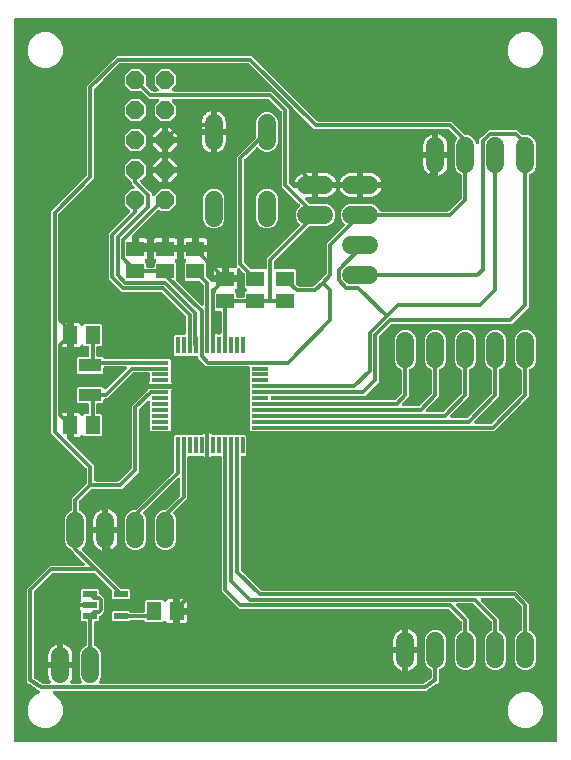
<source format=gbr>
G04 EAGLE Gerber RS-274X export*
G75*
%MOMM*%
%FSLAX34Y34*%
%LPD*%
%INTop Copper*%
%IPPOS*%
%AMOC8*
5,1,8,0,0,1.08239X$1,22.5*%
G01*
%ADD10C,1.524000*%
%ADD11R,1.300000X1.500000*%
%ADD12R,1.500000X1.300000*%
%ADD13R,1.200000X0.550000*%
%ADD14R,1.475000X0.300000*%
%ADD15R,0.300000X1.475000*%
%ADD16P,1.649562X8X112.500000*%
%ADD17R,1.900000X1.100000*%
%ADD18C,0.304800*%

G36*
X558826Y-52320D02*
X558826Y-52320D01*
X558852Y-52322D01*
X558999Y-52300D01*
X559146Y-52283D01*
X559171Y-52275D01*
X559197Y-52271D01*
X559335Y-52216D01*
X559474Y-52166D01*
X559496Y-52152D01*
X559521Y-52142D01*
X559642Y-52057D01*
X559767Y-51977D01*
X559785Y-51958D01*
X559807Y-51943D01*
X559906Y-51833D01*
X560009Y-51726D01*
X560023Y-51704D01*
X560040Y-51684D01*
X560112Y-51554D01*
X560188Y-51427D01*
X560196Y-51402D01*
X560209Y-51379D01*
X560249Y-51236D01*
X560294Y-51095D01*
X560296Y-51069D01*
X560304Y-51044D01*
X560323Y-50800D01*
X560323Y558800D01*
X560320Y558826D01*
X560322Y558852D01*
X560300Y558999D01*
X560283Y559146D01*
X560275Y559171D01*
X560271Y559197D01*
X560216Y559335D01*
X560166Y559474D01*
X560152Y559496D01*
X560142Y559521D01*
X560057Y559642D01*
X559977Y559767D01*
X559958Y559785D01*
X559943Y559807D01*
X559833Y559906D01*
X559726Y560009D01*
X559704Y560023D01*
X559684Y560040D01*
X559554Y560112D01*
X559427Y560188D01*
X559402Y560196D01*
X559379Y560209D01*
X559236Y560249D01*
X559095Y560294D01*
X559069Y560296D01*
X559044Y560304D01*
X558800Y560323D01*
X101600Y560323D01*
X101574Y560320D01*
X101548Y560322D01*
X101401Y560300D01*
X101254Y560283D01*
X101229Y560275D01*
X101203Y560271D01*
X101065Y560216D01*
X100926Y560166D01*
X100904Y560152D01*
X100879Y560142D01*
X100758Y560057D01*
X100633Y559977D01*
X100615Y559958D01*
X100593Y559943D01*
X100494Y559833D01*
X100391Y559726D01*
X100377Y559704D01*
X100360Y559684D01*
X100288Y559554D01*
X100212Y559427D01*
X100204Y559402D01*
X100191Y559379D01*
X100151Y559236D01*
X100106Y559095D01*
X100104Y559069D01*
X100096Y559044D01*
X100077Y558800D01*
X100077Y-50800D01*
X100080Y-50826D01*
X100078Y-50852D01*
X100100Y-50999D01*
X100117Y-51146D01*
X100125Y-51171D01*
X100129Y-51197D01*
X100184Y-51335D01*
X100234Y-51474D01*
X100248Y-51496D01*
X100258Y-51521D01*
X100343Y-51642D01*
X100423Y-51767D01*
X100442Y-51785D01*
X100457Y-51807D01*
X100567Y-51906D01*
X100674Y-52009D01*
X100696Y-52023D01*
X100716Y-52040D01*
X100846Y-52112D01*
X100973Y-52188D01*
X100998Y-52196D01*
X101021Y-52209D01*
X101164Y-52249D01*
X101305Y-52294D01*
X101331Y-52296D01*
X101356Y-52304D01*
X101600Y-52323D01*
X558800Y-52323D01*
X558826Y-52320D01*
G37*
%LPC*%
G36*
X124016Y-40401D02*
X124016Y-40401D01*
X118503Y-38117D01*
X114283Y-33897D01*
X111999Y-28384D01*
X111999Y-22416D01*
X114283Y-16903D01*
X118503Y-12683D01*
X121310Y-11520D01*
X121441Y-11447D01*
X121575Y-11378D01*
X121594Y-11363D01*
X121615Y-11351D01*
X121726Y-11250D01*
X121841Y-11152D01*
X121855Y-11133D01*
X121873Y-11117D01*
X121958Y-10993D01*
X122048Y-10872D01*
X122057Y-10850D01*
X122071Y-10830D01*
X122126Y-10690D01*
X122186Y-10552D01*
X122190Y-10528D01*
X122199Y-10506D01*
X122221Y-10357D01*
X122247Y-10209D01*
X122246Y-10185D01*
X122250Y-10161D01*
X122237Y-10011D01*
X122229Y-9861D01*
X122223Y-9838D01*
X122221Y-9814D01*
X122174Y-9670D01*
X122133Y-9526D01*
X122121Y-9505D01*
X122114Y-9482D01*
X122036Y-9353D01*
X121963Y-9222D01*
X121944Y-9200D01*
X121934Y-9183D01*
X121901Y-9149D01*
X121804Y-9036D01*
X121318Y-8549D01*
X121304Y-8539D01*
X121293Y-8525D01*
X121103Y-8371D01*
X113744Y-3316D01*
X113601Y-3241D01*
X113460Y-3163D01*
X113447Y-3159D01*
X113436Y-3153D01*
X113280Y-3112D01*
X113125Y-3068D01*
X113109Y-3067D01*
X113099Y-3064D01*
X113062Y-3063D01*
X113051Y-3062D01*
X112442Y-2453D01*
X112428Y-2442D01*
X112417Y-2429D01*
X112227Y-2275D01*
X111510Y-1782D01*
X111470Y-1643D01*
X111463Y-1631D01*
X111459Y-1618D01*
X111378Y-1479D01*
X111299Y-1339D01*
X111289Y-1327D01*
X111284Y-1317D01*
X111259Y-1291D01*
X111251Y-1282D01*
X111251Y-421D01*
X111249Y-403D01*
X111251Y-386D01*
X111226Y-143D01*
X111067Y713D01*
X111137Y840D01*
X111141Y853D01*
X111147Y864D01*
X111188Y1020D01*
X111232Y1175D01*
X111233Y1191D01*
X111236Y1201D01*
X111237Y1238D01*
X111251Y1419D01*
X111251Y77463D01*
X130638Y96849D01*
X158963Y96849D01*
X159063Y96861D01*
X159163Y96862D01*
X159235Y96881D01*
X159309Y96889D01*
X159403Y96923D01*
X159501Y96947D01*
X159567Y96982D01*
X159637Y97007D01*
X159721Y97061D01*
X159811Y97107D01*
X159867Y97155D01*
X159930Y97196D01*
X160000Y97268D01*
X160076Y97333D01*
X160120Y97393D01*
X160172Y97446D01*
X160224Y97532D01*
X160283Y97613D01*
X160313Y97682D01*
X160351Y97745D01*
X160382Y97841D01*
X160421Y97933D01*
X160434Y98006D01*
X160457Y98077D01*
X160465Y98177D01*
X160483Y98276D01*
X160479Y98351D01*
X160485Y98425D01*
X160470Y98524D01*
X160465Y98624D01*
X160444Y98696D01*
X160433Y98769D01*
X160396Y98863D01*
X160369Y98959D01*
X160332Y99024D01*
X160305Y99093D01*
X160247Y99176D01*
X160198Y99263D01*
X160133Y99340D01*
X160106Y99379D01*
X160079Y99403D01*
X160040Y99450D01*
X151583Y107906D01*
X149269Y110220D01*
X149227Y110308D01*
X149194Y110401D01*
X149152Y110465D01*
X149120Y110534D01*
X149058Y110611D01*
X149005Y110694D01*
X148950Y110747D01*
X148902Y110807D01*
X148825Y110868D01*
X148754Y110936D01*
X148689Y110975D01*
X148629Y111023D01*
X148495Y111091D01*
X148455Y111115D01*
X148437Y111121D01*
X148411Y111134D01*
X147220Y111627D01*
X144648Y114200D01*
X143255Y117561D01*
X143255Y136439D01*
X144648Y139800D01*
X147220Y142373D01*
X148411Y142866D01*
X148478Y142903D01*
X148549Y142931D01*
X148630Y142987D01*
X148716Y143035D01*
X148772Y143087D01*
X148835Y143130D01*
X148901Y143203D01*
X148974Y143269D01*
X149017Y143332D01*
X149068Y143389D01*
X149116Y143475D01*
X149172Y143556D01*
X149200Y143627D01*
X149237Y143694D01*
X149264Y143789D01*
X149300Y143880D01*
X149311Y143956D01*
X149332Y144029D01*
X149344Y144178D01*
X149351Y144225D01*
X149349Y144244D01*
X149351Y144273D01*
X149351Y153663D01*
X161605Y165917D01*
X161684Y166016D01*
X161768Y166110D01*
X161792Y166152D01*
X161822Y166190D01*
X161876Y166304D01*
X161937Y166415D01*
X161950Y166461D01*
X161971Y166505D01*
X161997Y166628D01*
X162032Y166750D01*
X162037Y166811D01*
X162044Y166845D01*
X162043Y166893D01*
X162051Y166994D01*
X162051Y178576D01*
X162037Y178701D01*
X162030Y178828D01*
X162017Y178874D01*
X162011Y178922D01*
X161969Y179041D01*
X161934Y179162D01*
X161910Y179205D01*
X161894Y179250D01*
X161825Y179356D01*
X161764Y179467D01*
X161724Y179513D01*
X161705Y179543D01*
X161670Y179576D01*
X161605Y179653D01*
X132079Y209179D01*
X132079Y396857D01*
X161605Y426383D01*
X161684Y426482D01*
X161768Y426575D01*
X161792Y426618D01*
X161822Y426656D01*
X161876Y426770D01*
X161937Y426880D01*
X161950Y426927D01*
X161971Y426971D01*
X161997Y427094D01*
X162032Y427216D01*
X162037Y427277D01*
X162044Y427311D01*
X162043Y427359D01*
X162051Y427460D01*
X162051Y503029D01*
X187343Y528321D01*
X301722Y528321D01*
X356648Y473395D01*
X356747Y473316D01*
X356841Y473232D01*
X356884Y473208D01*
X356921Y473178D01*
X357036Y473124D01*
X357146Y473063D01*
X357193Y473050D01*
X357236Y473029D01*
X357360Y473003D01*
X357482Y472968D01*
X357542Y472963D01*
X357577Y472956D01*
X357625Y472957D01*
X357725Y472949D01*
X471163Y472949D01*
X482401Y461711D01*
X482500Y461632D01*
X482594Y461548D01*
X482636Y461524D01*
X482674Y461494D01*
X482788Y461440D01*
X482899Y461379D01*
X482945Y461366D01*
X482989Y461345D01*
X483112Y461319D01*
X483234Y461284D01*
X483295Y461279D01*
X483330Y461272D01*
X483378Y461273D01*
X483478Y461265D01*
X484419Y461265D01*
X487780Y459872D01*
X490353Y457300D01*
X491353Y454885D01*
X491377Y454841D01*
X491394Y454794D01*
X491462Y454689D01*
X491522Y454581D01*
X491556Y454543D01*
X491583Y454501D01*
X491673Y454415D01*
X491756Y454323D01*
X491798Y454294D01*
X491834Y454259D01*
X491941Y454195D01*
X492043Y454124D01*
X492090Y454106D01*
X492133Y454080D01*
X492251Y454042D01*
X492367Y453997D01*
X492417Y453989D01*
X492465Y453974D01*
X492589Y453964D01*
X492712Y453946D01*
X492762Y453950D01*
X492812Y453946D01*
X492935Y453964D01*
X493059Y453975D01*
X493107Y453990D01*
X493157Y453998D01*
X493272Y454044D01*
X493391Y454082D01*
X493434Y454108D01*
X493481Y454126D01*
X493583Y454197D01*
X493689Y454261D01*
X493726Y454297D01*
X493767Y454325D01*
X493850Y454417D01*
X493939Y454504D01*
X493967Y454547D01*
X494000Y454584D01*
X494060Y454693D01*
X494128Y454798D01*
X494145Y454845D01*
X494169Y454889D01*
X494203Y455009D01*
X494244Y455126D01*
X494250Y455176D01*
X494264Y455225D01*
X494283Y455468D01*
X494283Y457802D01*
X496515Y460034D01*
X500086Y463605D01*
X502318Y465837D01*
X526382Y465837D01*
X530508Y461711D01*
X530607Y461632D01*
X530700Y461548D01*
X530743Y461524D01*
X530781Y461494D01*
X530895Y461440D01*
X531005Y461379D01*
X531052Y461366D01*
X531096Y461345D01*
X531219Y461319D01*
X531341Y461284D01*
X531402Y461279D01*
X531436Y461272D01*
X531484Y461273D01*
X531585Y461265D01*
X535219Y461265D01*
X538580Y459872D01*
X541152Y457300D01*
X542545Y453939D01*
X542545Y435061D01*
X541152Y431700D01*
X538580Y429127D01*
X537389Y428634D01*
X537322Y428597D01*
X537251Y428569D01*
X537170Y428513D01*
X537084Y428465D01*
X537028Y428413D01*
X536965Y428370D01*
X536899Y428297D01*
X536826Y428231D01*
X536783Y428168D01*
X536732Y428111D01*
X536684Y428025D01*
X536628Y427944D01*
X536600Y427873D01*
X536563Y427806D01*
X536536Y427711D01*
X536500Y427620D01*
X536489Y427544D01*
X536468Y427471D01*
X536456Y427322D01*
X536449Y427275D01*
X536451Y427256D01*
X536449Y427227D01*
X536449Y316237D01*
X521963Y301751D01*
X420994Y301751D01*
X420868Y301737D01*
X420742Y301730D01*
X420696Y301717D01*
X420648Y301711D01*
X420529Y301669D01*
X420407Y301634D01*
X420365Y301610D01*
X420319Y301594D01*
X420213Y301525D01*
X420103Y301464D01*
X420057Y301424D01*
X420027Y301405D01*
X419993Y301370D01*
X419917Y301305D01*
X409895Y291283D01*
X409816Y291184D01*
X409732Y291090D01*
X409708Y291048D01*
X409678Y291010D01*
X409624Y290896D01*
X409563Y290785D01*
X409550Y290739D01*
X409529Y290695D01*
X409503Y290572D01*
X409468Y290450D01*
X409463Y290389D01*
X409456Y290355D01*
X409457Y290307D01*
X409449Y290206D01*
X409449Y252737D01*
X397463Y240751D01*
X319503Y240751D01*
X319477Y240748D01*
X319451Y240750D01*
X319304Y240728D01*
X319157Y240711D01*
X319132Y240703D01*
X319106Y240699D01*
X318968Y240644D01*
X318829Y240594D01*
X318807Y240580D01*
X318782Y240570D01*
X318661Y240485D01*
X318536Y240405D01*
X318518Y240386D01*
X318496Y240371D01*
X318397Y240261D01*
X318294Y240154D01*
X318280Y240132D01*
X318263Y240112D01*
X318191Y239982D01*
X318115Y239855D01*
X318107Y239830D01*
X318094Y239807D01*
X318054Y239664D01*
X318009Y239523D01*
X318007Y239497D01*
X317999Y239472D01*
X317980Y239228D01*
X317980Y238372D01*
X317983Y238346D01*
X317981Y238320D01*
X318003Y238173D01*
X318020Y238026D01*
X318028Y238001D01*
X318032Y237975D01*
X318087Y237837D01*
X318137Y237698D01*
X318151Y237676D01*
X318161Y237651D01*
X318246Y237530D01*
X318326Y237405D01*
X318345Y237387D01*
X318360Y237365D01*
X318470Y237266D01*
X318577Y237163D01*
X318599Y237149D01*
X318619Y237132D01*
X318749Y237060D01*
X318876Y236984D01*
X318901Y236976D01*
X318924Y236963D01*
X319067Y236923D01*
X319208Y236878D01*
X319234Y236876D01*
X319259Y236868D01*
X319503Y236849D01*
X422406Y236849D01*
X422532Y236863D01*
X422658Y236870D01*
X422704Y236883D01*
X422752Y236889D01*
X422871Y236931D01*
X422993Y236966D01*
X423035Y236990D01*
X423081Y237006D01*
X423187Y237075D01*
X423297Y237136D01*
X423343Y237176D01*
X423373Y237195D01*
X423407Y237230D01*
X423483Y237295D01*
X428305Y242117D01*
X428368Y242197D01*
X428431Y242261D01*
X428443Y242281D01*
X428468Y242310D01*
X428492Y242352D01*
X428522Y242390D01*
X428575Y242501D01*
X428610Y242560D01*
X428614Y242572D01*
X428637Y242615D01*
X428650Y242661D01*
X428671Y242705D01*
X428697Y242828D01*
X428711Y242876D01*
X428716Y242892D01*
X428716Y242895D01*
X428732Y242950D01*
X428737Y243011D01*
X428744Y243046D01*
X428743Y243094D01*
X428751Y243194D01*
X428751Y262127D01*
X428743Y262203D01*
X428744Y262279D01*
X428723Y262375D01*
X428711Y262473D01*
X428686Y262545D01*
X428669Y262620D01*
X428627Y262708D01*
X428594Y262801D01*
X428552Y262865D01*
X428520Y262934D01*
X428458Y263011D01*
X428405Y263094D01*
X428350Y263147D01*
X428302Y263207D01*
X428225Y263268D01*
X428154Y263336D01*
X428089Y263375D01*
X428029Y263423D01*
X427895Y263491D01*
X427855Y263515D01*
X427837Y263521D01*
X427811Y263534D01*
X426620Y264027D01*
X424048Y266600D01*
X422655Y269961D01*
X422655Y288839D01*
X424048Y292200D01*
X426620Y294772D01*
X429981Y296165D01*
X433619Y296165D01*
X436980Y294772D01*
X439552Y292200D01*
X440945Y288839D01*
X440945Y269961D01*
X439552Y266600D01*
X436980Y264027D01*
X435789Y263534D01*
X435722Y263497D01*
X435651Y263469D01*
X435570Y263413D01*
X435484Y263365D01*
X435428Y263313D01*
X435365Y263270D01*
X435299Y263197D01*
X435226Y263131D01*
X435183Y263068D01*
X435132Y263011D01*
X435084Y262925D01*
X435028Y262844D01*
X435000Y262773D01*
X434963Y262706D01*
X434936Y262611D01*
X434900Y262520D01*
X434889Y262444D01*
X434868Y262371D01*
X434856Y262222D01*
X434849Y262175D01*
X434851Y262156D01*
X434849Y262127D01*
X434849Y240037D01*
X432617Y237805D01*
X429261Y234449D01*
X429198Y234371D01*
X429128Y234298D01*
X429090Y234234D01*
X429044Y234176D01*
X429001Y234085D01*
X428950Y233999D01*
X428927Y233928D01*
X428895Y233861D01*
X428874Y233763D01*
X428843Y233667D01*
X428837Y233593D01*
X428822Y233520D01*
X428823Y233420D01*
X428815Y233320D01*
X428826Y233246D01*
X428828Y233172D01*
X428852Y233075D01*
X428867Y232975D01*
X428895Y232906D01*
X428913Y232834D01*
X428959Y232745D01*
X428996Y232651D01*
X429038Y232590D01*
X429072Y232524D01*
X429137Y232448D01*
X429195Y232365D01*
X429250Y232315D01*
X429298Y232259D01*
X429379Y232199D01*
X429454Y232132D01*
X429519Y232096D01*
X429578Y232051D01*
X429671Y232012D01*
X429759Y231963D01*
X429830Y231943D01*
X429898Y231913D01*
X429997Y231896D01*
X430094Y231868D01*
X430194Y231860D01*
X430241Y231852D01*
X430277Y231854D01*
X430338Y231849D01*
X442806Y231849D01*
X442932Y231863D01*
X443058Y231870D01*
X443104Y231883D01*
X443152Y231889D01*
X443271Y231931D01*
X443393Y231966D01*
X443435Y231990D01*
X443481Y232006D01*
X443587Y232075D01*
X443697Y232136D01*
X443743Y232176D01*
X443773Y232195D01*
X443807Y232230D01*
X443883Y232295D01*
X453705Y242117D01*
X453768Y242197D01*
X453831Y242261D01*
X453843Y242281D01*
X453868Y242310D01*
X453892Y242352D01*
X453922Y242390D01*
X453975Y242501D01*
X454010Y242560D01*
X454014Y242572D01*
X454037Y242615D01*
X454050Y242661D01*
X454071Y242705D01*
X454097Y242828D01*
X454111Y242876D01*
X454116Y242892D01*
X454116Y242895D01*
X454132Y242950D01*
X454137Y243011D01*
X454144Y243046D01*
X454143Y243094D01*
X454151Y243194D01*
X454151Y262127D01*
X454143Y262203D01*
X454144Y262279D01*
X454123Y262375D01*
X454111Y262473D01*
X454086Y262545D01*
X454069Y262620D01*
X454027Y262708D01*
X453994Y262801D01*
X453952Y262865D01*
X453920Y262934D01*
X453858Y263011D01*
X453805Y263094D01*
X453750Y263147D01*
X453702Y263207D01*
X453625Y263268D01*
X453554Y263336D01*
X453489Y263375D01*
X453429Y263423D01*
X453295Y263491D01*
X453255Y263515D01*
X453237Y263521D01*
X453211Y263534D01*
X452020Y264027D01*
X449448Y266600D01*
X448055Y269961D01*
X448055Y288839D01*
X449448Y292200D01*
X452020Y294772D01*
X455381Y296165D01*
X459019Y296165D01*
X462380Y294772D01*
X464952Y292200D01*
X466345Y288839D01*
X466345Y269961D01*
X464952Y266600D01*
X462380Y264027D01*
X461189Y263534D01*
X461122Y263497D01*
X461051Y263469D01*
X460970Y263413D01*
X460884Y263365D01*
X460828Y263313D01*
X460765Y263270D01*
X460699Y263197D01*
X460626Y263131D01*
X460583Y263068D01*
X460532Y263011D01*
X460484Y262925D01*
X460428Y262844D01*
X460400Y262773D01*
X460363Y262706D01*
X460336Y262611D01*
X460300Y262520D01*
X460289Y262444D01*
X460268Y262371D01*
X460256Y262222D01*
X460249Y262175D01*
X460251Y262156D01*
X460249Y262127D01*
X460249Y240037D01*
X458017Y237805D01*
X449661Y229449D01*
X449598Y229371D01*
X449528Y229298D01*
X449490Y229234D01*
X449444Y229176D01*
X449401Y229085D01*
X449350Y228999D01*
X449327Y228928D01*
X449295Y228861D01*
X449274Y228763D01*
X449243Y228667D01*
X449237Y228593D01*
X449222Y228520D01*
X449223Y228420D01*
X449215Y228320D01*
X449226Y228246D01*
X449228Y228172D01*
X449252Y228075D01*
X449267Y227975D01*
X449295Y227906D01*
X449313Y227834D01*
X449359Y227744D01*
X449396Y227651D01*
X449438Y227590D01*
X449472Y227524D01*
X449538Y227447D01*
X449595Y227365D01*
X449650Y227315D01*
X449698Y227259D01*
X449779Y227199D01*
X449854Y227132D01*
X449919Y227096D01*
X449978Y227051D01*
X450071Y227012D01*
X450159Y226963D01*
X450230Y226943D01*
X450298Y226913D01*
X450397Y226896D01*
X450494Y226868D01*
X450594Y226860D01*
X450641Y226852D01*
X450677Y226854D01*
X450738Y226849D01*
X463206Y226849D01*
X463332Y226863D01*
X463458Y226870D01*
X463504Y226883D01*
X463552Y226889D01*
X463671Y226931D01*
X463793Y226966D01*
X463835Y226990D01*
X463881Y227006D01*
X463987Y227075D01*
X464097Y227136D01*
X464143Y227176D01*
X464173Y227195D01*
X464207Y227230D01*
X464283Y227295D01*
X479105Y242117D01*
X479168Y242197D01*
X479231Y242261D01*
X479243Y242281D01*
X479268Y242310D01*
X479292Y242352D01*
X479322Y242390D01*
X479375Y242501D01*
X479410Y242560D01*
X479414Y242572D01*
X479437Y242615D01*
X479450Y242661D01*
X479471Y242705D01*
X479497Y242828D01*
X479511Y242876D01*
X479516Y242892D01*
X479516Y242895D01*
X479532Y242950D01*
X479537Y243011D01*
X479544Y243046D01*
X479543Y243094D01*
X479551Y243194D01*
X479551Y262127D01*
X479543Y262203D01*
X479544Y262279D01*
X479523Y262375D01*
X479511Y262473D01*
X479486Y262545D01*
X479469Y262620D01*
X479427Y262708D01*
X479394Y262801D01*
X479352Y262865D01*
X479320Y262934D01*
X479258Y263011D01*
X479205Y263094D01*
X479150Y263147D01*
X479102Y263207D01*
X479025Y263268D01*
X478954Y263336D01*
X478889Y263375D01*
X478829Y263423D01*
X478695Y263491D01*
X478655Y263515D01*
X478637Y263521D01*
X478611Y263534D01*
X477420Y264027D01*
X474848Y266600D01*
X473455Y269961D01*
X473455Y288839D01*
X474848Y292200D01*
X477420Y294772D01*
X480781Y296165D01*
X484419Y296165D01*
X487780Y294772D01*
X490352Y292200D01*
X491745Y288839D01*
X491745Y269961D01*
X490352Y266600D01*
X487780Y264027D01*
X486589Y263534D01*
X486522Y263497D01*
X486451Y263469D01*
X486370Y263413D01*
X486284Y263365D01*
X486228Y263313D01*
X486165Y263270D01*
X486099Y263197D01*
X486026Y263131D01*
X485983Y263068D01*
X485932Y263011D01*
X485884Y262925D01*
X485828Y262844D01*
X485800Y262773D01*
X485763Y262706D01*
X485736Y262611D01*
X485700Y262520D01*
X485689Y262444D01*
X485668Y262371D01*
X485656Y262222D01*
X485649Y262175D01*
X485651Y262156D01*
X485649Y262127D01*
X485649Y240037D01*
X483417Y237805D01*
X470061Y224449D01*
X469998Y224371D01*
X469928Y224298D01*
X469890Y224234D01*
X469844Y224176D01*
X469801Y224085D01*
X469750Y223999D01*
X469727Y223928D01*
X469695Y223861D01*
X469674Y223763D01*
X469643Y223667D01*
X469637Y223593D01*
X469622Y223520D01*
X469623Y223420D01*
X469615Y223320D01*
X469626Y223246D01*
X469628Y223172D01*
X469652Y223075D01*
X469667Y222975D01*
X469695Y222906D01*
X469713Y222834D01*
X469759Y222744D01*
X469796Y222651D01*
X469838Y222590D01*
X469872Y222524D01*
X469938Y222447D01*
X469995Y222365D01*
X470050Y222315D01*
X470098Y222259D01*
X470179Y222199D01*
X470254Y222132D01*
X470319Y222096D01*
X470378Y222051D01*
X470471Y222012D01*
X470559Y221963D01*
X470630Y221943D01*
X470698Y221913D01*
X470797Y221896D01*
X470894Y221868D01*
X470994Y221860D01*
X471041Y221852D01*
X471077Y221854D01*
X471138Y221849D01*
X483606Y221849D01*
X483732Y221863D01*
X483858Y221870D01*
X483904Y221883D01*
X483952Y221889D01*
X484071Y221931D01*
X484193Y221966D01*
X484235Y221990D01*
X484281Y222006D01*
X484387Y222075D01*
X484497Y222136D01*
X484543Y222176D01*
X484573Y222195D01*
X484585Y222207D01*
X484586Y222208D01*
X484609Y222232D01*
X484683Y222295D01*
X504505Y242117D01*
X504568Y242197D01*
X504631Y242261D01*
X504643Y242281D01*
X504668Y242310D01*
X504692Y242352D01*
X504722Y242390D01*
X504775Y242501D01*
X504810Y242560D01*
X504814Y242572D01*
X504837Y242615D01*
X504850Y242661D01*
X504871Y242705D01*
X504897Y242828D01*
X504911Y242876D01*
X504916Y242892D01*
X504916Y242895D01*
X504932Y242950D01*
X504937Y243011D01*
X504944Y243046D01*
X504943Y243094D01*
X504951Y243194D01*
X504951Y262127D01*
X504943Y262203D01*
X504944Y262279D01*
X504923Y262375D01*
X504911Y262473D01*
X504886Y262545D01*
X504869Y262620D01*
X504827Y262708D01*
X504794Y262801D01*
X504752Y262865D01*
X504720Y262934D01*
X504658Y263011D01*
X504605Y263094D01*
X504550Y263147D01*
X504502Y263207D01*
X504425Y263268D01*
X504354Y263336D01*
X504289Y263375D01*
X504229Y263423D01*
X504095Y263491D01*
X504055Y263515D01*
X504037Y263521D01*
X504011Y263534D01*
X502820Y264027D01*
X500248Y266600D01*
X498855Y269961D01*
X498855Y288839D01*
X500248Y292200D01*
X502820Y294772D01*
X506181Y296165D01*
X509819Y296165D01*
X513180Y294772D01*
X515752Y292200D01*
X517145Y288839D01*
X517145Y269961D01*
X515752Y266600D01*
X513180Y264027D01*
X511989Y263534D01*
X511922Y263497D01*
X511851Y263469D01*
X511770Y263413D01*
X511684Y263365D01*
X511628Y263313D01*
X511565Y263270D01*
X511499Y263197D01*
X511426Y263131D01*
X511383Y263068D01*
X511332Y263011D01*
X511284Y262925D01*
X511228Y262844D01*
X511200Y262773D01*
X511163Y262706D01*
X511136Y262611D01*
X511100Y262520D01*
X511089Y262444D01*
X511068Y262371D01*
X511056Y262222D01*
X511049Y262175D01*
X511051Y262156D01*
X511049Y262127D01*
X511049Y240037D01*
X508817Y237805D01*
X490461Y219449D01*
X490398Y219371D01*
X490328Y219298D01*
X490290Y219234D01*
X490244Y219176D01*
X490201Y219085D01*
X490150Y218999D01*
X490127Y218928D01*
X490095Y218861D01*
X490074Y218763D01*
X490043Y218667D01*
X490037Y218593D01*
X490022Y218520D01*
X490023Y218420D01*
X490015Y218320D01*
X490026Y218246D01*
X490028Y218172D01*
X490052Y218075D01*
X490067Y217975D01*
X490095Y217906D01*
X490113Y217834D01*
X490159Y217744D01*
X490196Y217651D01*
X490238Y217590D01*
X490272Y217524D01*
X490338Y217447D01*
X490395Y217365D01*
X490450Y217315D01*
X490498Y217259D01*
X490579Y217199D01*
X490654Y217132D01*
X490719Y217096D01*
X490778Y217051D01*
X490871Y217012D01*
X490959Y216963D01*
X491030Y216943D01*
X491098Y216913D01*
X491197Y216896D01*
X491294Y216868D01*
X491394Y216860D01*
X491441Y216852D01*
X491477Y216854D01*
X491538Y216849D01*
X504006Y216849D01*
X504132Y216863D01*
X504258Y216870D01*
X504304Y216883D01*
X504352Y216889D01*
X504471Y216931D01*
X504593Y216966D01*
X504635Y216990D01*
X504681Y217006D01*
X504787Y217075D01*
X504897Y217136D01*
X504943Y217176D01*
X504973Y217195D01*
X505007Y217230D01*
X505083Y217295D01*
X529905Y242117D01*
X529968Y242197D01*
X530031Y242261D01*
X530043Y242281D01*
X530068Y242310D01*
X530092Y242352D01*
X530122Y242390D01*
X530175Y242501D01*
X530210Y242560D01*
X530214Y242572D01*
X530237Y242615D01*
X530250Y242661D01*
X530271Y242705D01*
X530297Y242828D01*
X530311Y242876D01*
X530316Y242892D01*
X530316Y242895D01*
X530332Y242950D01*
X530337Y243011D01*
X530344Y243046D01*
X530343Y243094D01*
X530351Y243194D01*
X530351Y262127D01*
X530343Y262203D01*
X530344Y262279D01*
X530323Y262375D01*
X530311Y262473D01*
X530286Y262545D01*
X530269Y262620D01*
X530227Y262708D01*
X530194Y262801D01*
X530152Y262865D01*
X530120Y262934D01*
X530058Y263011D01*
X530005Y263094D01*
X529950Y263147D01*
X529902Y263207D01*
X529825Y263268D01*
X529754Y263336D01*
X529689Y263375D01*
X529629Y263423D01*
X529495Y263491D01*
X529455Y263515D01*
X529437Y263521D01*
X529411Y263534D01*
X528220Y264027D01*
X525648Y266600D01*
X524255Y269961D01*
X524255Y288839D01*
X525648Y292200D01*
X528220Y294772D01*
X531581Y296165D01*
X535219Y296165D01*
X538580Y294772D01*
X541152Y292200D01*
X542545Y288839D01*
X542545Y269961D01*
X541152Y266600D01*
X538580Y264027D01*
X537389Y263534D01*
X537322Y263497D01*
X537251Y263469D01*
X537170Y263413D01*
X537084Y263365D01*
X537028Y263313D01*
X536965Y263270D01*
X536899Y263197D01*
X536826Y263131D01*
X536783Y263068D01*
X536732Y263011D01*
X536684Y262925D01*
X536628Y262844D01*
X536600Y262773D01*
X536563Y262706D01*
X536536Y262611D01*
X536500Y262520D01*
X536489Y262444D01*
X536468Y262371D01*
X536456Y262222D01*
X536449Y262175D01*
X536451Y262156D01*
X536449Y262127D01*
X536449Y240037D01*
X507163Y210751D01*
X307421Y210751D01*
X307406Y210756D01*
X307345Y210761D01*
X307310Y210768D01*
X307262Y210767D01*
X307162Y210775D01*
X301073Y210775D01*
X300180Y211668D01*
X300180Y264228D01*
X300177Y264254D01*
X300179Y264280D01*
X300157Y264427D01*
X300140Y264574D01*
X300132Y264599D01*
X300128Y264625D01*
X300073Y264763D01*
X300023Y264902D01*
X300009Y264924D01*
X299999Y264949D01*
X299914Y265070D01*
X299834Y265195D01*
X299815Y265213D01*
X299800Y265235D01*
X299690Y265334D01*
X299583Y265437D01*
X299561Y265451D01*
X299541Y265468D01*
X299411Y265540D01*
X299284Y265616D01*
X299259Y265624D01*
X299236Y265637D01*
X299093Y265677D01*
X298952Y265722D01*
X298926Y265724D01*
X298901Y265732D01*
X298657Y265751D01*
X263337Y265751D01*
X256151Y272937D01*
X256151Y273257D01*
X256148Y273283D01*
X256150Y273309D01*
X256128Y273456D01*
X256111Y273603D01*
X256103Y273628D01*
X256099Y273654D01*
X256044Y273792D01*
X255994Y273931D01*
X255980Y273953D01*
X255970Y273978D01*
X255885Y274099D01*
X255805Y274224D01*
X255786Y274242D01*
X255771Y274264D01*
X255661Y274363D01*
X255554Y274466D01*
X255532Y274480D01*
X255512Y274497D01*
X255382Y274569D01*
X255255Y274645D01*
X255230Y274653D01*
X255207Y274666D01*
X255064Y274706D01*
X254923Y274751D01*
X254897Y274753D01*
X254872Y274761D01*
X254628Y274780D01*
X237068Y274780D01*
X236175Y275673D01*
X236175Y291687D01*
X237068Y292580D01*
X244628Y292580D01*
X244654Y292583D01*
X244680Y292581D01*
X244827Y292603D01*
X244974Y292620D01*
X244999Y292628D01*
X245025Y292632D01*
X245163Y292687D01*
X245302Y292737D01*
X245324Y292751D01*
X245349Y292761D01*
X245470Y292846D01*
X245595Y292926D01*
X245613Y292945D01*
X245635Y292960D01*
X245734Y293070D01*
X245837Y293177D01*
X245851Y293199D01*
X245868Y293219D01*
X245940Y293349D01*
X246016Y293476D01*
X246024Y293501D01*
X246037Y293524D01*
X246077Y293667D01*
X246122Y293808D01*
X246124Y293834D01*
X246132Y293859D01*
X246151Y294103D01*
X246151Y307475D01*
X246137Y307600D01*
X246130Y307726D01*
X246117Y307773D01*
X246111Y307821D01*
X246069Y307940D01*
X246034Y308061D01*
X246010Y308103D01*
X245994Y308149D01*
X245925Y308255D01*
X245864Y308365D01*
X245824Y308412D01*
X245805Y308442D01*
X245770Y308475D01*
X245705Y308552D01*
X225772Y328485D01*
X225673Y328564D01*
X225579Y328648D01*
X225536Y328672D01*
X225499Y328702D01*
X225384Y328756D01*
X225274Y328817D01*
X225227Y328830D01*
X225184Y328851D01*
X225060Y328877D01*
X224938Y328912D01*
X224878Y328917D01*
X224843Y328924D01*
X224795Y328923D01*
X224695Y328931D01*
X191281Y328931D01*
X180459Y339753D01*
X180459Y377913D01*
X198530Y395983D01*
X198546Y396004D01*
X198566Y396021D01*
X198613Y396085D01*
X198637Y396109D01*
X198659Y396147D01*
X198746Y396256D01*
X198758Y396280D01*
X198773Y396301D01*
X198832Y396437D01*
X198895Y396572D01*
X198901Y396597D01*
X198911Y396621D01*
X198938Y396768D01*
X198969Y396912D01*
X198968Y396938D01*
X198973Y396964D01*
X198965Y397113D01*
X198963Y397261D01*
X198956Y397286D01*
X198955Y397312D01*
X198914Y397455D01*
X198878Y397599D01*
X198866Y397622D01*
X198858Y397647D01*
X198786Y397777D01*
X198718Y397909D01*
X198701Y397929D01*
X198688Y397951D01*
X198530Y398138D01*
X194055Y402612D01*
X194055Y410188D01*
X199412Y415545D01*
X201153Y415545D01*
X201253Y415556D01*
X201353Y415558D01*
X201425Y415576D01*
X201499Y415585D01*
X201594Y415618D01*
X201691Y415643D01*
X201757Y415677D01*
X201827Y415702D01*
X201912Y415757D01*
X202001Y415803D01*
X202058Y415851D01*
X202120Y415891D01*
X202190Y415963D01*
X202267Y416028D01*
X202311Y416088D01*
X202362Y416142D01*
X202414Y416228D01*
X202474Y416309D01*
X202503Y416377D01*
X202541Y416441D01*
X202572Y416537D01*
X202612Y416629D01*
X202625Y416702D01*
X202648Y416773D01*
X202656Y416873D01*
X202673Y416972D01*
X202670Y417046D01*
X202675Y417120D01*
X202661Y417220D01*
X202655Y417320D01*
X202635Y417391D01*
X202624Y417465D01*
X202587Y417558D01*
X202559Y417655D01*
X202523Y417720D01*
X202495Y417789D01*
X202438Y417871D01*
X202389Y417959D01*
X202324Y418035D01*
X202296Y418075D01*
X202270Y418099D01*
X202230Y418145D01*
X200151Y420224D01*
X200151Y421285D01*
X200137Y421411D01*
X200130Y421537D01*
X200117Y421583D01*
X200111Y421631D01*
X200069Y421750D01*
X200034Y421872D01*
X200010Y421914D01*
X199994Y421960D01*
X199925Y422066D01*
X199864Y422176D01*
X199824Y422222D01*
X199805Y422252D01*
X199770Y422286D01*
X199705Y422362D01*
X194055Y428012D01*
X194055Y435588D01*
X199412Y440945D01*
X206988Y440945D01*
X212345Y435588D01*
X212345Y428012D01*
X207743Y423410D01*
X207726Y423390D01*
X207706Y423372D01*
X207618Y423253D01*
X207526Y423137D01*
X207515Y423113D01*
X207499Y423092D01*
X207440Y422956D01*
X207377Y422822D01*
X207372Y422796D01*
X207361Y422772D01*
X207335Y422626D01*
X207304Y422481D01*
X207304Y422455D01*
X207299Y422429D01*
X207307Y422281D01*
X207310Y422133D01*
X207316Y422107D01*
X207317Y422081D01*
X207358Y421939D01*
X207395Y421795D01*
X207407Y421771D01*
X207414Y421746D01*
X207486Y421617D01*
X207554Y421485D01*
X207571Y421465D01*
X207584Y421442D01*
X207743Y421256D01*
X214685Y414314D01*
X216917Y412082D01*
X216917Y411327D01*
X216928Y411227D01*
X216930Y411127D01*
X216948Y411054D01*
X216957Y410981D01*
X216990Y410886D01*
X217015Y410789D01*
X217049Y410722D01*
X217074Y410652D01*
X217129Y410568D01*
X217175Y410479D01*
X217223Y410422D01*
X217263Y410360D01*
X217335Y410290D01*
X217400Y410213D01*
X217460Y410169D01*
X217514Y410117D01*
X217600Y410066D01*
X217681Y410006D01*
X217749Y409977D01*
X217813Y409939D01*
X217909Y409908D01*
X218001Y409868D01*
X218074Y409855D01*
X218145Y409832D01*
X218245Y409824D01*
X218344Y409807D01*
X218418Y409810D01*
X218492Y409804D01*
X218592Y409819D01*
X218692Y409824D01*
X218763Y409845D01*
X218837Y409856D01*
X218930Y409893D01*
X219027Y409921D01*
X219092Y409957D01*
X219161Y409985D01*
X219243Y410042D01*
X219331Y410091D01*
X219407Y410156D01*
X219447Y410184D01*
X219471Y410210D01*
X219517Y410250D01*
X224812Y415545D01*
X232388Y415545D01*
X237745Y410188D01*
X237745Y402612D01*
X232388Y397255D01*
X224812Y397255D01*
X224161Y397906D01*
X224141Y397922D01*
X224124Y397942D01*
X224005Y398030D01*
X223888Y398123D01*
X223865Y398134D01*
X223844Y398150D01*
X223707Y398208D01*
X223573Y398272D01*
X223548Y398277D01*
X223523Y398288D01*
X223377Y398314D01*
X223233Y398345D01*
X223206Y398345D01*
X223180Y398349D01*
X223032Y398342D01*
X222884Y398339D01*
X222859Y398333D01*
X222832Y398331D01*
X222690Y398290D01*
X222546Y398254D01*
X222523Y398242D01*
X222498Y398235D01*
X222368Y398162D01*
X222236Y398094D01*
X222216Y398077D01*
X222193Y398065D01*
X222007Y397906D01*
X200599Y376498D01*
X200520Y376399D01*
X200436Y376305D01*
X200412Y376263D01*
X200382Y376225D01*
X200328Y376111D01*
X200267Y376000D01*
X200254Y375953D01*
X200233Y375910D01*
X200207Y375786D01*
X200172Y375665D01*
X200168Y375604D01*
X200160Y375569D01*
X200161Y375521D01*
X200153Y375421D01*
X200153Y366624D01*
X200156Y366598D01*
X200154Y366572D01*
X200176Y366425D01*
X200193Y366278D01*
X200201Y366253D01*
X200205Y366227D01*
X200260Y366089D01*
X200310Y365950D01*
X200324Y365928D01*
X200334Y365903D01*
X200419Y365782D01*
X200499Y365657D01*
X200518Y365639D01*
X200533Y365617D01*
X200643Y365518D01*
X200750Y365415D01*
X200772Y365401D01*
X200792Y365384D01*
X200922Y365312D01*
X201049Y365236D01*
X201074Y365228D01*
X201097Y365215D01*
X201240Y365175D01*
X201381Y365130D01*
X201407Y365128D01*
X201432Y365120D01*
X201676Y365101D01*
X203201Y365101D01*
X203201Y363576D01*
X203204Y363550D01*
X203202Y363524D01*
X203224Y363377D01*
X203241Y363230D01*
X203250Y363205D01*
X203253Y363179D01*
X203308Y363041D01*
X203358Y362902D01*
X203372Y362880D01*
X203382Y362855D01*
X203467Y362734D01*
X203547Y362609D01*
X203566Y362591D01*
X203581Y362569D01*
X203691Y362470D01*
X203798Y362367D01*
X203820Y362353D01*
X203840Y362336D01*
X203970Y362264D01*
X204097Y362188D01*
X204122Y362180D01*
X204145Y362167D01*
X204288Y362127D01*
X204429Y362082D01*
X204455Y362080D01*
X204480Y362072D01*
X204724Y362053D01*
X213241Y362053D01*
X213241Y358265D01*
X213068Y357619D01*
X212733Y357040D01*
X212260Y356567D01*
X211842Y356326D01*
X211801Y356295D01*
X211756Y356272D01*
X211662Y356192D01*
X211562Y356118D01*
X211529Y356079D01*
X211491Y356046D01*
X211417Y355947D01*
X211337Y355852D01*
X211314Y355807D01*
X211283Y355766D01*
X211234Y355652D01*
X211178Y355542D01*
X211166Y355493D01*
X211145Y355446D01*
X211124Y355324D01*
X211094Y355204D01*
X211093Y355153D01*
X211084Y355103D01*
X211090Y354979D01*
X211088Y354856D01*
X211099Y354806D01*
X211102Y354755D01*
X211136Y354636D01*
X211162Y354515D01*
X211184Y354469D01*
X211198Y354420D01*
X211259Y354312D01*
X211312Y354200D01*
X211343Y354160D01*
X211368Y354116D01*
X211527Y353929D01*
X212225Y353232D01*
X212225Y350672D01*
X212228Y350646D01*
X212226Y350620D01*
X212248Y350473D01*
X212265Y350326D01*
X212273Y350301D01*
X212277Y350275D01*
X212332Y350137D01*
X212382Y349998D01*
X212396Y349976D01*
X212406Y349951D01*
X212491Y349830D01*
X212571Y349705D01*
X212590Y349687D01*
X212605Y349665D01*
X212715Y349566D01*
X212822Y349463D01*
X212844Y349449D01*
X212864Y349432D01*
X212994Y349360D01*
X213121Y349284D01*
X213146Y349276D01*
X213169Y349263D01*
X213312Y349223D01*
X213453Y349178D01*
X213479Y349176D01*
X213504Y349168D01*
X213748Y349149D01*
X218052Y349149D01*
X218078Y349152D01*
X218104Y349150D01*
X218251Y349172D01*
X218398Y349189D01*
X218423Y349197D01*
X218449Y349201D01*
X218587Y349256D01*
X218726Y349306D01*
X218748Y349320D01*
X218773Y349330D01*
X218894Y349415D01*
X219019Y349495D01*
X219037Y349514D01*
X219059Y349529D01*
X219158Y349639D01*
X219261Y349746D01*
X219275Y349768D01*
X219292Y349788D01*
X219364Y349918D01*
X219440Y350045D01*
X219448Y350070D01*
X219461Y350093D01*
X219501Y350236D01*
X219546Y350377D01*
X219548Y350403D01*
X219556Y350428D01*
X219575Y350672D01*
X219575Y353232D01*
X220273Y353929D01*
X220305Y353970D01*
X220343Y354004D01*
X220413Y354105D01*
X220490Y354202D01*
X220512Y354249D01*
X220541Y354291D01*
X220586Y354406D01*
X220639Y354518D01*
X220649Y354567D01*
X220668Y354615D01*
X220686Y354737D01*
X220712Y354858D01*
X220711Y354909D01*
X220719Y354960D01*
X220708Y355083D01*
X220706Y355207D01*
X220694Y355256D01*
X220689Y355307D01*
X220651Y355425D01*
X220621Y355545D01*
X220598Y355590D01*
X220582Y355639D01*
X220518Y355745D01*
X220461Y355854D01*
X220428Y355893D01*
X220402Y355937D01*
X220316Y356026D01*
X220236Y356120D01*
X220195Y356150D01*
X220159Y356187D01*
X219958Y356326D01*
X219540Y356567D01*
X219067Y357040D01*
X218732Y357619D01*
X218559Y358265D01*
X218559Y362053D01*
X227076Y362053D01*
X227102Y362056D01*
X227128Y362054D01*
X227275Y362076D01*
X227422Y362093D01*
X227447Y362101D01*
X227473Y362105D01*
X227611Y362160D01*
X227750Y362210D01*
X227772Y362224D01*
X227797Y362234D01*
X227918Y362319D01*
X228043Y362399D01*
X228061Y362418D01*
X228083Y362433D01*
X228182Y362543D01*
X228285Y362650D01*
X228299Y362672D01*
X228316Y362692D01*
X228388Y362822D01*
X228464Y362949D01*
X228472Y362974D01*
X228485Y362997D01*
X228525Y363140D01*
X228570Y363281D01*
X228572Y363307D01*
X228580Y363332D01*
X228599Y363576D01*
X228599Y365101D01*
X228601Y365101D01*
X228601Y363576D01*
X228604Y363550D01*
X228602Y363524D01*
X228624Y363377D01*
X228641Y363230D01*
X228650Y363205D01*
X228653Y363179D01*
X228708Y363041D01*
X228758Y362902D01*
X228772Y362880D01*
X228782Y362855D01*
X228867Y362734D01*
X228947Y362609D01*
X228966Y362591D01*
X228981Y362569D01*
X229091Y362470D01*
X229198Y362367D01*
X229220Y362353D01*
X229240Y362336D01*
X229370Y362264D01*
X229497Y362188D01*
X229522Y362180D01*
X229545Y362167D01*
X229688Y362127D01*
X229829Y362082D01*
X229855Y362080D01*
X229880Y362072D01*
X230124Y362053D01*
X238641Y362053D01*
X238641Y358265D01*
X238468Y357619D01*
X238133Y357040D01*
X237660Y356567D01*
X237242Y356326D01*
X237201Y356295D01*
X237156Y356272D01*
X237062Y356192D01*
X236962Y356118D01*
X236929Y356079D01*
X236891Y356046D01*
X236817Y355947D01*
X236737Y355852D01*
X236714Y355807D01*
X236683Y355766D01*
X236634Y355652D01*
X236578Y355542D01*
X236566Y355493D01*
X236545Y355446D01*
X236524Y355324D01*
X236494Y355204D01*
X236493Y355153D01*
X236484Y355103D01*
X236490Y354979D01*
X236488Y354856D01*
X236499Y354806D01*
X236502Y354755D01*
X236536Y354636D01*
X236562Y354515D01*
X236584Y354469D01*
X236598Y354420D01*
X236659Y354312D01*
X236712Y354200D01*
X236743Y354160D01*
X236768Y354116D01*
X236927Y353929D01*
X237625Y353232D01*
X237625Y338818D01*
X237639Y338692D01*
X237646Y338566D01*
X237659Y338520D01*
X237665Y338472D01*
X237707Y338353D01*
X237742Y338231D01*
X237766Y338189D01*
X237782Y338143D01*
X237851Y338037D01*
X237912Y337927D01*
X237952Y337881D01*
X237971Y337851D01*
X238006Y337817D01*
X238071Y337741D01*
X258551Y317261D01*
X258629Y317198D01*
X258702Y317128D01*
X258766Y317090D01*
X258824Y317044D01*
X258915Y317001D01*
X259001Y316950D01*
X259072Y316927D01*
X259139Y316895D01*
X259237Y316874D01*
X259333Y316843D01*
X259407Y316837D01*
X259480Y316822D01*
X259580Y316823D01*
X259680Y316815D01*
X259754Y316826D01*
X259828Y316828D01*
X259925Y316852D01*
X260025Y316867D01*
X260094Y316895D01*
X260166Y316913D01*
X260256Y316959D01*
X260349Y316996D01*
X260410Y317038D01*
X260476Y317072D01*
X260553Y317138D01*
X260635Y317195D01*
X260685Y317250D01*
X260741Y317298D01*
X260801Y317379D01*
X260868Y317454D01*
X260904Y317519D01*
X260949Y317578D01*
X260988Y317671D01*
X261037Y317759D01*
X261057Y317830D01*
X261087Y317898D01*
X261104Y317997D01*
X261132Y318094D01*
X261140Y318194D01*
X261148Y318241D01*
X261146Y318277D01*
X261151Y318338D01*
X261151Y334006D01*
X261137Y334132D01*
X261130Y334258D01*
X261117Y334304D01*
X261111Y334352D01*
X261069Y334471D01*
X261034Y334593D01*
X261010Y334635D01*
X260994Y334681D01*
X260925Y334787D01*
X260864Y334897D01*
X260824Y334943D01*
X260805Y334973D01*
X260770Y335007D01*
X260705Y335083D01*
X258159Y337629D01*
X258060Y337708D01*
X257966Y337792D01*
X257924Y337816D01*
X257886Y337846D01*
X257772Y337900D01*
X257661Y337961D01*
X257615Y337974D01*
X257571Y337995D01*
X257448Y338021D01*
X257326Y338056D01*
X257265Y338061D01*
X257230Y338068D01*
X257182Y338067D01*
X257082Y338075D01*
X245868Y338075D01*
X244975Y338968D01*
X244975Y353232D01*
X245673Y353929D01*
X245705Y353970D01*
X245743Y354004D01*
X245813Y354105D01*
X245890Y354202D01*
X245912Y354249D01*
X245941Y354291D01*
X245986Y354406D01*
X246039Y354518D01*
X246049Y354567D01*
X246068Y354615D01*
X246086Y354737D01*
X246112Y354858D01*
X246111Y354909D01*
X246119Y354960D01*
X246108Y355083D01*
X246106Y355207D01*
X246094Y355256D01*
X246089Y355307D01*
X246051Y355425D01*
X246021Y355545D01*
X245998Y355590D01*
X245982Y355639D01*
X245918Y355745D01*
X245861Y355854D01*
X245828Y355893D01*
X245802Y355937D01*
X245716Y356026D01*
X245636Y356120D01*
X245595Y356150D01*
X245559Y356187D01*
X245358Y356326D01*
X244940Y356567D01*
X244467Y357040D01*
X244132Y357619D01*
X243959Y358265D01*
X243959Y362053D01*
X252476Y362053D01*
X252502Y362056D01*
X252528Y362054D01*
X252675Y362076D01*
X252822Y362093D01*
X252847Y362101D01*
X252873Y362105D01*
X253011Y362160D01*
X253150Y362210D01*
X253172Y362224D01*
X253197Y362234D01*
X253318Y362319D01*
X253443Y362399D01*
X253461Y362418D01*
X253483Y362433D01*
X253582Y362543D01*
X253685Y362650D01*
X253699Y362672D01*
X253716Y362692D01*
X253788Y362822D01*
X253864Y362949D01*
X253872Y362974D01*
X253885Y362997D01*
X253925Y363140D01*
X253970Y363281D01*
X253972Y363307D01*
X253980Y363332D01*
X253999Y363576D01*
X253999Y365101D01*
X254001Y365101D01*
X254001Y363576D01*
X254004Y363550D01*
X254002Y363524D01*
X254024Y363377D01*
X254041Y363230D01*
X254050Y363205D01*
X254053Y363179D01*
X254108Y363041D01*
X254158Y362902D01*
X254172Y362880D01*
X254182Y362855D01*
X254267Y362734D01*
X254347Y362609D01*
X254366Y362591D01*
X254381Y362569D01*
X254491Y362470D01*
X254598Y362367D01*
X254620Y362353D01*
X254640Y362336D01*
X254770Y362264D01*
X254897Y362188D01*
X254922Y362180D01*
X254945Y362167D01*
X255088Y362127D01*
X255229Y362082D01*
X255255Y362080D01*
X255280Y362072D01*
X255524Y362053D01*
X264041Y362053D01*
X264041Y358265D01*
X263868Y357619D01*
X263533Y357040D01*
X263060Y356567D01*
X262642Y356326D01*
X262601Y356295D01*
X262556Y356272D01*
X262462Y356192D01*
X262362Y356118D01*
X262329Y356079D01*
X262291Y356046D01*
X262217Y355947D01*
X262137Y355852D01*
X262114Y355807D01*
X262083Y355766D01*
X262034Y355652D01*
X261978Y355542D01*
X261966Y355493D01*
X261945Y355446D01*
X261924Y355324D01*
X261894Y355204D01*
X261893Y355153D01*
X261884Y355103D01*
X261890Y354979D01*
X261888Y354856D01*
X261899Y354806D01*
X261902Y354755D01*
X261936Y354636D01*
X261962Y354515D01*
X261984Y354469D01*
X261998Y354420D01*
X262059Y354312D01*
X262112Y354200D01*
X262143Y354160D01*
X262168Y354116D01*
X262327Y353929D01*
X263025Y353232D01*
X263025Y342018D01*
X263039Y341892D01*
X263046Y341766D01*
X263059Y341720D01*
X263065Y341672D01*
X263107Y341553D01*
X263142Y341431D01*
X263166Y341389D01*
X263182Y341343D01*
X263251Y341237D01*
X263312Y341127D01*
X263352Y341081D01*
X263371Y341051D01*
X263406Y341017D01*
X263471Y340941D01*
X267313Y337099D01*
X267412Y337020D01*
X267506Y336936D01*
X267548Y336912D01*
X267586Y336882D01*
X267700Y336828D01*
X267811Y336767D01*
X267857Y336754D01*
X267901Y336733D01*
X268024Y336707D01*
X268146Y336672D01*
X268207Y336668D01*
X268241Y336660D01*
X268289Y336661D01*
X268390Y336653D01*
X277876Y336653D01*
X277902Y336656D01*
X277928Y336654D01*
X278075Y336676D01*
X278222Y336693D01*
X278247Y336701D01*
X278273Y336705D01*
X278411Y336760D01*
X278550Y336810D01*
X278572Y336824D01*
X278597Y336834D01*
X278718Y336919D01*
X278843Y336999D01*
X278861Y337018D01*
X278883Y337033D01*
X278982Y337143D01*
X279085Y337250D01*
X279099Y337272D01*
X279116Y337292D01*
X279188Y337422D01*
X279264Y337549D01*
X279272Y337574D01*
X279285Y337597D01*
X279325Y337740D01*
X279370Y337881D01*
X279372Y337907D01*
X279380Y337932D01*
X279399Y338176D01*
X279399Y339701D01*
X279401Y339701D01*
X279401Y338176D01*
X279404Y338150D01*
X279402Y338124D01*
X279424Y337977D01*
X279441Y337830D01*
X279450Y337805D01*
X279453Y337779D01*
X279508Y337641D01*
X279558Y337502D01*
X279572Y337480D01*
X279582Y337455D01*
X279667Y337334D01*
X279747Y337209D01*
X279766Y337191D01*
X279781Y337169D01*
X279891Y337070D01*
X279998Y336967D01*
X280020Y336953D01*
X280040Y336936D01*
X280170Y336864D01*
X280297Y336788D01*
X280322Y336780D01*
X280345Y336767D01*
X280488Y336727D01*
X280629Y336682D01*
X280655Y336680D01*
X280680Y336672D01*
X280924Y336653D01*
X289441Y336653D01*
X289441Y332865D01*
X289268Y332219D01*
X288933Y331640D01*
X288460Y331167D01*
X288042Y330926D01*
X288001Y330895D01*
X287956Y330872D01*
X287862Y330792D01*
X287762Y330718D01*
X287729Y330679D01*
X287691Y330646D01*
X287617Y330547D01*
X287537Y330452D01*
X287514Y330407D01*
X287483Y330366D01*
X287434Y330252D01*
X287378Y330142D01*
X287366Y330093D01*
X287345Y330046D01*
X287324Y329924D01*
X287294Y329804D01*
X287293Y329753D01*
X287284Y329703D01*
X287290Y329579D01*
X287288Y329456D01*
X287299Y329406D01*
X287302Y329355D01*
X287336Y329236D01*
X287362Y329115D01*
X287384Y329069D01*
X287398Y329020D01*
X287459Y328912D01*
X287512Y328800D01*
X287543Y328760D01*
X287568Y328716D01*
X287727Y328529D01*
X288425Y327832D01*
X288425Y325272D01*
X288428Y325246D01*
X288426Y325220D01*
X288448Y325073D01*
X288465Y324926D01*
X288473Y324901D01*
X288477Y324875D01*
X288532Y324737D01*
X288582Y324598D01*
X288596Y324576D01*
X288606Y324551D01*
X288691Y324430D01*
X288771Y324305D01*
X288790Y324287D01*
X288805Y324265D01*
X288915Y324166D01*
X289022Y324063D01*
X289044Y324049D01*
X289064Y324032D01*
X289194Y323960D01*
X289321Y323884D01*
X289346Y323876D01*
X289369Y323863D01*
X289512Y323823D01*
X289653Y323778D01*
X289679Y323776D01*
X289704Y323768D01*
X289948Y323749D01*
X294252Y323749D01*
X294278Y323752D01*
X294304Y323750D01*
X294451Y323772D01*
X294598Y323789D01*
X294623Y323797D01*
X294649Y323801D01*
X294787Y323856D01*
X294926Y323906D01*
X294948Y323920D01*
X294973Y323930D01*
X295094Y324015D01*
X295219Y324095D01*
X295237Y324114D01*
X295259Y324129D01*
X295358Y324239D01*
X295461Y324346D01*
X295475Y324368D01*
X295492Y324388D01*
X295564Y324518D01*
X295640Y324645D01*
X295648Y324670D01*
X295661Y324693D01*
X295701Y324836D01*
X295746Y324977D01*
X295748Y325003D01*
X295756Y325028D01*
X295775Y325272D01*
X295775Y327832D01*
X297067Y329123D01*
X297083Y329143D01*
X297103Y329160D01*
X297191Y329280D01*
X297283Y329396D01*
X297294Y329420D01*
X297310Y329441D01*
X297369Y329577D01*
X297432Y329711D01*
X297438Y329737D01*
X297448Y329761D01*
X297474Y329907D01*
X297506Y330052D01*
X297505Y330078D01*
X297510Y330104D01*
X297502Y330252D01*
X297500Y330400D01*
X297493Y330426D01*
X297492Y330452D01*
X297451Y330594D01*
X297415Y330738D01*
X297403Y330761D01*
X297395Y330787D01*
X297323Y330916D01*
X297255Y331048D01*
X297238Y331068D01*
X297225Y331091D01*
X297067Y331277D01*
X295775Y332568D01*
X295775Y343782D01*
X295761Y343908D01*
X295754Y344034D01*
X295741Y344080D01*
X295735Y344128D01*
X295693Y344247D01*
X295658Y344369D01*
X295634Y344411D01*
X295618Y344457D01*
X295549Y344563D01*
X295488Y344673D01*
X295448Y344719D01*
X295429Y344749D01*
X295394Y344783D01*
X295329Y344859D01*
X291918Y348270D01*
X291821Y348348D01*
X291728Y348432D01*
X291684Y348456D01*
X291645Y348487D01*
X291532Y348540D01*
X291423Y348601D01*
X291375Y348614D01*
X291330Y348636D01*
X291208Y348662D01*
X291088Y348696D01*
X291038Y348699D01*
X290990Y348709D01*
X290865Y348707D01*
X290740Y348713D01*
X290691Y348704D01*
X290641Y348703D01*
X290520Y348672D01*
X290397Y348650D01*
X290351Y348630D01*
X290303Y348618D01*
X290192Y348561D01*
X290077Y348511D01*
X290037Y348481D01*
X289993Y348458D01*
X289898Y348377D01*
X289798Y348303D01*
X289766Y348265D01*
X289728Y348233D01*
X289653Y348132D01*
X289573Y348036D01*
X289550Y347992D01*
X289521Y347952D01*
X289471Y347837D01*
X289414Y347726D01*
X289402Y347678D01*
X289383Y347632D01*
X289361Y347509D01*
X289331Y347388D01*
X289330Y347338D01*
X289321Y347289D01*
X289327Y347164D01*
X289326Y347039D01*
X289337Y346978D01*
X289339Y346941D01*
X289352Y346895D01*
X289370Y346799D01*
X289441Y346535D01*
X289441Y342747D01*
X282447Y342747D01*
X282447Y348741D01*
X287235Y348741D01*
X287499Y348670D01*
X287622Y348652D01*
X287745Y348625D01*
X287794Y348626D01*
X287843Y348619D01*
X287968Y348629D01*
X288093Y348631D01*
X288141Y348643D01*
X288191Y348647D01*
X288310Y348686D01*
X288431Y348716D01*
X288475Y348739D01*
X288522Y348754D01*
X288630Y348819D01*
X288741Y348876D01*
X288779Y348908D01*
X288821Y348934D01*
X288911Y349021D01*
X289006Y349102D01*
X289036Y349142D01*
X289071Y349176D01*
X289139Y349281D01*
X289213Y349382D01*
X289233Y349428D01*
X289260Y349469D01*
X289302Y349587D01*
X289351Y349702D01*
X289360Y349751D01*
X289377Y349798D01*
X289391Y349922D01*
X289413Y350045D01*
X289411Y350095D01*
X289416Y350144D01*
X289402Y350268D01*
X289395Y350393D01*
X289382Y350441D01*
X289376Y350490D01*
X289333Y350608D01*
X289299Y350728D01*
X289274Y350771D01*
X289258Y350818D01*
X289190Y350923D01*
X289129Y351032D01*
X289088Y351080D01*
X289068Y351110D01*
X289051Y351127D01*
X289051Y442969D01*
X305115Y459033D01*
X305194Y459132D01*
X305278Y459226D01*
X305302Y459268D01*
X305332Y459306D01*
X305386Y459420D01*
X305447Y459531D01*
X305460Y459577D01*
X305481Y459621D01*
X305507Y459744D01*
X305542Y459866D01*
X305547Y459927D01*
X305554Y459962D01*
X305553Y460010D01*
X305561Y460110D01*
X305561Y473751D01*
X306954Y477112D01*
X309526Y479684D01*
X312887Y481077D01*
X316525Y481077D01*
X319886Y479684D01*
X322458Y477112D01*
X323851Y473751D01*
X323851Y454873D01*
X322458Y451512D01*
X319886Y448940D01*
X316525Y447547D01*
X312887Y447547D01*
X309526Y448939D01*
X307663Y450803D01*
X307642Y450819D01*
X307625Y450839D01*
X307506Y450927D01*
X307390Y451019D01*
X307366Y451031D01*
X307345Y451046D01*
X307209Y451105D01*
X307074Y451168D01*
X307049Y451174D01*
X307025Y451184D01*
X306879Y451211D01*
X306734Y451242D01*
X306708Y451241D01*
X306682Y451246D01*
X306533Y451238D01*
X306385Y451236D01*
X306360Y451229D01*
X306334Y451228D01*
X306191Y451187D01*
X306047Y451151D01*
X306024Y451139D01*
X305999Y451131D01*
X305869Y451059D01*
X305738Y450991D01*
X305718Y450974D01*
X305695Y450961D01*
X305508Y450803D01*
X295595Y440889D01*
X295516Y440790D01*
X295432Y440696D01*
X295408Y440654D01*
X295378Y440616D01*
X295324Y440502D01*
X295263Y440391D01*
X295250Y440345D01*
X295229Y440301D01*
X295203Y440178D01*
X295168Y440056D01*
X295163Y439995D01*
X295156Y439960D01*
X295157Y439912D01*
X295149Y439812D01*
X295149Y354294D01*
X295163Y354168D01*
X295170Y354042D01*
X295183Y353996D01*
X295189Y353948D01*
X295231Y353829D01*
X295266Y353707D01*
X295290Y353665D01*
X295306Y353619D01*
X295375Y353513D01*
X295436Y353403D01*
X295476Y353357D01*
X295495Y353327D01*
X295530Y353293D01*
X295595Y353217D01*
X300641Y348171D01*
X300740Y348092D01*
X300834Y348008D01*
X300876Y347984D01*
X300914Y347954D01*
X301028Y347900D01*
X301139Y347839D01*
X301185Y347826D01*
X301229Y347805D01*
X301352Y347779D01*
X301474Y347744D01*
X301535Y347739D01*
X301570Y347732D01*
X301618Y347733D01*
X301718Y347725D01*
X312928Y347725D01*
X312954Y347728D01*
X312980Y347726D01*
X313127Y347748D01*
X313274Y347765D01*
X313299Y347773D01*
X313325Y347777D01*
X313463Y347832D01*
X313602Y347882D01*
X313624Y347896D01*
X313649Y347906D01*
X313770Y347991D01*
X313895Y348071D01*
X313913Y348090D01*
X313935Y348105D01*
X314034Y348215D01*
X314137Y348322D01*
X314151Y348344D01*
X314168Y348364D01*
X314240Y348494D01*
X314316Y348621D01*
X314324Y348646D01*
X314337Y348669D01*
X314377Y348812D01*
X314422Y348953D01*
X314424Y348979D01*
X314432Y349004D01*
X314451Y349248D01*
X314451Y356863D01*
X342091Y384502D01*
X342107Y384523D01*
X342127Y384540D01*
X342215Y384659D01*
X342307Y384775D01*
X342319Y384799D01*
X342334Y384820D01*
X342393Y384956D01*
X342456Y385090D01*
X342462Y385116D01*
X342472Y385140D01*
X342499Y385286D01*
X342530Y385431D01*
X342529Y385457D01*
X342534Y385483D01*
X342526Y385632D01*
X342524Y385780D01*
X342517Y385805D01*
X342516Y385831D01*
X342475Y385974D01*
X342439Y386118D01*
X342427Y386141D01*
X342419Y386166D01*
X342347Y386296D01*
X342279Y386427D01*
X342262Y386447D01*
X342249Y386470D01*
X342091Y386657D01*
X340227Y388520D01*
X338835Y391881D01*
X338835Y395519D01*
X340227Y398880D01*
X342091Y400743D01*
X342107Y400764D01*
X342127Y400781D01*
X342215Y400900D01*
X342307Y401016D01*
X342319Y401040D01*
X342334Y401061D01*
X342393Y401197D01*
X342456Y401332D01*
X342462Y401357D01*
X342472Y401381D01*
X342499Y401527D01*
X342530Y401672D01*
X342529Y401698D01*
X342534Y401724D01*
X342526Y401873D01*
X342524Y402021D01*
X342517Y402046D01*
X342516Y402072D01*
X342475Y402215D01*
X342439Y402359D01*
X342427Y402382D01*
X342419Y402407D01*
X342347Y402537D01*
X342279Y402668D01*
X342262Y402688D01*
X342249Y402711D01*
X342091Y402898D01*
X329383Y415605D01*
X327151Y417837D01*
X327151Y480706D01*
X327137Y480832D01*
X327130Y480958D01*
X327117Y481004D01*
X327111Y481052D01*
X327069Y481171D01*
X327034Y481293D01*
X327010Y481335D01*
X326994Y481381D01*
X326925Y481487D01*
X326864Y481597D01*
X326824Y481643D01*
X326805Y481673D01*
X326770Y481707D01*
X326705Y481783D01*
X316683Y491805D01*
X316584Y491884D01*
X316490Y491968D01*
X316448Y491992D01*
X316410Y492022D01*
X316296Y492076D01*
X316185Y492137D01*
X316139Y492150D01*
X316095Y492171D01*
X315972Y492197D01*
X315850Y492232D01*
X315789Y492237D01*
X315754Y492244D01*
X315706Y492243D01*
X315606Y492251D01*
X235559Y492251D01*
X235459Y492240D01*
X235359Y492238D01*
X235286Y492220D01*
X235213Y492211D01*
X235118Y492178D01*
X235021Y492153D01*
X234954Y492119D01*
X234884Y492094D01*
X234800Y492039D01*
X234711Y491993D01*
X234654Y491945D01*
X234592Y491905D01*
X234522Y491833D01*
X234445Y491768D01*
X234401Y491708D01*
X234349Y491654D01*
X234298Y491568D01*
X234238Y491487D01*
X234209Y491419D01*
X234171Y491355D01*
X234140Y491259D01*
X234100Y491167D01*
X234087Y491094D01*
X234064Y491023D01*
X234056Y490923D01*
X234039Y490824D01*
X234042Y490750D01*
X234036Y490676D01*
X234051Y490576D01*
X234056Y490476D01*
X234077Y490405D01*
X234088Y490331D01*
X234125Y490238D01*
X234153Y490141D01*
X234189Y490076D01*
X234217Y490007D01*
X234274Y489925D01*
X234323Y489837D01*
X234388Y489761D01*
X234416Y489721D01*
X234442Y489697D01*
X234482Y489651D01*
X237745Y486388D01*
X237745Y478812D01*
X232388Y473455D01*
X224812Y473455D01*
X219455Y478812D01*
X219455Y486388D01*
X222718Y489651D01*
X222781Y489729D01*
X222851Y489802D01*
X222889Y489866D01*
X222935Y489924D01*
X222978Y490015D01*
X223029Y490101D01*
X223052Y490172D01*
X223084Y490239D01*
X223105Y490337D01*
X223136Y490433D01*
X223142Y490507D01*
X223157Y490580D01*
X223156Y490680D01*
X223164Y490780D01*
X223153Y490854D01*
X223151Y490928D01*
X223127Y491025D01*
X223112Y491125D01*
X223084Y491194D01*
X223066Y491266D01*
X223020Y491356D01*
X222983Y491449D01*
X222941Y491510D01*
X222907Y491576D01*
X222842Y491652D01*
X222784Y491735D01*
X222729Y491785D01*
X222681Y491841D01*
X222600Y491901D01*
X222525Y491968D01*
X222460Y492004D01*
X222401Y492049D01*
X222308Y492088D01*
X222220Y492137D01*
X222149Y492157D01*
X222081Y492187D01*
X221982Y492204D01*
X221885Y492232D01*
X221785Y492240D01*
X221737Y492248D01*
X221702Y492246D01*
X221641Y492251D01*
X214637Y492251D01*
X208479Y498409D01*
X208380Y498488D01*
X208286Y498572D01*
X208244Y498596D01*
X208206Y498626D01*
X208092Y498680D01*
X207981Y498741D01*
X207935Y498754D01*
X207891Y498775D01*
X207768Y498801D01*
X207646Y498836D01*
X207585Y498841D01*
X207550Y498848D01*
X207502Y498847D01*
X207402Y498855D01*
X199412Y498855D01*
X194055Y504212D01*
X194055Y511788D01*
X199412Y517145D01*
X206988Y517145D01*
X212345Y511788D01*
X212345Y503798D01*
X212359Y503672D01*
X212366Y503546D01*
X212379Y503500D01*
X212385Y503452D01*
X212427Y503333D01*
X212462Y503211D01*
X212486Y503169D01*
X212502Y503123D01*
X212571Y503017D01*
X212632Y502907D01*
X212672Y502861D01*
X212691Y502831D01*
X212726Y502797D01*
X212791Y502721D01*
X216717Y498795D01*
X216816Y498716D01*
X216910Y498632D01*
X216952Y498608D01*
X216990Y498578D01*
X217104Y498524D01*
X217215Y498463D01*
X217261Y498450D01*
X217305Y498429D01*
X217428Y498403D01*
X217550Y498368D01*
X217611Y498363D01*
X217646Y498356D01*
X217694Y498357D01*
X217794Y498349D01*
X221641Y498349D01*
X221741Y498360D01*
X221841Y498362D01*
X221914Y498380D01*
X221987Y498389D01*
X222082Y498422D01*
X222179Y498447D01*
X222246Y498481D01*
X222316Y498506D01*
X222400Y498561D01*
X222489Y498607D01*
X222546Y498655D01*
X222608Y498695D01*
X222678Y498767D01*
X222755Y498832D01*
X222799Y498892D01*
X222851Y498946D01*
X222902Y499032D01*
X222962Y499113D01*
X222991Y499181D01*
X223029Y499245D01*
X223060Y499341D01*
X223100Y499433D01*
X223113Y499506D01*
X223136Y499577D01*
X223144Y499677D01*
X223161Y499776D01*
X223158Y499850D01*
X223164Y499924D01*
X223149Y500024D01*
X223144Y500124D01*
X223123Y500195D01*
X223112Y500269D01*
X223075Y500362D01*
X223047Y500459D01*
X223011Y500524D01*
X222983Y500593D01*
X222926Y500675D01*
X222877Y500763D01*
X222812Y500839D01*
X222784Y500879D01*
X222758Y500903D01*
X222718Y500949D01*
X219455Y504212D01*
X219455Y511788D01*
X224812Y517145D01*
X232388Y517145D01*
X237745Y511788D01*
X237745Y504212D01*
X234482Y500949D01*
X234419Y500871D01*
X234349Y500798D01*
X234311Y500734D01*
X234265Y500676D01*
X234222Y500585D01*
X234171Y500499D01*
X234148Y500428D01*
X234116Y500361D01*
X234095Y500263D01*
X234064Y500167D01*
X234058Y500093D01*
X234043Y500020D01*
X234044Y499920D01*
X234036Y499820D01*
X234047Y499746D01*
X234049Y499672D01*
X234073Y499575D01*
X234088Y499475D01*
X234116Y499406D01*
X234134Y499334D01*
X234180Y499244D01*
X234217Y499151D01*
X234259Y499090D01*
X234293Y499024D01*
X234358Y498948D01*
X234416Y498865D01*
X234471Y498815D01*
X234519Y498759D01*
X234600Y498699D01*
X234675Y498632D01*
X234740Y498596D01*
X234799Y498551D01*
X234892Y498512D01*
X234980Y498463D01*
X235051Y498443D01*
X235119Y498413D01*
X235218Y498396D01*
X235315Y498368D01*
X235415Y498360D01*
X235463Y498352D01*
X235498Y498354D01*
X235559Y498349D01*
X318763Y498349D01*
X333249Y483863D01*
X333249Y420994D01*
X333263Y420868D01*
X333270Y420742D01*
X333283Y420696D01*
X333289Y420648D01*
X333331Y420529D01*
X333366Y420407D01*
X333390Y420365D01*
X333406Y420319D01*
X333475Y420213D01*
X333536Y420103D01*
X333576Y420057D01*
X333595Y420027D01*
X333630Y419993D01*
X333695Y419917D01*
X336605Y417007D01*
X336704Y416928D01*
X336798Y416844D01*
X336840Y416820D01*
X336878Y416790D01*
X336992Y416736D01*
X337103Y416675D01*
X337149Y416662D01*
X337193Y416641D01*
X337316Y416615D01*
X337438Y416580D01*
X337499Y416575D01*
X337534Y416568D01*
X337582Y416569D01*
X337682Y416561D01*
X353061Y416561D01*
X353061Y408939D01*
X348350Y408939D01*
X348250Y408928D01*
X348150Y408926D01*
X348077Y408908D01*
X348004Y408899D01*
X347909Y408866D01*
X347812Y408841D01*
X347745Y408807D01*
X347675Y408782D01*
X347591Y408727D01*
X347502Y408681D01*
X347445Y408633D01*
X347383Y408593D01*
X347313Y408521D01*
X347236Y408456D01*
X347192Y408396D01*
X347140Y408342D01*
X347089Y408256D01*
X347029Y408175D01*
X347000Y408107D01*
X346962Y408043D01*
X346931Y407947D01*
X346891Y407855D01*
X346878Y407782D01*
X346855Y407711D01*
X346847Y407611D01*
X346830Y407512D01*
X346833Y407438D01*
X346827Y407364D01*
X346842Y407264D01*
X346847Y407164D01*
X346868Y407093D01*
X346879Y407019D01*
X346916Y406926D01*
X346944Y406829D01*
X346980Y406764D01*
X347008Y406695D01*
X347065Y406613D01*
X347114Y406525D01*
X347179Y406449D01*
X347207Y406409D01*
X347233Y406385D01*
X347273Y406339D01*
X350321Y403291D01*
X350420Y403212D01*
X350514Y403128D01*
X350556Y403104D01*
X350594Y403074D01*
X350708Y403020D01*
X350819Y402959D01*
X350865Y402946D01*
X350909Y402925D01*
X351032Y402899D01*
X351154Y402864D01*
X351215Y402859D01*
X351250Y402852D01*
X351298Y402853D01*
X351398Y402845D01*
X365039Y402845D01*
X368400Y401452D01*
X370972Y398880D01*
X372365Y395519D01*
X372365Y391881D01*
X370972Y388520D01*
X368400Y385948D01*
X365039Y384555D01*
X351398Y384555D01*
X351272Y384541D01*
X351146Y384534D01*
X351100Y384521D01*
X351052Y384515D01*
X350933Y384473D01*
X350811Y384438D01*
X350769Y384414D01*
X350723Y384398D01*
X350617Y384329D01*
X350507Y384268D01*
X350461Y384228D01*
X350431Y384209D01*
X350397Y384174D01*
X350321Y384109D01*
X320995Y354783D01*
X320916Y354684D01*
X320832Y354590D01*
X320808Y354548D01*
X320778Y354510D01*
X320724Y354396D01*
X320663Y354285D01*
X320650Y354239D01*
X320629Y354195D01*
X320603Y354072D01*
X320568Y353950D01*
X320563Y353889D01*
X320556Y353854D01*
X320557Y353806D01*
X320549Y353706D01*
X320549Y349248D01*
X320552Y349222D01*
X320550Y349196D01*
X320572Y349049D01*
X320589Y348902D01*
X320597Y348877D01*
X320601Y348851D01*
X320656Y348713D01*
X320706Y348574D01*
X320720Y348552D01*
X320730Y348527D01*
X320815Y348406D01*
X320895Y348281D01*
X320914Y348263D01*
X320929Y348241D01*
X321039Y348142D01*
X321146Y348039D01*
X321168Y348025D01*
X321188Y348008D01*
X321318Y347936D01*
X321445Y347860D01*
X321470Y347852D01*
X321493Y347839D01*
X321636Y347799D01*
X321777Y347754D01*
X321803Y347752D01*
X321828Y347744D01*
X322072Y347725D01*
X338332Y347725D01*
X339225Y346832D01*
X339225Y335618D01*
X339239Y335492D01*
X339246Y335366D01*
X339259Y335320D01*
X339265Y335272D01*
X339307Y335153D01*
X339342Y335031D01*
X339366Y334989D01*
X339382Y334943D01*
X339451Y334837D01*
X339512Y334727D01*
X339552Y334681D01*
X339571Y334651D01*
X339606Y334617D01*
X339671Y334541D01*
X340517Y333695D01*
X340616Y333616D01*
X340710Y333532D01*
X340752Y333508D01*
X340790Y333478D01*
X340904Y333424D01*
X341015Y333363D01*
X341061Y333350D01*
X341105Y333329D01*
X341228Y333303D01*
X341350Y333268D01*
X341411Y333263D01*
X341445Y333256D01*
X341493Y333257D01*
X341594Y333249D01*
X353706Y333249D01*
X353832Y333263D01*
X353958Y333270D01*
X354004Y333283D01*
X354052Y333289D01*
X354171Y333331D01*
X354293Y333366D01*
X354335Y333390D01*
X354381Y333406D01*
X354487Y333475D01*
X354597Y333536D01*
X354643Y333576D01*
X354673Y333595D01*
X354707Y333630D01*
X354783Y333695D01*
X358455Y337367D01*
X361133Y340045D01*
X364805Y343717D01*
X364884Y343816D01*
X364968Y343910D01*
X364992Y343952D01*
X365022Y343990D01*
X365076Y344104D01*
X365137Y344215D01*
X365150Y344261D01*
X365171Y344305D01*
X365197Y344428D01*
X365232Y344550D01*
X365237Y344611D01*
X365244Y344645D01*
X365243Y344693D01*
X365251Y344794D01*
X365251Y369563D01*
X367483Y371795D01*
X380191Y384502D01*
X380207Y384523D01*
X380227Y384540D01*
X380315Y384659D01*
X380407Y384775D01*
X380419Y384799D01*
X380434Y384820D01*
X380493Y384956D01*
X380556Y385090D01*
X380562Y385116D01*
X380572Y385140D01*
X380599Y385286D01*
X380630Y385431D01*
X380629Y385457D01*
X380634Y385483D01*
X380626Y385632D01*
X380624Y385780D01*
X380617Y385805D01*
X380616Y385831D01*
X380575Y385974D01*
X380539Y386118D01*
X380527Y386141D01*
X380519Y386166D01*
X380447Y386296D01*
X380379Y386427D01*
X380362Y386447D01*
X380349Y386470D01*
X380191Y386657D01*
X378327Y388520D01*
X376935Y391881D01*
X376935Y395519D01*
X378328Y398880D01*
X380900Y401452D01*
X384261Y402845D01*
X403139Y402845D01*
X406500Y401452D01*
X409073Y398880D01*
X409566Y397689D01*
X409603Y397622D01*
X409631Y397551D01*
X409687Y397470D01*
X409735Y397384D01*
X409787Y397328D01*
X409830Y397265D01*
X409903Y397199D01*
X409969Y397126D01*
X410032Y397083D01*
X410089Y397032D01*
X410175Y396984D01*
X410256Y396928D01*
X410327Y396900D01*
X410394Y396863D01*
X410489Y396836D01*
X410580Y396800D01*
X410656Y396789D01*
X410729Y396768D01*
X410878Y396756D01*
X410925Y396749D01*
X410944Y396751D01*
X410973Y396749D01*
X468006Y396749D01*
X468132Y396763D01*
X468258Y396770D01*
X468304Y396783D01*
X468352Y396789D01*
X468471Y396831D01*
X468593Y396866D01*
X468635Y396890D01*
X468681Y396906D01*
X468787Y396975D01*
X468897Y397036D01*
X468943Y397076D01*
X468973Y397095D01*
X469007Y397130D01*
X469083Y397195D01*
X479105Y407217D01*
X479184Y407316D01*
X479268Y407410D01*
X479292Y407452D01*
X479322Y407490D01*
X479376Y407604D01*
X479437Y407715D01*
X479450Y407761D01*
X479471Y407805D01*
X479497Y407928D01*
X479532Y408050D01*
X479537Y408111D01*
X479544Y408146D01*
X479543Y408194D01*
X479551Y408294D01*
X479551Y427227D01*
X479543Y427303D01*
X479544Y427379D01*
X479523Y427475D01*
X479511Y427573D01*
X479486Y427645D01*
X479469Y427720D01*
X479427Y427808D01*
X479394Y427901D01*
X479352Y427965D01*
X479320Y428034D01*
X479258Y428111D01*
X479205Y428194D01*
X479150Y428247D01*
X479102Y428307D01*
X479025Y428368D01*
X478954Y428436D01*
X478889Y428475D01*
X478829Y428523D01*
X478695Y428591D01*
X478655Y428615D01*
X478637Y428621D01*
X478611Y428634D01*
X477420Y429127D01*
X474848Y431700D01*
X473455Y435061D01*
X473455Y453939D01*
X474847Y457300D01*
X475441Y457893D01*
X475457Y457914D01*
X475477Y457931D01*
X475565Y458050D01*
X475657Y458166D01*
X475669Y458190D01*
X475684Y458211D01*
X475743Y458347D01*
X475806Y458481D01*
X475812Y458507D01*
X475822Y458531D01*
X475849Y458677D01*
X475880Y458822D01*
X475879Y458848D01*
X475884Y458874D01*
X475876Y459023D01*
X475874Y459171D01*
X475867Y459196D01*
X475866Y459222D01*
X475825Y459365D01*
X475789Y459509D01*
X475777Y459532D01*
X475769Y459557D01*
X475697Y459687D01*
X475629Y459818D01*
X475612Y459838D01*
X475599Y459861D01*
X475441Y460048D01*
X469083Y466405D01*
X468984Y466484D01*
X468890Y466568D01*
X468848Y466592D01*
X468810Y466622D01*
X468696Y466676D01*
X468585Y466737D01*
X468539Y466750D01*
X468495Y466771D01*
X468372Y466797D01*
X468250Y466832D01*
X468189Y466837D01*
X468154Y466844D01*
X468106Y466843D01*
X468006Y466851D01*
X354569Y466851D01*
X299643Y521777D01*
X299544Y521856D01*
X299450Y521940D01*
X299408Y521964D01*
X299370Y521994D01*
X299256Y522048D01*
X299145Y522109D01*
X299098Y522122D01*
X299055Y522143D01*
X298931Y522169D01*
X298810Y522204D01*
X298749Y522209D01*
X298714Y522216D01*
X298666Y522215D01*
X298566Y522223D01*
X190500Y522223D01*
X190374Y522209D01*
X190248Y522202D01*
X190202Y522189D01*
X190154Y522183D01*
X190035Y522141D01*
X189913Y522106D01*
X189871Y522082D01*
X189826Y522066D01*
X189719Y521997D01*
X189609Y521936D01*
X189563Y521896D01*
X189533Y521877D01*
X189499Y521842D01*
X189423Y521777D01*
X168595Y500949D01*
X168516Y500850D01*
X168432Y500756D01*
X168408Y500714D01*
X168378Y500676D01*
X168324Y500562D01*
X168263Y500451D01*
X168250Y500405D01*
X168229Y500361D01*
X168203Y500238D01*
X168168Y500116D01*
X168163Y500055D01*
X168156Y500020D01*
X168157Y499972D01*
X168149Y499872D01*
X168149Y424303D01*
X138623Y394777D01*
X138544Y394678D01*
X138460Y394584D01*
X138436Y394542D01*
X138406Y394504D01*
X138352Y394390D01*
X138291Y394279D01*
X138278Y394233D01*
X138257Y394189D01*
X138231Y394066D01*
X138196Y393944D01*
X138191Y393883D01*
X138184Y393848D01*
X138185Y393800D01*
X138177Y393700D01*
X138177Y303265D01*
X138185Y303190D01*
X138184Y303114D01*
X138205Y303017D01*
X138217Y302919D01*
X138242Y302847D01*
X138258Y302773D01*
X138301Y302684D01*
X138334Y302591D01*
X138375Y302527D01*
X138408Y302458D01*
X138469Y302381D01*
X138523Y302298D01*
X138578Y302245D01*
X138625Y302186D01*
X138702Y302125D01*
X138774Y302056D01*
X138839Y302017D01*
X138898Y301970D01*
X138988Y301928D01*
X139073Y301877D01*
X139145Y301854D01*
X139214Y301821D01*
X139310Y301801D01*
X139405Y301771D01*
X139480Y301765D01*
X139555Y301749D01*
X139654Y301751D01*
X139752Y301743D01*
X139827Y301754D01*
X139903Y301755D01*
X139999Y301780D01*
X140097Y301794D01*
X140167Y301822D01*
X140241Y301841D01*
X140377Y301906D01*
X140421Y301923D01*
X140436Y301934D01*
X140462Y301946D01*
X140499Y301968D01*
X141145Y302141D01*
X144933Y302141D01*
X144933Y293624D01*
X144936Y293598D01*
X144934Y293572D01*
X144956Y293425D01*
X144973Y293278D01*
X144981Y293253D01*
X144985Y293227D01*
X145040Y293089D01*
X145090Y292950D01*
X145104Y292928D01*
X145114Y292903D01*
X145199Y292782D01*
X145279Y292657D01*
X145298Y292639D01*
X145313Y292617D01*
X145423Y292518D01*
X145530Y292415D01*
X145552Y292401D01*
X145572Y292384D01*
X145702Y292312D01*
X145829Y292236D01*
X145854Y292228D01*
X145877Y292215D01*
X146020Y292175D01*
X146161Y292130D01*
X146187Y292128D01*
X146212Y292120D01*
X146456Y292101D01*
X149504Y292101D01*
X149530Y292104D01*
X149556Y292102D01*
X149703Y292124D01*
X149850Y292141D01*
X149875Y292150D01*
X149901Y292153D01*
X150039Y292208D01*
X150178Y292258D01*
X150200Y292272D01*
X150225Y292282D01*
X150346Y292367D01*
X150471Y292447D01*
X150489Y292466D01*
X150511Y292481D01*
X150610Y292591D01*
X150713Y292698D01*
X150727Y292720D01*
X150744Y292740D01*
X150816Y292870D01*
X150892Y292997D01*
X150900Y293022D01*
X150913Y293045D01*
X150953Y293188D01*
X150998Y293329D01*
X151000Y293355D01*
X151008Y293380D01*
X151027Y293624D01*
X151027Y302141D01*
X154815Y302141D01*
X155461Y301968D01*
X156040Y301633D01*
X156513Y301160D01*
X156754Y300742D01*
X156785Y300701D01*
X156808Y300656D01*
X156888Y300562D01*
X156962Y300462D01*
X157001Y300429D01*
X157034Y300391D01*
X157133Y300317D01*
X157228Y300237D01*
X157273Y300214D01*
X157314Y300183D01*
X157428Y300134D01*
X157538Y300078D01*
X157587Y300066D01*
X157634Y300045D01*
X157756Y300024D01*
X157876Y299994D01*
X157927Y299993D01*
X157977Y299984D01*
X158101Y299990D01*
X158224Y299988D01*
X158274Y299999D01*
X158325Y300002D01*
X158444Y300036D01*
X158565Y300062D01*
X158611Y300084D01*
X158660Y300098D01*
X158768Y300159D01*
X158880Y300212D01*
X158920Y300243D01*
X158964Y300268D01*
X159151Y300427D01*
X159848Y301125D01*
X174112Y301125D01*
X175005Y300232D01*
X175005Y283968D01*
X174112Y283075D01*
X171552Y283075D01*
X171526Y283072D01*
X171500Y283074D01*
X171353Y283052D01*
X171206Y283035D01*
X171181Y283027D01*
X171155Y283023D01*
X171017Y282968D01*
X170878Y282918D01*
X170856Y282904D01*
X170831Y282894D01*
X170710Y282809D01*
X170585Y282729D01*
X170567Y282710D01*
X170545Y282695D01*
X170446Y282585D01*
X170343Y282478D01*
X170329Y282456D01*
X170312Y282436D01*
X170240Y282306D01*
X170164Y282179D01*
X170156Y282154D01*
X170143Y282131D01*
X170103Y281988D01*
X170058Y281847D01*
X170056Y281821D01*
X170048Y281796D01*
X170029Y281552D01*
X170029Y275048D01*
X170032Y275022D01*
X170030Y274996D01*
X170052Y274849D01*
X170069Y274702D01*
X170077Y274677D01*
X170081Y274651D01*
X170136Y274513D01*
X170186Y274374D01*
X170200Y274352D01*
X170210Y274327D01*
X170295Y274206D01*
X170375Y274081D01*
X170394Y274063D01*
X170409Y274041D01*
X170519Y273942D01*
X170626Y273839D01*
X170648Y273825D01*
X170668Y273808D01*
X170798Y273736D01*
X170925Y273660D01*
X170950Y273652D01*
X170973Y273639D01*
X171116Y273599D01*
X171257Y273554D01*
X171283Y273552D01*
X171308Y273544D01*
X171552Y273525D01*
X175232Y273525D01*
X176461Y272295D01*
X176560Y272216D01*
X176654Y272132D01*
X176697Y272108D01*
X176734Y272078D01*
X176849Y272024D01*
X176959Y271963D01*
X177006Y271950D01*
X177050Y271929D01*
X177173Y271903D01*
X177295Y271868D01*
X177355Y271863D01*
X177390Y271856D01*
X177438Y271857D01*
X177539Y271849D01*
X225979Y271849D01*
X225994Y271844D01*
X226055Y271839D01*
X226090Y271832D01*
X226138Y271833D01*
X226238Y271825D01*
X232327Y271825D01*
X233220Y270932D01*
X233220Y252999D01*
X233234Y252874D01*
X233241Y252748D01*
X233254Y252701D01*
X233260Y252653D01*
X233302Y252534D01*
X233337Y252413D01*
X233361Y252371D01*
X233377Y252325D01*
X233446Y252219D01*
X233507Y252109D01*
X233547Y252062D01*
X233566Y252032D01*
X233601Y251999D01*
X233666Y251922D01*
X233728Y251860D01*
X234063Y251281D01*
X234236Y250635D01*
X234236Y250323D01*
X224320Y250323D01*
X214404Y250323D01*
X214404Y250635D01*
X214577Y251281D01*
X214912Y251860D01*
X214974Y251922D01*
X215053Y252021D01*
X215137Y252115D01*
X215161Y252157D01*
X215191Y252195D01*
X215245Y252309D01*
X215306Y252420D01*
X215319Y252467D01*
X215340Y252510D01*
X215366Y252634D01*
X215401Y252756D01*
X215406Y252816D01*
X215413Y252851D01*
X215412Y252899D01*
X215420Y252999D01*
X215420Y259228D01*
X215417Y259254D01*
X215419Y259280D01*
X215397Y259427D01*
X215380Y259574D01*
X215372Y259599D01*
X215368Y259625D01*
X215313Y259763D01*
X215263Y259902D01*
X215249Y259924D01*
X215239Y259949D01*
X215154Y260070D01*
X215074Y260195D01*
X215055Y260213D01*
X215040Y260235D01*
X214930Y260334D01*
X214823Y260437D01*
X214801Y260451D01*
X214781Y260468D01*
X214651Y260540D01*
X214524Y260616D01*
X214499Y260624D01*
X214476Y260637D01*
X214333Y260677D01*
X214192Y260722D01*
X214166Y260724D01*
X214141Y260732D01*
X213897Y260751D01*
X202194Y260751D01*
X202068Y260737D01*
X201942Y260730D01*
X201896Y260717D01*
X201848Y260711D01*
X201729Y260669D01*
X201607Y260634D01*
X201565Y260610D01*
X201519Y260594D01*
X201413Y260525D01*
X201303Y260464D01*
X201257Y260424D01*
X201227Y260405D01*
X201193Y260370D01*
X201117Y260305D01*
X179263Y238451D01*
X177648Y238451D01*
X177622Y238448D01*
X177596Y238450D01*
X177449Y238428D01*
X177302Y238411D01*
X177277Y238403D01*
X177251Y238399D01*
X177113Y238344D01*
X176974Y238294D01*
X176952Y238280D01*
X176927Y238270D01*
X176806Y238185D01*
X176681Y238105D01*
X176663Y238086D01*
X176641Y238071D01*
X176542Y237961D01*
X176439Y237854D01*
X176425Y237832D01*
X176408Y237812D01*
X176336Y237682D01*
X176260Y237555D01*
X176252Y237530D01*
X176239Y237507D01*
X176199Y237364D01*
X176154Y237223D01*
X176152Y237197D01*
X176144Y237172D01*
X176125Y236928D01*
X176125Y235368D01*
X175232Y234475D01*
X171552Y234475D01*
X171526Y234472D01*
X171500Y234474D01*
X171353Y234452D01*
X171206Y234435D01*
X171181Y234427D01*
X171155Y234423D01*
X171017Y234368D01*
X170878Y234318D01*
X170856Y234304D01*
X170831Y234294D01*
X170710Y234209D01*
X170585Y234129D01*
X170567Y234110D01*
X170545Y234095D01*
X170446Y233985D01*
X170343Y233878D01*
X170329Y233856D01*
X170312Y233836D01*
X170240Y233706D01*
X170164Y233579D01*
X170156Y233554D01*
X170143Y233531D01*
X170103Y233388D01*
X170058Y233247D01*
X170056Y233221D01*
X170048Y233196D01*
X170029Y232952D01*
X170029Y226448D01*
X170032Y226422D01*
X170030Y226396D01*
X170052Y226249D01*
X170069Y226102D01*
X170077Y226077D01*
X170081Y226051D01*
X170136Y225913D01*
X170186Y225774D01*
X170200Y225752D01*
X170210Y225727D01*
X170295Y225606D01*
X170375Y225481D01*
X170394Y225463D01*
X170409Y225441D01*
X170519Y225342D01*
X170626Y225239D01*
X170648Y225225D01*
X170668Y225208D01*
X170798Y225136D01*
X170925Y225060D01*
X170950Y225052D01*
X170973Y225039D01*
X171116Y224999D01*
X171257Y224954D01*
X171283Y224952D01*
X171308Y224944D01*
X171552Y224925D01*
X174112Y224925D01*
X175005Y224032D01*
X175005Y207768D01*
X174112Y206875D01*
X159848Y206875D01*
X159151Y207573D01*
X159110Y207605D01*
X159076Y207643D01*
X158975Y207713D01*
X158878Y207790D01*
X158831Y207812D01*
X158789Y207841D01*
X158674Y207886D01*
X158562Y207939D01*
X158513Y207949D01*
X158465Y207968D01*
X158343Y207986D01*
X158222Y208012D01*
X158171Y208011D01*
X158120Y208019D01*
X157997Y208008D01*
X157873Y208006D01*
X157824Y207994D01*
X157773Y207989D01*
X157655Y207951D01*
X157535Y207921D01*
X157490Y207898D01*
X157441Y207882D01*
X157335Y207818D01*
X157226Y207761D01*
X157187Y207728D01*
X157143Y207702D01*
X157054Y207616D01*
X156960Y207536D01*
X156930Y207495D01*
X156893Y207459D01*
X156754Y207258D01*
X156513Y206840D01*
X156040Y206367D01*
X155461Y206032D01*
X154815Y205859D01*
X151027Y205859D01*
X151027Y214376D01*
X151024Y214402D01*
X151026Y214428D01*
X151004Y214575D01*
X150987Y214722D01*
X150978Y214747D01*
X150975Y214773D01*
X150920Y214911D01*
X150870Y215050D01*
X150856Y215072D01*
X150846Y215097D01*
X150761Y215218D01*
X150681Y215343D01*
X150662Y215361D01*
X150647Y215383D01*
X150537Y215482D01*
X150430Y215585D01*
X150408Y215599D01*
X150388Y215616D01*
X150258Y215688D01*
X150131Y215764D01*
X150106Y215772D01*
X150083Y215785D01*
X149940Y215825D01*
X149799Y215870D01*
X149773Y215872D01*
X149748Y215880D01*
X149504Y215899D01*
X146456Y215899D01*
X146430Y215896D01*
X146404Y215898D01*
X146257Y215876D01*
X146110Y215859D01*
X146085Y215850D01*
X146059Y215847D01*
X145921Y215792D01*
X145782Y215742D01*
X145760Y215728D01*
X145735Y215718D01*
X145614Y215633D01*
X145489Y215553D01*
X145471Y215534D01*
X145449Y215519D01*
X145350Y215409D01*
X145247Y215302D01*
X145233Y215280D01*
X145216Y215260D01*
X145144Y215130D01*
X145068Y215003D01*
X145060Y214978D01*
X145047Y214955D01*
X145007Y214812D01*
X144962Y214671D01*
X144960Y214645D01*
X144952Y214620D01*
X144933Y214376D01*
X144933Y205579D01*
X144947Y205454D01*
X144954Y205327D01*
X144967Y205281D01*
X144973Y205233D01*
X145015Y205114D01*
X145050Y204993D01*
X145074Y204950D01*
X145090Y204905D01*
X145159Y204799D01*
X145220Y204688D01*
X145260Y204642D01*
X145279Y204612D01*
X145314Y204579D01*
X145379Y204502D01*
X168149Y181732D01*
X168149Y169672D01*
X168152Y169646D01*
X168150Y169620D01*
X168172Y169473D01*
X168189Y169326D01*
X168197Y169301D01*
X168201Y169275D01*
X168256Y169137D01*
X168306Y168998D01*
X168320Y168976D01*
X168330Y168951D01*
X168415Y168830D01*
X168495Y168705D01*
X168514Y168687D01*
X168529Y168665D01*
X168639Y168566D01*
X168746Y168463D01*
X168768Y168449D01*
X168788Y168432D01*
X168918Y168360D01*
X169045Y168284D01*
X169070Y168276D01*
X169093Y168263D01*
X169236Y168223D01*
X169377Y168178D01*
X169403Y168176D01*
X169428Y168168D01*
X169672Y168149D01*
X188606Y168149D01*
X188732Y168163D01*
X188858Y168170D01*
X188904Y168183D01*
X188952Y168189D01*
X189071Y168231D01*
X189193Y168266D01*
X189235Y168290D01*
X189281Y168306D01*
X189387Y168375D01*
X189497Y168436D01*
X189543Y168476D01*
X189573Y168495D01*
X189607Y168530D01*
X189683Y168595D01*
X199705Y178617D01*
X199784Y178716D01*
X199868Y178810D01*
X199892Y178852D01*
X199922Y178890D01*
X199976Y179004D01*
X200037Y179115D01*
X200050Y179161D01*
X200071Y179205D01*
X200097Y179328D01*
X200132Y179450D01*
X200137Y179511D01*
X200144Y179546D01*
X200143Y179594D01*
X200151Y179694D01*
X200151Y232128D01*
X213958Y245935D01*
X214037Y246034D01*
X214121Y246128D01*
X214145Y246170D01*
X214175Y246208D01*
X214229Y246322D01*
X214290Y246433D01*
X214303Y246480D01*
X214324Y246523D01*
X214350Y246647D01*
X214385Y246769D01*
X214390Y246829D01*
X214397Y246864D01*
X214396Y246912D01*
X214404Y247012D01*
X214404Y247277D01*
X224320Y247277D01*
X234236Y247277D01*
X234236Y246965D01*
X234063Y246319D01*
X233728Y245740D01*
X233666Y245678D01*
X233587Y245579D01*
X233503Y245485D01*
X233479Y245443D01*
X233449Y245405D01*
X233395Y245291D01*
X233334Y245180D01*
X233321Y245133D01*
X233300Y245090D01*
X233274Y244966D01*
X233239Y244844D01*
X233234Y244784D01*
X233227Y244749D01*
X233228Y244701D01*
X233220Y244601D01*
X233220Y211668D01*
X232327Y210775D01*
X216313Y210775D01*
X215420Y211668D01*
X215420Y235097D01*
X215409Y235197D01*
X215407Y235297D01*
X215389Y235369D01*
X215380Y235443D01*
X215347Y235537D01*
X215322Y235635D01*
X215288Y235701D01*
X215263Y235771D01*
X215208Y235855D01*
X215162Y235945D01*
X215114Y236001D01*
X215074Y236064D01*
X215002Y236134D01*
X214937Y236210D01*
X214877Y236254D01*
X214823Y236306D01*
X214737Y236358D01*
X214656Y236417D01*
X214588Y236447D01*
X214524Y236485D01*
X214428Y236516D01*
X214336Y236555D01*
X214263Y236568D01*
X214192Y236591D01*
X214092Y236599D01*
X213993Y236617D01*
X213919Y236613D01*
X213845Y236619D01*
X213745Y236604D01*
X213645Y236599D01*
X213574Y236578D01*
X213500Y236567D01*
X213407Y236530D01*
X213310Y236503D01*
X213245Y236466D01*
X213176Y236439D01*
X213094Y236381D01*
X213006Y236332D01*
X212930Y236267D01*
X212890Y236240D01*
X212866Y236213D01*
X212820Y236174D01*
X206695Y230049D01*
X206616Y229950D01*
X206532Y229856D01*
X206508Y229814D01*
X206478Y229776D01*
X206424Y229662D01*
X206363Y229551D01*
X206350Y229504D01*
X206329Y229461D01*
X206303Y229337D01*
X206268Y229215D01*
X206263Y229155D01*
X206256Y229120D01*
X206257Y229072D01*
X206249Y228972D01*
X206249Y176537D01*
X191763Y162051D01*
X166994Y162051D01*
X166868Y162037D01*
X166742Y162030D01*
X166696Y162017D01*
X166648Y162011D01*
X166529Y161969D01*
X166407Y161934D01*
X166365Y161910D01*
X166319Y161894D01*
X166213Y161825D01*
X166103Y161764D01*
X166057Y161724D01*
X166027Y161705D01*
X165993Y161670D01*
X165917Y161605D01*
X155895Y151583D01*
X155816Y151484D01*
X155732Y151390D01*
X155708Y151348D01*
X155678Y151310D01*
X155624Y151196D01*
X155563Y151085D01*
X155550Y151039D01*
X155529Y150995D01*
X155503Y150872D01*
X155468Y150750D01*
X155463Y150689D01*
X155456Y150654D01*
X155457Y150606D01*
X155449Y150506D01*
X155449Y144273D01*
X155457Y144197D01*
X155456Y144121D01*
X155477Y144025D01*
X155489Y143927D01*
X155514Y143855D01*
X155531Y143780D01*
X155573Y143692D01*
X155606Y143599D01*
X155648Y143535D01*
X155680Y143466D01*
X155742Y143389D01*
X155795Y143306D01*
X155850Y143253D01*
X155898Y143193D01*
X155975Y143132D01*
X156046Y143064D01*
X156111Y143025D01*
X156171Y142977D01*
X156305Y142909D01*
X156345Y142885D01*
X156363Y142879D01*
X156389Y142866D01*
X157580Y142373D01*
X160152Y139800D01*
X161545Y136439D01*
X161545Y117561D01*
X160153Y114200D01*
X158110Y112157D01*
X158093Y112137D01*
X158073Y112120D01*
X157985Y112000D01*
X157893Y111884D01*
X157882Y111860D01*
X157866Y111839D01*
X157807Y111703D01*
X157744Y111569D01*
X157739Y111543D01*
X157728Y111519D01*
X157702Y111373D01*
X157671Y111228D01*
X157671Y111202D01*
X157667Y111176D01*
X157674Y111028D01*
X157677Y110880D01*
X157683Y110854D01*
X157684Y110828D01*
X157726Y110686D01*
X157762Y110542D01*
X157774Y110519D01*
X157781Y110493D01*
X157854Y110364D01*
X157921Y110232D01*
X157938Y110212D01*
X157951Y110189D01*
X158110Y110003D01*
X173495Y94617D01*
X190392Y77721D01*
X190491Y77642D01*
X190585Y77558D01*
X190627Y77534D01*
X190665Y77504D01*
X190779Y77450D01*
X190890Y77389D01*
X190936Y77376D01*
X190980Y77355D01*
X191103Y77329D01*
X191225Y77294D01*
X191286Y77289D01*
X191321Y77282D01*
X191369Y77283D01*
X191469Y77275D01*
X197433Y77275D01*
X198326Y76382D01*
X198326Y69618D01*
X197433Y68725D01*
X184169Y68725D01*
X183276Y69618D01*
X183276Y75582D01*
X183262Y75708D01*
X183255Y75834D01*
X183242Y75880D01*
X183236Y75928D01*
X183194Y76047D01*
X183159Y76169D01*
X183135Y76211D01*
X183119Y76257D01*
X183050Y76363D01*
X182989Y76473D01*
X182949Y76519D01*
X182930Y76549D01*
X182895Y76583D01*
X182830Y76659D01*
X169184Y90306D01*
X169085Y90384D01*
X168991Y90469D01*
X168949Y90492D01*
X168911Y90522D01*
X168797Y90576D01*
X168686Y90637D01*
X168639Y90651D01*
X168596Y90671D01*
X168472Y90698D01*
X168350Y90732D01*
X168290Y90737D01*
X168255Y90745D01*
X168207Y90744D01*
X168107Y90752D01*
X133794Y90752D01*
X133669Y90737D01*
X133542Y90731D01*
X133496Y90717D01*
X133448Y90712D01*
X133329Y90669D01*
X133208Y90634D01*
X133165Y90611D01*
X133120Y90594D01*
X133014Y90526D01*
X132903Y90464D01*
X132857Y90425D01*
X132827Y90405D01*
X132794Y90371D01*
X132717Y90306D01*
X117795Y75383D01*
X117716Y75284D01*
X117632Y75190D01*
X117608Y75148D01*
X117578Y75110D01*
X117524Y74996D01*
X117463Y74885D01*
X117450Y74839D01*
X117429Y74795D01*
X117403Y74672D01*
X117368Y74550D01*
X117363Y74489D01*
X117356Y74454D01*
X117357Y74406D01*
X117349Y74306D01*
X117349Y2406D01*
X117359Y2315D01*
X117360Y2223D01*
X117379Y2143D01*
X117389Y2060D01*
X117420Y1974D01*
X117441Y1885D01*
X117478Y1810D01*
X117506Y1732D01*
X117556Y1655D01*
X117597Y1573D01*
X117650Y1509D01*
X117695Y1439D01*
X117761Y1376D01*
X117820Y1305D01*
X117910Y1232D01*
X117946Y1197D01*
X117972Y1182D01*
X118010Y1151D01*
X123732Y-2780D01*
X123875Y-2855D01*
X124016Y-2933D01*
X124029Y-2937D01*
X124040Y-2943D01*
X124196Y-2984D01*
X124351Y-3028D01*
X124367Y-3029D01*
X124377Y-3032D01*
X124414Y-3033D01*
X124595Y-3047D01*
X130056Y-3047D01*
X130210Y-3030D01*
X130365Y-3016D01*
X130383Y-3010D01*
X130402Y-3007D01*
X130548Y-2955D01*
X130696Y-2906D01*
X130712Y-2896D01*
X130730Y-2890D01*
X130860Y-2806D01*
X130993Y-2725D01*
X131007Y-2711D01*
X131023Y-2701D01*
X131131Y-2589D01*
X131241Y-2480D01*
X131252Y-2464D01*
X131265Y-2450D01*
X131345Y-2317D01*
X131428Y-2186D01*
X131434Y-2168D01*
X131444Y-2151D01*
X131491Y-2003D01*
X131542Y-1857D01*
X131544Y-1838D01*
X131550Y-1819D01*
X131563Y-1665D01*
X131579Y-1510D01*
X131577Y-1491D01*
X131578Y-1472D01*
X131555Y-1319D01*
X131536Y-1164D01*
X131529Y-1146D01*
X131527Y-1127D01*
X131469Y-983D01*
X131416Y-837D01*
X131404Y-818D01*
X131398Y-803D01*
X131373Y-767D01*
X131288Y-629D01*
X131010Y-245D01*
X130284Y1180D01*
X129789Y2701D01*
X129539Y4280D01*
X129539Y10161D01*
X138684Y10161D01*
X138710Y10164D01*
X138736Y10162D01*
X138883Y10184D01*
X139030Y10201D01*
X139055Y10209D01*
X139081Y10213D01*
X139218Y10268D01*
X139358Y10318D01*
X139380Y10332D01*
X139405Y10342D01*
X139526Y10427D01*
X139651Y10507D01*
X139669Y10526D01*
X139691Y10541D01*
X139705Y10557D01*
X139790Y10475D01*
X139813Y10461D01*
X139832Y10444D01*
X139962Y10372D01*
X140089Y10296D01*
X140114Y10288D01*
X140137Y10275D01*
X140280Y10235D01*
X140421Y10190D01*
X140447Y10187D01*
X140472Y10180D01*
X140716Y10161D01*
X149861Y10161D01*
X149861Y4280D01*
X149611Y2701D01*
X149116Y1180D01*
X148390Y-245D01*
X148112Y-629D01*
X148036Y-764D01*
X147956Y-897D01*
X147950Y-915D01*
X147941Y-932D01*
X147897Y-1081D01*
X147850Y-1229D01*
X147848Y-1248D01*
X147843Y-1267D01*
X147834Y-1422D01*
X147822Y-1576D01*
X147825Y-1595D01*
X147824Y-1615D01*
X147850Y-1768D01*
X147873Y-1921D01*
X147881Y-1939D01*
X147884Y-1958D01*
X147945Y-2101D01*
X148002Y-2245D01*
X148013Y-2261D01*
X148021Y-2278D01*
X148113Y-2404D01*
X148201Y-2531D01*
X148215Y-2544D01*
X148227Y-2559D01*
X148345Y-2661D01*
X148460Y-2764D01*
X148477Y-2774D01*
X148491Y-2786D01*
X148629Y-2858D01*
X148765Y-2933D01*
X148783Y-2938D01*
X148801Y-2947D01*
X148951Y-2985D01*
X149100Y-3028D01*
X149123Y-3030D01*
X149138Y-3033D01*
X149182Y-3034D01*
X149344Y-3047D01*
X156617Y-3047D01*
X156717Y-3036D01*
X156817Y-3034D01*
X156890Y-3016D01*
X156963Y-3007D01*
X157058Y-2974D01*
X157155Y-2949D01*
X157221Y-2915D01*
X157292Y-2890D01*
X157376Y-2835D01*
X157465Y-2789D01*
X157522Y-2741D01*
X157584Y-2701D01*
X157654Y-2629D01*
X157731Y-2564D01*
X157775Y-2504D01*
X157827Y-2450D01*
X157878Y-2364D01*
X157938Y-2283D01*
X157967Y-2215D01*
X158005Y-2151D01*
X158036Y-2056D01*
X158076Y-1963D01*
X158089Y-1890D01*
X158112Y-1819D01*
X158120Y-1719D01*
X158137Y-1620D01*
X158134Y-1546D01*
X158140Y-1472D01*
X158125Y-1373D01*
X158120Y-1272D01*
X158099Y-1201D01*
X158088Y-1127D01*
X158051Y-1034D01*
X158023Y-937D01*
X157987Y-872D01*
X157959Y-803D01*
X157902Y-721D01*
X157853Y-633D01*
X157788Y-557D01*
X157760Y-517D01*
X157734Y-493D01*
X157694Y-447D01*
X157347Y-100D01*
X155955Y3261D01*
X155955Y22139D01*
X157348Y25500D01*
X159920Y28073D01*
X161111Y28566D01*
X161178Y28603D01*
X161249Y28631D01*
X161330Y28687D01*
X161416Y28735D01*
X161472Y28787D01*
X161535Y28830D01*
X161601Y28903D01*
X161674Y28969D01*
X161717Y29032D01*
X161768Y29089D01*
X161816Y29175D01*
X161872Y29256D01*
X161900Y29327D01*
X161937Y29394D01*
X161964Y29489D01*
X162000Y29580D01*
X162011Y29656D01*
X162032Y29729D01*
X162044Y29878D01*
X162051Y29925D01*
X162049Y29944D01*
X162051Y29973D01*
X162051Y48202D01*
X162048Y48228D01*
X162050Y48254D01*
X162028Y48401D01*
X162011Y48548D01*
X162003Y48573D01*
X161999Y48599D01*
X161944Y48737D01*
X161894Y48876D01*
X161880Y48898D01*
X161870Y48923D01*
X161785Y49044D01*
X161705Y49169D01*
X161686Y49187D01*
X161671Y49209D01*
X161561Y49308D01*
X161454Y49411D01*
X161432Y49425D01*
X161412Y49442D01*
X161282Y49514D01*
X161155Y49590D01*
X161130Y49598D01*
X161107Y49611D01*
X160964Y49651D01*
X160823Y49696D01*
X160797Y49698D01*
X160772Y49706D01*
X160528Y49725D01*
X158167Y49725D01*
X157274Y50618D01*
X157274Y57828D01*
X157286Y57882D01*
X157286Y57909D01*
X157290Y57935D01*
X157283Y58083D01*
X157280Y58231D01*
X157274Y58257D01*
X157272Y58283D01*
X157232Y58425D01*
X157196Y58569D01*
X157183Y58593D01*
X157176Y58618D01*
X157104Y58747D01*
X157036Y58878D01*
X157019Y58899D01*
X157006Y58922D01*
X156847Y59109D01*
X156766Y59190D01*
X156431Y59769D01*
X156258Y60415D01*
X156258Y61977D01*
X164799Y61977D01*
X164825Y61980D01*
X164851Y61977D01*
X164998Y61999D01*
X165145Y62016D01*
X165170Y62025D01*
X165196Y62029D01*
X165333Y62084D01*
X165473Y62134D01*
X165495Y62148D01*
X165519Y62158D01*
X165641Y62242D01*
X165766Y62323D01*
X165784Y62342D01*
X165806Y62357D01*
X165905Y62467D01*
X166008Y62574D01*
X166021Y62596D01*
X166039Y62616D01*
X166111Y62746D01*
X166187Y62873D01*
X166195Y62898D01*
X166208Y62921D01*
X166248Y63064D01*
X166293Y63205D01*
X166295Y63231D01*
X166302Y63256D01*
X166322Y63500D01*
X166319Y63526D01*
X166321Y63552D01*
X166299Y63699D01*
X166282Y63846D01*
X166273Y63871D01*
X166269Y63897D01*
X166215Y64035D01*
X166165Y64174D01*
X166150Y64197D01*
X166141Y64221D01*
X166056Y64342D01*
X165976Y64467D01*
X165957Y64486D01*
X165942Y64507D01*
X165832Y64606D01*
X165725Y64709D01*
X165702Y64723D01*
X165683Y64740D01*
X165553Y64812D01*
X165426Y64888D01*
X165401Y64896D01*
X165378Y64909D01*
X165235Y64949D01*
X165094Y64995D01*
X165068Y64997D01*
X165042Y65004D01*
X164799Y65023D01*
X156258Y65023D01*
X156258Y66585D01*
X156431Y67231D01*
X156766Y67810D01*
X156847Y67891D01*
X156863Y67912D01*
X156883Y67929D01*
X156972Y68048D01*
X157064Y68164D01*
X157075Y68188D01*
X157091Y68209D01*
X157149Y68345D01*
X157213Y68479D01*
X157218Y68505D01*
X157229Y68529D01*
X157255Y68675D01*
X157286Y68820D01*
X157286Y68846D01*
X157290Y68872D01*
X157283Y69021D01*
X157280Y69169D01*
X157274Y69192D01*
X157274Y76382D01*
X158167Y77275D01*
X171431Y77275D01*
X172324Y76382D01*
X172324Y73870D01*
X172327Y73844D01*
X172325Y73818D01*
X172347Y73671D01*
X172364Y73524D01*
X172372Y73499D01*
X172376Y73473D01*
X172431Y73335D01*
X172481Y73196D01*
X172495Y73174D01*
X172505Y73149D01*
X172590Y73028D01*
X172670Y72903D01*
X172689Y72885D01*
X172704Y72863D01*
X172814Y72764D01*
X172921Y72661D01*
X172943Y72647D01*
X172963Y72630D01*
X173093Y72558D01*
X173144Y72527D01*
X175556Y70115D01*
X176896Y68775D01*
X176896Y58225D01*
X175556Y56885D01*
X173157Y54486D01*
X173151Y54482D01*
X173126Y54472D01*
X173005Y54387D01*
X172880Y54307D01*
X172862Y54288D01*
X172840Y54273D01*
X172741Y54163D01*
X172638Y54056D01*
X172624Y54034D01*
X172607Y54014D01*
X172535Y53884D01*
X172459Y53757D01*
X172451Y53732D01*
X172438Y53709D01*
X172398Y53566D01*
X172353Y53425D01*
X172351Y53399D01*
X172343Y53374D01*
X172324Y53130D01*
X172324Y50618D01*
X171431Y49725D01*
X169672Y49725D01*
X169646Y49722D01*
X169620Y49724D01*
X169473Y49702D01*
X169326Y49685D01*
X169301Y49677D01*
X169275Y49673D01*
X169137Y49618D01*
X168998Y49568D01*
X168976Y49554D01*
X168951Y49544D01*
X168830Y49459D01*
X168705Y49379D01*
X168687Y49360D01*
X168665Y49345D01*
X168566Y49235D01*
X168463Y49128D01*
X168449Y49106D01*
X168432Y49086D01*
X168360Y48956D01*
X168284Y48829D01*
X168276Y48804D01*
X168263Y48781D01*
X168223Y48638D01*
X168178Y48497D01*
X168176Y48471D01*
X168168Y48446D01*
X168149Y48202D01*
X168149Y29973D01*
X168157Y29897D01*
X168156Y29821D01*
X168177Y29725D01*
X168189Y29627D01*
X168214Y29555D01*
X168231Y29480D01*
X168273Y29392D01*
X168306Y29299D01*
X168348Y29235D01*
X168380Y29166D01*
X168442Y29089D01*
X168495Y29006D01*
X168550Y28953D01*
X168598Y28893D01*
X168675Y28832D01*
X168746Y28764D01*
X168811Y28725D01*
X168871Y28677D01*
X169005Y28609D01*
X169045Y28585D01*
X169063Y28579D01*
X169089Y28566D01*
X170280Y28073D01*
X172852Y25500D01*
X174245Y22139D01*
X174245Y3261D01*
X172853Y-100D01*
X172506Y-447D01*
X172443Y-525D01*
X172373Y-598D01*
X172335Y-662D01*
X172289Y-720D01*
X172246Y-811D01*
X172195Y-897D01*
X172172Y-968D01*
X172140Y-1035D01*
X172119Y-1133D01*
X172088Y-1229D01*
X172082Y-1303D01*
X172067Y-1376D01*
X172068Y-1476D01*
X172060Y-1576D01*
X172071Y-1650D01*
X172073Y-1724D01*
X172097Y-1821D01*
X172112Y-1921D01*
X172140Y-1990D01*
X172158Y-2062D01*
X172204Y-2151D01*
X172241Y-2245D01*
X172283Y-2306D01*
X172317Y-2372D01*
X172383Y-2449D01*
X172440Y-2531D01*
X172495Y-2581D01*
X172543Y-2637D01*
X172624Y-2697D01*
X172699Y-2764D01*
X172764Y-2800D01*
X172823Y-2845D01*
X172916Y-2884D01*
X173004Y-2933D01*
X173075Y-2953D01*
X173143Y-2983D01*
X173242Y-3000D01*
X173339Y-3028D01*
X173439Y-3036D01*
X173486Y-3044D01*
X173522Y-3042D01*
X173583Y-3047D01*
X446905Y-3047D01*
X447065Y-3029D01*
X447225Y-3013D01*
X447238Y-3009D01*
X447251Y-3007D01*
X447403Y-2953D01*
X447555Y-2901D01*
X447569Y-2894D01*
X447580Y-2890D01*
X447611Y-2870D01*
X447768Y-2780D01*
X453490Y1151D01*
X453560Y1211D01*
X453635Y1263D01*
X453691Y1325D01*
X453753Y1380D01*
X453807Y1454D01*
X453868Y1522D01*
X453908Y1595D01*
X453957Y1662D01*
X453993Y1747D01*
X454037Y1827D01*
X454059Y1907D01*
X454091Y1984D01*
X454107Y2074D01*
X454132Y2163D01*
X454141Y2278D01*
X454149Y2328D01*
X454147Y2358D01*
X454151Y2406D01*
X454151Y8127D01*
X454143Y8203D01*
X454144Y8279D01*
X454123Y8375D01*
X454111Y8473D01*
X454086Y8545D01*
X454069Y8620D01*
X454027Y8708D01*
X453994Y8801D01*
X453952Y8865D01*
X453920Y8934D01*
X453858Y9011D01*
X453805Y9094D01*
X453750Y9147D01*
X453702Y9207D01*
X453625Y9268D01*
X453554Y9336D01*
X453489Y9375D01*
X453429Y9423D01*
X453295Y9491D01*
X453255Y9515D01*
X453237Y9521D01*
X453211Y9534D01*
X452020Y10027D01*
X449448Y12600D01*
X448055Y15961D01*
X448055Y34839D01*
X449448Y38200D01*
X452020Y40772D01*
X455381Y42165D01*
X459019Y42165D01*
X462380Y40772D01*
X464952Y38200D01*
X466345Y34839D01*
X466345Y15961D01*
X464952Y12600D01*
X462380Y10027D01*
X461189Y9534D01*
X461122Y9497D01*
X461051Y9469D01*
X460970Y9413D01*
X460884Y9365D01*
X460828Y9313D01*
X460765Y9270D01*
X460699Y9197D01*
X460626Y9131D01*
X460583Y9068D01*
X460532Y9011D01*
X460484Y8925D01*
X460428Y8844D01*
X460400Y8773D01*
X460363Y8706D01*
X460336Y8611D01*
X460300Y8520D01*
X460289Y8444D01*
X460268Y8371D01*
X460256Y8222D01*
X460249Y8175D01*
X460251Y8156D01*
X460249Y8127D01*
X460249Y1419D01*
X460267Y1259D01*
X460283Y1099D01*
X460287Y1086D01*
X460289Y1073D01*
X460343Y921D01*
X460395Y769D01*
X460402Y755D01*
X460406Y745D01*
X460426Y713D01*
X460432Y704D01*
X460274Y-143D01*
X460273Y-160D01*
X460268Y-177D01*
X460249Y-421D01*
X460249Y-1291D01*
X460157Y-1403D01*
X460151Y-1415D01*
X460142Y-1425D01*
X460073Y-1571D01*
X460002Y-1716D01*
X459998Y-1731D01*
X459994Y-1741D01*
X459986Y-1777D01*
X459983Y-1787D01*
X459273Y-2275D01*
X459260Y-2286D01*
X459244Y-2295D01*
X459058Y-2453D01*
X458443Y-3069D01*
X458299Y-3083D01*
X458286Y-3087D01*
X458273Y-3089D01*
X458121Y-3143D01*
X457969Y-3195D01*
X457955Y-3202D01*
X457944Y-3206D01*
X457913Y-3226D01*
X457756Y-3316D01*
X450397Y-8371D01*
X450384Y-8382D01*
X450368Y-8391D01*
X450182Y-8549D01*
X449567Y-9165D01*
X449423Y-9179D01*
X449410Y-9183D01*
X449397Y-9185D01*
X449245Y-9239D01*
X449093Y-9291D01*
X449079Y-9298D01*
X449069Y-9302D01*
X449037Y-9322D01*
X449028Y-9328D01*
X448181Y-9170D01*
X448164Y-9169D01*
X448147Y-9164D01*
X447903Y-9145D01*
X134613Y-9145D01*
X134563Y-9150D01*
X134513Y-9148D01*
X134390Y-9170D01*
X134267Y-9185D01*
X134219Y-9202D01*
X134170Y-9211D01*
X134056Y-9260D01*
X133939Y-9302D01*
X133896Y-9329D01*
X133850Y-9350D01*
X133750Y-9424D01*
X133646Y-9491D01*
X133611Y-9527D01*
X133570Y-9557D01*
X133490Y-9652D01*
X133404Y-9742D01*
X133378Y-9785D01*
X133345Y-9823D01*
X133289Y-9934D01*
X133225Y-10041D01*
X133209Y-10089D01*
X133186Y-10134D01*
X133156Y-10254D01*
X133119Y-10373D01*
X133115Y-10423D01*
X133102Y-10472D01*
X133101Y-10596D01*
X133091Y-10720D01*
X133098Y-10770D01*
X133097Y-10820D01*
X133124Y-10942D01*
X133142Y-11065D01*
X133161Y-11112D01*
X133172Y-11161D01*
X133225Y-11273D01*
X133271Y-11389D01*
X133300Y-11430D01*
X133321Y-11476D01*
X133399Y-11573D01*
X133470Y-11675D01*
X133507Y-11708D01*
X133539Y-11748D01*
X133637Y-11825D01*
X133729Y-11908D01*
X133773Y-11933D01*
X133812Y-11964D01*
X134030Y-12075D01*
X135497Y-12683D01*
X139717Y-16903D01*
X142001Y-22416D01*
X142001Y-28384D01*
X139717Y-33897D01*
X135497Y-38117D01*
X129984Y-40401D01*
X124016Y-40401D01*
G37*
%LPD*%
%LPC*%
G36*
X480781Y8635D02*
X480781Y8635D01*
X477420Y10028D01*
X474848Y12600D01*
X473455Y15961D01*
X473455Y34839D01*
X474848Y38200D01*
X477420Y40773D01*
X478611Y41266D01*
X478678Y41303D01*
X478749Y41331D01*
X478829Y41387D01*
X478916Y41435D01*
X478972Y41487D01*
X479035Y41530D01*
X479101Y41603D01*
X479174Y41669D01*
X479217Y41732D01*
X479268Y41789D01*
X479316Y41875D01*
X479372Y41956D01*
X479400Y42027D01*
X479437Y42094D01*
X479464Y42189D01*
X479500Y42280D01*
X479511Y42356D01*
X479532Y42429D01*
X479544Y42578D01*
X479551Y42625D01*
X479549Y42644D01*
X479551Y42673D01*
X479551Y48906D01*
X479537Y49032D01*
X479530Y49158D01*
X479517Y49204D01*
X479511Y49252D01*
X479469Y49371D01*
X479434Y49493D01*
X479410Y49535D01*
X479394Y49581D01*
X479325Y49687D01*
X479264Y49797D01*
X479224Y49843D01*
X479205Y49873D01*
X479170Y49907D01*
X479105Y49983D01*
X469083Y60005D01*
X468984Y60084D01*
X468890Y60168D01*
X468848Y60192D01*
X468810Y60222D01*
X468696Y60276D01*
X468585Y60337D01*
X468539Y60350D01*
X468495Y60371D01*
X468372Y60397D01*
X468250Y60432D01*
X468189Y60437D01*
X468154Y60444D01*
X468106Y60443D01*
X468006Y60451D01*
X290837Y60451D01*
X276151Y75137D01*
X276151Y188497D01*
X276148Y188523D01*
X276150Y188549D01*
X276128Y188696D01*
X276111Y188843D01*
X276103Y188868D01*
X276099Y188894D01*
X276044Y189032D01*
X275994Y189171D01*
X275980Y189193D01*
X275970Y189218D01*
X275885Y189339D01*
X275805Y189464D01*
X275786Y189482D01*
X275771Y189504D01*
X275661Y189603D01*
X275554Y189706D01*
X275532Y189720D01*
X275512Y189737D01*
X275382Y189809D01*
X275255Y189885D01*
X275230Y189893D01*
X275207Y189906D01*
X275064Y189946D01*
X274923Y189991D01*
X274897Y189993D01*
X274872Y190001D01*
X274628Y190020D01*
X268399Y190020D01*
X268274Y190006D01*
X268148Y189999D01*
X268101Y189986D01*
X268053Y189980D01*
X267934Y189938D01*
X267813Y189903D01*
X267771Y189879D01*
X267725Y189863D01*
X267619Y189794D01*
X267509Y189733D01*
X267462Y189693D01*
X267432Y189674D01*
X267399Y189639D01*
X267322Y189574D01*
X267260Y189512D01*
X266681Y189177D01*
X266035Y189004D01*
X265723Y189004D01*
X265723Y198920D01*
X265723Y208836D01*
X266035Y208836D01*
X266681Y208663D01*
X267260Y208328D01*
X267322Y208266D01*
X267421Y208187D01*
X267515Y208103D01*
X267557Y208079D01*
X267595Y208049D01*
X267709Y207995D01*
X267820Y207934D01*
X267867Y207921D01*
X267910Y207900D01*
X268034Y207874D01*
X268156Y207839D01*
X268216Y207834D01*
X268251Y207827D01*
X268299Y207828D01*
X268399Y207820D01*
X296332Y207820D01*
X297225Y206927D01*
X297225Y190913D01*
X296332Y190020D01*
X293772Y190020D01*
X293746Y190017D01*
X293720Y190019D01*
X293573Y189997D01*
X293426Y189980D01*
X293401Y189972D01*
X293375Y189968D01*
X293237Y189913D01*
X293098Y189863D01*
X293076Y189849D01*
X293051Y189839D01*
X292930Y189754D01*
X292805Y189674D01*
X292787Y189655D01*
X292765Y189640D01*
X292666Y189530D01*
X292563Y189423D01*
X292549Y189401D01*
X292532Y189381D01*
X292460Y189251D01*
X292384Y189124D01*
X292376Y189099D01*
X292363Y189076D01*
X292323Y188933D01*
X292278Y188792D01*
X292276Y188766D01*
X292268Y188741D01*
X292249Y188497D01*
X292249Y93694D01*
X292263Y93568D01*
X292270Y93442D01*
X292283Y93396D01*
X292289Y93348D01*
X292331Y93229D01*
X292366Y93107D01*
X292390Y93065D01*
X292406Y93019D01*
X292475Y92913D01*
X292536Y92803D01*
X292576Y92757D01*
X292595Y92727D01*
X292630Y92693D01*
X292695Y92617D01*
X309173Y76139D01*
X309272Y76060D01*
X309366Y75976D01*
X309408Y75952D01*
X309446Y75922D01*
X309560Y75868D01*
X309671Y75807D01*
X309717Y75794D01*
X309761Y75773D01*
X309884Y75747D01*
X310006Y75712D01*
X310067Y75707D01*
X310101Y75700D01*
X310149Y75701D01*
X310250Y75693D01*
X525519Y75693D01*
X536449Y64763D01*
X536449Y42673D01*
X536457Y42597D01*
X536456Y42521D01*
X536477Y42425D01*
X536489Y42327D01*
X536514Y42255D01*
X536531Y42180D01*
X536573Y42092D01*
X536606Y41999D01*
X536648Y41935D01*
X536680Y41866D01*
X536742Y41789D01*
X536795Y41706D01*
X536850Y41653D01*
X536898Y41593D01*
X536975Y41532D01*
X537046Y41464D01*
X537111Y41425D01*
X537171Y41377D01*
X537305Y41309D01*
X537345Y41285D01*
X537363Y41279D01*
X537389Y41266D01*
X538580Y40773D01*
X541152Y38200D01*
X542545Y34839D01*
X542545Y15961D01*
X541152Y12600D01*
X538580Y10028D01*
X535219Y8635D01*
X531581Y8635D01*
X528220Y10028D01*
X525648Y12600D01*
X524255Y15961D01*
X524255Y34839D01*
X525648Y38200D01*
X528220Y40773D01*
X529411Y41266D01*
X529478Y41303D01*
X529549Y41331D01*
X529630Y41387D01*
X529716Y41435D01*
X529772Y41487D01*
X529835Y41530D01*
X529901Y41603D01*
X529974Y41669D01*
X530017Y41732D01*
X530068Y41789D01*
X530116Y41875D01*
X530172Y41956D01*
X530200Y42027D01*
X530237Y42094D01*
X530264Y42189D01*
X530300Y42280D01*
X530311Y42356D01*
X530332Y42429D01*
X530344Y42578D01*
X530351Y42625D01*
X530349Y42644D01*
X530351Y42673D01*
X530351Y61606D01*
X530337Y61732D01*
X530330Y61858D01*
X530317Y61904D01*
X530311Y61952D01*
X530269Y62071D01*
X530234Y62193D01*
X530210Y62235D01*
X530194Y62281D01*
X530125Y62387D01*
X530064Y62497D01*
X530024Y62543D01*
X530005Y62573D01*
X529970Y62607D01*
X529905Y62683D01*
X523439Y69149D01*
X523340Y69228D01*
X523246Y69312D01*
X523204Y69336D01*
X523166Y69366D01*
X523052Y69420D01*
X522941Y69481D01*
X522895Y69494D01*
X522851Y69515D01*
X522728Y69541D01*
X522606Y69576D01*
X522545Y69581D01*
X522510Y69588D01*
X522462Y69587D01*
X522362Y69595D01*
X497194Y69595D01*
X497094Y69584D01*
X496994Y69582D01*
X496921Y69564D01*
X496848Y69555D01*
X496753Y69522D01*
X496656Y69497D01*
X496589Y69463D01*
X496519Y69438D01*
X496435Y69383D01*
X496346Y69337D01*
X496289Y69289D01*
X496227Y69249D01*
X496157Y69177D01*
X496080Y69112D01*
X496036Y69052D01*
X495984Y68998D01*
X495933Y68912D01*
X495873Y68831D01*
X495844Y68763D01*
X495806Y68699D01*
X495775Y68603D01*
X495735Y68511D01*
X495722Y68438D01*
X495699Y68367D01*
X495691Y68267D01*
X495674Y68168D01*
X495677Y68094D01*
X495671Y68020D01*
X495686Y67920D01*
X495691Y67820D01*
X495712Y67749D01*
X495723Y67675D01*
X495760Y67582D01*
X495788Y67485D01*
X495824Y67420D01*
X495852Y67351D01*
X495909Y67269D01*
X495958Y67181D01*
X496023Y67105D01*
X496051Y67065D01*
X496077Y67041D01*
X496117Y66995D01*
X508817Y54295D01*
X511049Y52063D01*
X511049Y42673D01*
X511057Y42597D01*
X511056Y42521D01*
X511077Y42424D01*
X511089Y42327D01*
X511114Y42255D01*
X511131Y42180D01*
X511173Y42091D01*
X511206Y41999D01*
X511248Y41935D01*
X511280Y41866D01*
X511342Y41789D01*
X511395Y41706D01*
X511450Y41653D01*
X511498Y41593D01*
X511575Y41532D01*
X511646Y41464D01*
X511711Y41425D01*
X511771Y41377D01*
X511904Y41309D01*
X511945Y41285D01*
X511963Y41279D01*
X511989Y41266D01*
X513180Y40773D01*
X515752Y38200D01*
X517145Y34839D01*
X517145Y15961D01*
X515752Y12600D01*
X513180Y10028D01*
X509819Y8635D01*
X506181Y8635D01*
X502820Y10028D01*
X500248Y12600D01*
X498855Y15961D01*
X498855Y34839D01*
X500248Y38200D01*
X502820Y40773D01*
X504011Y41266D01*
X504078Y41303D01*
X504149Y41331D01*
X504229Y41387D01*
X504316Y41435D01*
X504372Y41487D01*
X504435Y41530D01*
X504501Y41603D01*
X504574Y41669D01*
X504617Y41732D01*
X504668Y41789D01*
X504716Y41875D01*
X504772Y41956D01*
X504800Y42027D01*
X504837Y42094D01*
X504864Y42189D01*
X504900Y42280D01*
X504911Y42356D01*
X504932Y42429D01*
X504944Y42578D01*
X504951Y42625D01*
X504949Y42644D01*
X504951Y42673D01*
X504951Y48906D01*
X504937Y49032D01*
X504930Y49158D01*
X504917Y49204D01*
X504911Y49252D01*
X504869Y49371D01*
X504834Y49493D01*
X504810Y49535D01*
X504794Y49581D01*
X504725Y49687D01*
X504664Y49797D01*
X504624Y49843D01*
X504605Y49873D01*
X504570Y49907D01*
X504505Y49983D01*
X489911Y64577D01*
X489812Y64656D01*
X489718Y64740D01*
X489676Y64764D01*
X489638Y64794D01*
X489524Y64848D01*
X489413Y64909D01*
X489367Y64922D01*
X489323Y64943D01*
X489200Y64969D01*
X489078Y65004D01*
X489017Y65009D01*
X488982Y65016D01*
X488934Y65015D01*
X488834Y65023D01*
X476366Y65023D01*
X476266Y65012D01*
X476166Y65010D01*
X476093Y64992D01*
X476020Y64983D01*
X475925Y64950D01*
X475828Y64925D01*
X475761Y64891D01*
X475691Y64866D01*
X475607Y64811D01*
X475518Y64765D01*
X475461Y64717D01*
X475399Y64677D01*
X475329Y64605D01*
X475252Y64540D01*
X475208Y64480D01*
X475156Y64426D01*
X475105Y64340D01*
X475045Y64259D01*
X475016Y64191D01*
X474978Y64127D01*
X474947Y64031D01*
X474907Y63939D01*
X474894Y63866D01*
X474871Y63795D01*
X474863Y63695D01*
X474846Y63596D01*
X474849Y63522D01*
X474843Y63448D01*
X474858Y63348D01*
X474863Y63248D01*
X474884Y63177D01*
X474895Y63103D01*
X474932Y63010D01*
X474960Y62913D01*
X474996Y62848D01*
X475024Y62779D01*
X475081Y62697D01*
X475130Y62609D01*
X475195Y62533D01*
X475223Y62493D01*
X475249Y62469D01*
X475289Y62423D01*
X483417Y54295D01*
X485649Y52063D01*
X485649Y42673D01*
X485657Y42597D01*
X485656Y42521D01*
X485677Y42424D01*
X485689Y42327D01*
X485714Y42255D01*
X485731Y42180D01*
X485773Y42091D01*
X485806Y41999D01*
X485848Y41935D01*
X485880Y41866D01*
X485942Y41789D01*
X485995Y41706D01*
X486050Y41653D01*
X486098Y41593D01*
X486175Y41532D01*
X486246Y41464D01*
X486311Y41425D01*
X486371Y41377D01*
X486504Y41309D01*
X486545Y41285D01*
X486563Y41279D01*
X486589Y41266D01*
X487780Y40773D01*
X490352Y38200D01*
X491745Y34839D01*
X491745Y15961D01*
X490352Y12600D01*
X487780Y10028D01*
X484419Y8635D01*
X480781Y8635D01*
G37*
%LPD*%
%LPC*%
G36*
X201381Y110235D02*
X201381Y110235D01*
X198020Y111628D01*
X195448Y114200D01*
X194055Y117561D01*
X194055Y136439D01*
X195448Y139800D01*
X198020Y142372D01*
X201381Y143765D01*
X202322Y143765D01*
X202448Y143779D01*
X202574Y143786D01*
X202620Y143799D01*
X202668Y143805D01*
X202787Y143847D01*
X202909Y143882D01*
X202951Y143906D01*
X202997Y143922D01*
X203103Y143991D01*
X203213Y144052D01*
X203259Y144092D01*
X203289Y144111D01*
X203323Y144146D01*
X203399Y144211D01*
X235705Y176517D01*
X235784Y176616D01*
X235868Y176710D01*
X235892Y176752D01*
X235922Y176790D01*
X235976Y176904D01*
X236037Y177015D01*
X236050Y177061D01*
X236071Y177105D01*
X236097Y177228D01*
X236132Y177350D01*
X236137Y177411D01*
X236144Y177446D01*
X236143Y177494D01*
X236151Y177594D01*
X236151Y200579D01*
X236156Y200594D01*
X236161Y200655D01*
X236168Y200690D01*
X236167Y200738D01*
X236175Y200838D01*
X236175Y206927D01*
X237068Y207820D01*
X260001Y207820D01*
X260126Y207834D01*
X260252Y207841D01*
X260299Y207854D01*
X260347Y207860D01*
X260466Y207902D01*
X260587Y207937D01*
X260629Y207961D01*
X260675Y207977D01*
X260781Y208046D01*
X260891Y208107D01*
X260938Y208147D01*
X260968Y208166D01*
X261001Y208201D01*
X261078Y208266D01*
X261140Y208328D01*
X261719Y208663D01*
X262365Y208836D01*
X262677Y208836D01*
X262677Y198920D01*
X262677Y189004D01*
X262365Y189004D01*
X261719Y189177D01*
X261140Y189512D01*
X261078Y189574D01*
X260979Y189653D01*
X260885Y189737D01*
X260843Y189761D01*
X260805Y189791D01*
X260691Y189845D01*
X260580Y189906D01*
X260533Y189919D01*
X260490Y189940D01*
X260366Y189966D01*
X260244Y190001D01*
X260184Y190006D01*
X260149Y190013D01*
X260101Y190012D01*
X260001Y190020D01*
X248772Y190020D01*
X248746Y190017D01*
X248720Y190019D01*
X248573Y189997D01*
X248426Y189980D01*
X248401Y189972D01*
X248375Y189968D01*
X248237Y189913D01*
X248098Y189863D01*
X248076Y189849D01*
X248051Y189839D01*
X247930Y189754D01*
X247805Y189674D01*
X247787Y189655D01*
X247765Y189640D01*
X247666Y189530D01*
X247563Y189423D01*
X247549Y189401D01*
X247532Y189381D01*
X247460Y189251D01*
X247384Y189124D01*
X247376Y189099D01*
X247363Y189076D01*
X247323Y188933D01*
X247278Y188792D01*
X247276Y188766D01*
X247268Y188741D01*
X247249Y188497D01*
X247249Y154037D01*
X235759Y142548D01*
X235743Y142527D01*
X235723Y142510D01*
X235635Y142391D01*
X235543Y142275D01*
X235531Y142251D01*
X235516Y142230D01*
X235457Y142093D01*
X235394Y141960D01*
X235388Y141934D01*
X235378Y141910D01*
X235351Y141763D01*
X235320Y141619D01*
X235321Y141593D01*
X235316Y141567D01*
X235324Y141418D01*
X235326Y141270D01*
X235333Y141245D01*
X235334Y141219D01*
X235375Y141076D01*
X235411Y140932D01*
X235423Y140909D01*
X235431Y140884D01*
X235503Y140755D01*
X235571Y140623D01*
X235588Y140603D01*
X235601Y140580D01*
X235759Y140393D01*
X236353Y139800D01*
X237745Y136439D01*
X237745Y117561D01*
X236352Y114200D01*
X233780Y111628D01*
X230419Y110235D01*
X226781Y110235D01*
X223420Y111628D01*
X220848Y114200D01*
X219455Y117561D01*
X219455Y136439D01*
X220848Y139800D01*
X223420Y142372D01*
X226781Y143765D01*
X227722Y143765D01*
X227848Y143779D01*
X227974Y143786D01*
X228020Y143799D01*
X228068Y143805D01*
X228187Y143847D01*
X228309Y143882D01*
X228351Y143906D01*
X228397Y143922D01*
X228503Y143991D01*
X228613Y144052D01*
X228659Y144092D01*
X228689Y144111D01*
X228723Y144146D01*
X228799Y144211D01*
X240705Y156117D01*
X240784Y156216D01*
X240868Y156310D01*
X240892Y156352D01*
X240922Y156390D01*
X240976Y156504D01*
X241037Y156615D01*
X241050Y156661D01*
X241071Y156705D01*
X241097Y156828D01*
X241132Y156950D01*
X241137Y157011D01*
X241144Y157046D01*
X241143Y157094D01*
X241151Y157194D01*
X241151Y169662D01*
X241140Y169762D01*
X241138Y169862D01*
X241120Y169935D01*
X241111Y170008D01*
X241078Y170103D01*
X241053Y170200D01*
X241019Y170267D01*
X240994Y170337D01*
X240939Y170421D01*
X240893Y170510D01*
X240845Y170567D01*
X240805Y170629D01*
X240733Y170699D01*
X240668Y170776D01*
X240608Y170820D01*
X240554Y170872D01*
X240468Y170923D01*
X240387Y170983D01*
X240319Y171012D01*
X240255Y171050D01*
X240159Y171081D01*
X240067Y171121D01*
X239994Y171134D01*
X239923Y171157D01*
X239823Y171165D01*
X239724Y171182D01*
X239650Y171179D01*
X239576Y171185D01*
X239476Y171170D01*
X239376Y171165D01*
X239305Y171144D01*
X239231Y171133D01*
X239138Y171096D01*
X239041Y171068D01*
X238976Y171032D01*
X238907Y171004D01*
X238825Y170947D01*
X238737Y170898D01*
X238661Y170833D01*
X238621Y170805D01*
X238597Y170779D01*
X238551Y170739D01*
X210359Y142548D01*
X210343Y142527D01*
X210323Y142510D01*
X210235Y142391D01*
X210143Y142275D01*
X210131Y142251D01*
X210116Y142230D01*
X210057Y142093D01*
X209994Y141960D01*
X209988Y141934D01*
X209978Y141910D01*
X209951Y141763D01*
X209920Y141619D01*
X209921Y141593D01*
X209916Y141567D01*
X209924Y141418D01*
X209926Y141270D01*
X209933Y141245D01*
X209934Y141219D01*
X209975Y141076D01*
X210011Y140932D01*
X210023Y140909D01*
X210031Y140884D01*
X210103Y140755D01*
X210171Y140623D01*
X210188Y140603D01*
X210201Y140580D01*
X210359Y140393D01*
X210953Y139800D01*
X212345Y136439D01*
X212345Y117561D01*
X210952Y114200D01*
X208380Y111628D01*
X205019Y110235D01*
X201381Y110235D01*
G37*
%LPD*%
G36*
X149530Y215904D02*
X149530Y215904D01*
X149556Y215902D01*
X149703Y215924D01*
X149850Y215941D01*
X149875Y215950D01*
X149901Y215953D01*
X150039Y216008D01*
X150178Y216058D01*
X150200Y216072D01*
X150225Y216082D01*
X150346Y216167D01*
X150471Y216247D01*
X150489Y216266D01*
X150511Y216281D01*
X150610Y216391D01*
X150713Y216498D01*
X150727Y216520D01*
X150744Y216540D01*
X150816Y216670D01*
X150892Y216797D01*
X150900Y216822D01*
X150913Y216845D01*
X150953Y216988D01*
X150998Y217129D01*
X151000Y217155D01*
X151008Y217180D01*
X151027Y217424D01*
X151027Y225941D01*
X154815Y225941D01*
X155461Y225768D01*
X156040Y225433D01*
X156513Y224960D01*
X156754Y224542D01*
X156785Y224501D01*
X156808Y224456D01*
X156888Y224362D01*
X156962Y224262D01*
X157001Y224229D01*
X157034Y224191D01*
X157133Y224117D01*
X157228Y224037D01*
X157273Y224014D01*
X157314Y223983D01*
X157428Y223934D01*
X157538Y223878D01*
X157587Y223866D01*
X157634Y223845D01*
X157756Y223824D01*
X157876Y223794D01*
X157927Y223793D01*
X157977Y223784D01*
X158101Y223790D01*
X158224Y223788D01*
X158274Y223799D01*
X158325Y223802D01*
X158444Y223836D01*
X158565Y223862D01*
X158611Y223884D01*
X158660Y223898D01*
X158768Y223959D01*
X158880Y224012D01*
X158920Y224043D01*
X158964Y224068D01*
X159151Y224227D01*
X159848Y224925D01*
X162408Y224925D01*
X162434Y224928D01*
X162460Y224926D01*
X162607Y224948D01*
X162754Y224965D01*
X162779Y224973D01*
X162805Y224977D01*
X162943Y225032D01*
X163082Y225082D01*
X163104Y225096D01*
X163129Y225106D01*
X163250Y225191D01*
X163375Y225271D01*
X163393Y225290D01*
X163415Y225305D01*
X163514Y225415D01*
X163617Y225522D01*
X163631Y225544D01*
X163648Y225564D01*
X163720Y225694D01*
X163796Y225821D01*
X163804Y225846D01*
X163817Y225869D01*
X163857Y226012D01*
X163902Y226153D01*
X163904Y226179D01*
X163912Y226204D01*
X163931Y226448D01*
X163931Y232952D01*
X163928Y232978D01*
X163930Y233004D01*
X163908Y233151D01*
X163891Y233298D01*
X163883Y233323D01*
X163879Y233349D01*
X163824Y233487D01*
X163774Y233626D01*
X163760Y233648D01*
X163750Y233673D01*
X163665Y233794D01*
X163585Y233919D01*
X163566Y233937D01*
X163551Y233959D01*
X163441Y234058D01*
X163334Y234161D01*
X163312Y234175D01*
X163292Y234192D01*
X163162Y234264D01*
X163035Y234340D01*
X163010Y234348D01*
X162987Y234361D01*
X162844Y234401D01*
X162703Y234446D01*
X162677Y234448D01*
X162652Y234456D01*
X162408Y234475D01*
X154968Y234475D01*
X154075Y235368D01*
X154075Y247632D01*
X154968Y248525D01*
X175232Y248525D01*
X176125Y247632D01*
X176125Y247614D01*
X176136Y247514D01*
X176138Y247414D01*
X176156Y247341D01*
X176165Y247268D01*
X176198Y247173D01*
X176223Y247076D01*
X176257Y247009D01*
X176282Y246939D01*
X176337Y246855D01*
X176383Y246766D01*
X176431Y246709D01*
X176471Y246647D01*
X176543Y246577D01*
X176608Y246500D01*
X176668Y246456D01*
X176722Y246404D01*
X176808Y246353D01*
X176889Y246293D01*
X176957Y246264D01*
X177021Y246226D01*
X177117Y246195D01*
X177209Y246155D01*
X177282Y246142D01*
X177353Y246119D01*
X177453Y246111D01*
X177552Y246094D01*
X177626Y246097D01*
X177700Y246091D01*
X177800Y246106D01*
X177900Y246111D01*
X177971Y246132D01*
X178045Y246143D01*
X178138Y246180D01*
X178235Y246208D01*
X178300Y246244D01*
X178369Y246272D01*
X178451Y246329D01*
X178539Y246378D01*
X178615Y246443D01*
X178655Y246471D01*
X178679Y246497D01*
X178725Y246537D01*
X195339Y263151D01*
X195402Y263229D01*
X195472Y263302D01*
X195510Y263366D01*
X195556Y263424D01*
X195599Y263515D01*
X195650Y263601D01*
X195673Y263672D01*
X195705Y263739D01*
X195726Y263837D01*
X195757Y263933D01*
X195763Y264007D01*
X195778Y264080D01*
X195777Y264180D01*
X195785Y264280D01*
X195774Y264354D01*
X195772Y264428D01*
X195748Y264525D01*
X195733Y264625D01*
X195705Y264694D01*
X195687Y264766D01*
X195641Y264856D01*
X195604Y264949D01*
X195562Y265010D01*
X195528Y265076D01*
X195462Y265153D01*
X195405Y265235D01*
X195350Y265285D01*
X195302Y265341D01*
X195221Y265401D01*
X195146Y265468D01*
X195081Y265504D01*
X195022Y265549D01*
X194929Y265588D01*
X194841Y265637D01*
X194770Y265657D01*
X194702Y265687D01*
X194603Y265704D01*
X194506Y265732D01*
X194406Y265740D01*
X194359Y265748D01*
X194323Y265746D01*
X194262Y265751D01*
X177648Y265751D01*
X177622Y265748D01*
X177596Y265750D01*
X177449Y265728D01*
X177302Y265711D01*
X177277Y265703D01*
X177251Y265699D01*
X177113Y265644D01*
X176974Y265594D01*
X176952Y265580D01*
X176927Y265570D01*
X176805Y265485D01*
X176681Y265405D01*
X176663Y265386D01*
X176641Y265371D01*
X176542Y265261D01*
X176439Y265154D01*
X176425Y265132D01*
X176408Y265112D01*
X176336Y264982D01*
X176260Y264855D01*
X176252Y264830D01*
X176239Y264807D01*
X176199Y264664D01*
X176154Y264523D01*
X176152Y264497D01*
X176144Y264472D01*
X176125Y264228D01*
X176125Y260368D01*
X175232Y259475D01*
X154968Y259475D01*
X154075Y260368D01*
X154075Y272632D01*
X154968Y273525D01*
X162408Y273525D01*
X162434Y273528D01*
X162460Y273526D01*
X162607Y273548D01*
X162754Y273565D01*
X162779Y273573D01*
X162805Y273577D01*
X162943Y273632D01*
X163082Y273682D01*
X163104Y273696D01*
X163129Y273706D01*
X163250Y273791D01*
X163375Y273871D01*
X163393Y273890D01*
X163415Y273905D01*
X163514Y274015D01*
X163617Y274122D01*
X163631Y274144D01*
X163648Y274164D01*
X163720Y274294D01*
X163796Y274421D01*
X163804Y274446D01*
X163817Y274469D01*
X163857Y274612D01*
X163902Y274753D01*
X163904Y274779D01*
X163912Y274804D01*
X163931Y275048D01*
X163931Y281552D01*
X163928Y281578D01*
X163930Y281604D01*
X163908Y281751D01*
X163891Y281898D01*
X163883Y281923D01*
X163879Y281949D01*
X163824Y282087D01*
X163774Y282226D01*
X163760Y282248D01*
X163750Y282273D01*
X163665Y282394D01*
X163585Y282519D01*
X163566Y282537D01*
X163551Y282559D01*
X163441Y282658D01*
X163334Y282761D01*
X163312Y282775D01*
X163292Y282792D01*
X163162Y282864D01*
X163035Y282940D01*
X163010Y282948D01*
X162987Y282961D01*
X162844Y283001D01*
X162703Y283046D01*
X162677Y283048D01*
X162652Y283056D01*
X162408Y283075D01*
X159848Y283075D01*
X159151Y283773D01*
X159110Y283805D01*
X159076Y283843D01*
X158975Y283913D01*
X158878Y283990D01*
X158831Y284012D01*
X158789Y284041D01*
X158674Y284086D01*
X158562Y284139D01*
X158513Y284149D01*
X158465Y284168D01*
X158343Y284186D01*
X158222Y284212D01*
X158171Y284211D01*
X158120Y284219D01*
X157997Y284208D01*
X157873Y284206D01*
X157824Y284194D01*
X157773Y284189D01*
X157655Y284151D01*
X157535Y284121D01*
X157490Y284098D01*
X157441Y284082D01*
X157335Y284018D01*
X157226Y283961D01*
X157187Y283928D01*
X157143Y283902D01*
X157054Y283816D01*
X156960Y283736D01*
X156930Y283695D01*
X156893Y283659D01*
X156754Y283458D01*
X156513Y283040D01*
X156040Y282567D01*
X155461Y282232D01*
X154815Y282059D01*
X151027Y282059D01*
X151027Y290576D01*
X151024Y290602D01*
X151026Y290628D01*
X151004Y290775D01*
X150987Y290922D01*
X150978Y290947D01*
X150975Y290973D01*
X150920Y291111D01*
X150870Y291250D01*
X150856Y291272D01*
X150846Y291297D01*
X150761Y291418D01*
X150681Y291543D01*
X150662Y291561D01*
X150647Y291583D01*
X150537Y291682D01*
X150430Y291785D01*
X150408Y291799D01*
X150388Y291816D01*
X150258Y291888D01*
X150131Y291964D01*
X150106Y291972D01*
X150083Y291985D01*
X149940Y292025D01*
X149799Y292070D01*
X149773Y292072D01*
X149748Y292080D01*
X149504Y292099D01*
X146456Y292099D01*
X146430Y292096D01*
X146404Y292098D01*
X146257Y292076D01*
X146110Y292059D01*
X146085Y292050D01*
X146059Y292047D01*
X145921Y291992D01*
X145782Y291942D01*
X145760Y291928D01*
X145735Y291918D01*
X145614Y291833D01*
X145489Y291753D01*
X145471Y291734D01*
X145449Y291719D01*
X145350Y291609D01*
X145247Y291502D01*
X145233Y291480D01*
X145216Y291460D01*
X145144Y291330D01*
X145068Y291203D01*
X145060Y291178D01*
X145047Y291155D01*
X145007Y291012D01*
X144962Y290871D01*
X144960Y290845D01*
X144952Y290820D01*
X144933Y290576D01*
X144933Y282059D01*
X141145Y282059D01*
X140499Y282232D01*
X140462Y282254D01*
X140392Y282284D01*
X140327Y282323D01*
X140233Y282353D01*
X140142Y282393D01*
X140067Y282406D01*
X139995Y282429D01*
X139897Y282437D01*
X139799Y282455D01*
X139723Y282451D01*
X139648Y282457D01*
X139550Y282443D01*
X139451Y282438D01*
X139378Y282417D01*
X139303Y282406D01*
X139211Y282369D01*
X139116Y282342D01*
X139050Y282305D01*
X138979Y282277D01*
X138898Y282220D01*
X138811Y282172D01*
X138755Y282121D01*
X138693Y282078D01*
X138627Y282005D01*
X138553Y281938D01*
X138510Y281875D01*
X138460Y281819D01*
X138412Y281733D01*
X138356Y281651D01*
X138328Y281581D01*
X138291Y281514D01*
X138264Y281419D01*
X138228Y281327D01*
X138217Y281252D01*
X138196Y281179D01*
X138184Y281028D01*
X138177Y280982D01*
X138179Y280963D01*
X138177Y280935D01*
X138177Y227065D01*
X138185Y226990D01*
X138184Y226914D01*
X138205Y226817D01*
X138217Y226719D01*
X138242Y226647D01*
X138258Y226573D01*
X138301Y226484D01*
X138334Y226391D01*
X138375Y226327D01*
X138408Y226258D01*
X138469Y226181D01*
X138523Y226098D01*
X138578Y226045D01*
X138625Y225986D01*
X138702Y225925D01*
X138774Y225856D01*
X138839Y225817D01*
X138898Y225770D01*
X138988Y225728D01*
X139073Y225677D01*
X139145Y225654D01*
X139214Y225621D01*
X139310Y225601D01*
X139405Y225571D01*
X139480Y225565D01*
X139555Y225549D01*
X139654Y225551D01*
X139752Y225543D01*
X139827Y225554D01*
X139903Y225555D01*
X139999Y225580D01*
X140097Y225594D01*
X140167Y225622D01*
X140241Y225641D01*
X140377Y225706D01*
X140421Y225723D01*
X140436Y225734D01*
X140462Y225746D01*
X140499Y225768D01*
X141145Y225941D01*
X144933Y225941D01*
X144933Y217424D01*
X144936Y217398D01*
X144934Y217372D01*
X144956Y217225D01*
X144973Y217078D01*
X144981Y217053D01*
X144985Y217027D01*
X145040Y216889D01*
X145090Y216750D01*
X145104Y216728D01*
X145114Y216703D01*
X145199Y216582D01*
X145279Y216457D01*
X145298Y216439D01*
X145313Y216417D01*
X145423Y216318D01*
X145530Y216215D01*
X145552Y216201D01*
X145572Y216184D01*
X145702Y216112D01*
X145829Y216036D01*
X145854Y216028D01*
X145877Y216015D01*
X146020Y215975D01*
X146161Y215930D01*
X146187Y215928D01*
X146212Y215920D01*
X146456Y215901D01*
X149504Y215901D01*
X149530Y215904D01*
G37*
%LPC*%
G36*
X530416Y518399D02*
X530416Y518399D01*
X524903Y520683D01*
X520683Y524903D01*
X518399Y530416D01*
X518399Y536384D01*
X520683Y541897D01*
X524903Y546117D01*
X530416Y548401D01*
X536384Y548401D01*
X541897Y546117D01*
X546117Y541897D01*
X548401Y536384D01*
X548401Y530416D01*
X546117Y524903D01*
X541897Y520683D01*
X536384Y518399D01*
X530416Y518399D01*
G37*
%LPD*%
%LPC*%
G36*
X124016Y518399D02*
X124016Y518399D01*
X118503Y520683D01*
X114283Y524903D01*
X111999Y530416D01*
X111999Y536384D01*
X114283Y541897D01*
X118503Y546117D01*
X124016Y548401D01*
X129984Y548401D01*
X135497Y546117D01*
X139717Y541897D01*
X142001Y536384D01*
X142001Y530416D01*
X139717Y524903D01*
X135497Y520683D01*
X129984Y518399D01*
X124016Y518399D01*
G37*
%LPD*%
%LPC*%
G36*
X530416Y-40401D02*
X530416Y-40401D01*
X524903Y-38117D01*
X520683Y-33897D01*
X518399Y-28384D01*
X518399Y-22416D01*
X520683Y-16903D01*
X524903Y-12683D01*
X530416Y-10399D01*
X536384Y-10399D01*
X541897Y-12683D01*
X546117Y-16903D01*
X548401Y-22416D01*
X548401Y-28384D01*
X546117Y-33897D01*
X541897Y-38117D01*
X536384Y-40401D01*
X530416Y-40401D01*
G37*
%LPD*%
%LPC*%
G36*
X231265Y48379D02*
X231265Y48379D01*
X230619Y48552D01*
X230040Y48887D01*
X229567Y49360D01*
X229326Y49778D01*
X229295Y49819D01*
X229272Y49864D01*
X229192Y49958D01*
X229118Y50058D01*
X229079Y50091D01*
X229046Y50129D01*
X228947Y50203D01*
X228852Y50283D01*
X228807Y50306D01*
X228766Y50337D01*
X228652Y50386D01*
X228542Y50442D01*
X228493Y50454D01*
X228446Y50475D01*
X228324Y50496D01*
X228204Y50526D01*
X228153Y50527D01*
X228103Y50536D01*
X227979Y50530D01*
X227856Y50532D01*
X227806Y50521D01*
X227755Y50518D01*
X227636Y50484D01*
X227515Y50458D01*
X227469Y50436D01*
X227420Y50422D01*
X227312Y50361D01*
X227200Y50308D01*
X227160Y50277D01*
X227116Y50252D01*
X226929Y50093D01*
X226232Y49395D01*
X211968Y49395D01*
X210859Y50505D01*
X210760Y50584D01*
X210666Y50668D01*
X210623Y50692D01*
X210586Y50722D01*
X210471Y50776D01*
X210361Y50837D01*
X210314Y50850D01*
X210270Y50871D01*
X210147Y50897D01*
X210025Y50932D01*
X209965Y50937D01*
X209930Y50944D01*
X209882Y50943D01*
X209781Y50951D01*
X199290Y50951D01*
X199164Y50937D01*
X199038Y50930D01*
X198991Y50917D01*
X198943Y50911D01*
X198824Y50869D01*
X198703Y50834D01*
X198661Y50810D01*
X198615Y50794D01*
X198509Y50725D01*
X198399Y50664D01*
X198352Y50624D01*
X198322Y50605D01*
X198289Y50570D01*
X198212Y50505D01*
X197433Y49725D01*
X184169Y49725D01*
X183276Y50618D01*
X183276Y57382D01*
X184169Y58275D01*
X197433Y58275D01*
X198212Y57495D01*
X198311Y57416D01*
X198405Y57332D01*
X198448Y57308D01*
X198485Y57278D01*
X198600Y57224D01*
X198710Y57163D01*
X198757Y57150D01*
X198801Y57129D01*
X198924Y57103D01*
X199046Y57068D01*
X199106Y57063D01*
X199141Y57056D01*
X199189Y57057D01*
X199290Y57049D01*
X209552Y57049D01*
X209578Y57052D01*
X209604Y57050D01*
X209751Y57072D01*
X209898Y57089D01*
X209923Y57097D01*
X209949Y57101D01*
X210087Y57156D01*
X210226Y57206D01*
X210248Y57220D01*
X210273Y57230D01*
X210394Y57315D01*
X210519Y57395D01*
X210537Y57414D01*
X210559Y57429D01*
X210658Y57539D01*
X210761Y57646D01*
X210775Y57668D01*
X210792Y57688D01*
X210864Y57818D01*
X210940Y57945D01*
X210948Y57970D01*
X210961Y57993D01*
X211001Y58136D01*
X211046Y58277D01*
X211048Y58303D01*
X211056Y58328D01*
X211075Y58572D01*
X211075Y66552D01*
X211968Y67445D01*
X226232Y67445D01*
X226929Y66747D01*
X226970Y66715D01*
X227004Y66677D01*
X227105Y66607D01*
X227202Y66530D01*
X227249Y66508D01*
X227291Y66479D01*
X227406Y66434D01*
X227518Y66381D01*
X227567Y66371D01*
X227615Y66352D01*
X227737Y66334D01*
X227858Y66308D01*
X227909Y66309D01*
X227960Y66301D01*
X228083Y66312D01*
X228207Y66314D01*
X228256Y66326D01*
X228307Y66331D01*
X228425Y66369D01*
X228545Y66399D01*
X228590Y66422D01*
X228639Y66438D01*
X228745Y66502D01*
X228854Y66559D01*
X228893Y66592D01*
X228937Y66618D01*
X229026Y66704D01*
X229120Y66784D01*
X229150Y66825D01*
X229187Y66861D01*
X229326Y67062D01*
X229567Y67480D01*
X230040Y67953D01*
X230619Y68288D01*
X231265Y68461D01*
X235053Y68461D01*
X235053Y59944D01*
X235056Y59918D01*
X235054Y59892D01*
X235076Y59745D01*
X235093Y59598D01*
X235101Y59573D01*
X235105Y59547D01*
X235160Y59409D01*
X235210Y59270D01*
X235224Y59248D01*
X235234Y59223D01*
X235319Y59102D01*
X235399Y58977D01*
X235418Y58959D01*
X235433Y58937D01*
X235543Y58838D01*
X235650Y58735D01*
X235672Y58721D01*
X235692Y58704D01*
X235822Y58632D01*
X235949Y58556D01*
X235974Y58548D01*
X235997Y58535D01*
X236140Y58495D01*
X236281Y58450D01*
X236307Y58448D01*
X236332Y58440D01*
X236576Y58421D01*
X238101Y58421D01*
X238101Y58419D01*
X236576Y58419D01*
X236550Y58416D01*
X236524Y58418D01*
X236377Y58396D01*
X236230Y58379D01*
X236205Y58370D01*
X236179Y58367D01*
X236041Y58312D01*
X235902Y58262D01*
X235880Y58248D01*
X235855Y58238D01*
X235734Y58153D01*
X235609Y58073D01*
X235591Y58054D01*
X235569Y58039D01*
X235470Y57929D01*
X235367Y57822D01*
X235353Y57800D01*
X235336Y57780D01*
X235264Y57650D01*
X235188Y57523D01*
X235180Y57498D01*
X235167Y57475D01*
X235127Y57332D01*
X235082Y57191D01*
X235080Y57165D01*
X235072Y57140D01*
X235053Y56896D01*
X235053Y48379D01*
X231265Y48379D01*
G37*
%LPD*%
%LPC*%
G36*
X267675Y382523D02*
X267675Y382523D01*
X264314Y383916D01*
X261742Y386488D01*
X260349Y389849D01*
X260349Y408727D01*
X261742Y412088D01*
X264314Y414660D01*
X267675Y416053D01*
X271313Y416053D01*
X274674Y414660D01*
X277246Y412088D01*
X278639Y408727D01*
X278639Y389849D01*
X277246Y386488D01*
X274674Y383916D01*
X271313Y382523D01*
X267675Y382523D01*
G37*
%LPD*%
%LPC*%
G36*
X312887Y382523D02*
X312887Y382523D01*
X309526Y383916D01*
X306954Y386488D01*
X305561Y389849D01*
X305561Y408727D01*
X306954Y412088D01*
X309526Y414660D01*
X312887Y416053D01*
X316525Y416053D01*
X319886Y414660D01*
X322458Y412088D01*
X323851Y408727D01*
X323851Y389849D01*
X322458Y386488D01*
X319886Y383916D01*
X316525Y382523D01*
X312887Y382523D01*
G37*
%LPD*%
%LPC*%
G36*
X199412Y473455D02*
X199412Y473455D01*
X194055Y478812D01*
X194055Y486388D01*
X199412Y491745D01*
X206988Y491745D01*
X212345Y486388D01*
X212345Y478812D01*
X206988Y473455D01*
X199412Y473455D01*
G37*
%LPD*%
%LPC*%
G36*
X199412Y448055D02*
X199412Y448055D01*
X194055Y453412D01*
X194055Y460988D01*
X199412Y466345D01*
X206988Y466345D01*
X212345Y460988D01*
X212345Y453412D01*
X206988Y448055D01*
X199412Y448055D01*
G37*
%LPD*%
G36*
X269226Y282160D02*
X269226Y282160D01*
X269252Y282158D01*
X269399Y282180D01*
X269546Y282197D01*
X269571Y282206D01*
X269597Y282210D01*
X269735Y282264D01*
X269874Y282314D01*
X269897Y282329D01*
X269921Y282338D01*
X270042Y282423D01*
X270167Y282503D01*
X270186Y282522D01*
X270207Y282537D01*
X270306Y282647D01*
X270409Y282754D01*
X270423Y282777D01*
X270440Y282796D01*
X270512Y282926D01*
X270588Y283053D01*
X270596Y283078D01*
X270609Y283101D01*
X270649Y283244D01*
X270695Y283385D01*
X270697Y283411D01*
X270704Y283437D01*
X270723Y283680D01*
X270723Y293596D01*
X271035Y293596D01*
X271681Y293423D01*
X272260Y293088D01*
X272322Y293026D01*
X272421Y292947D01*
X272515Y292863D01*
X272557Y292839D01*
X272595Y292809D01*
X272709Y292755D01*
X272820Y292694D01*
X272867Y292681D01*
X272910Y292660D01*
X273034Y292634D01*
X273156Y292599D01*
X273216Y292594D01*
X273251Y292587D01*
X273299Y292588D01*
X273399Y292580D01*
X274628Y292580D01*
X274654Y292583D01*
X274680Y292581D01*
X274827Y292603D01*
X274974Y292620D01*
X274999Y292628D01*
X275025Y292632D01*
X275163Y292687D01*
X275302Y292737D01*
X275324Y292751D01*
X275349Y292761D01*
X275470Y292846D01*
X275595Y292926D01*
X275613Y292945D01*
X275635Y292960D01*
X275734Y293070D01*
X275837Y293177D01*
X275851Y293199D01*
X275868Y293219D01*
X275940Y293349D01*
X276016Y293476D01*
X276024Y293501D01*
X276037Y293524D01*
X276077Y293667D01*
X276122Y293808D01*
X276124Y293834D01*
X276132Y293859D01*
X276151Y294103D01*
X276151Y311152D01*
X276148Y311178D01*
X276150Y311204D01*
X276128Y311351D01*
X276111Y311498D01*
X276103Y311523D01*
X276099Y311549D01*
X276044Y311687D01*
X275994Y311826D01*
X275980Y311848D01*
X275970Y311873D01*
X275885Y311994D01*
X275805Y312119D01*
X275786Y312137D01*
X275771Y312159D01*
X275661Y312258D01*
X275554Y312361D01*
X275532Y312375D01*
X275512Y312392D01*
X275382Y312464D01*
X275255Y312540D01*
X275230Y312548D01*
X275207Y312561D01*
X275064Y312601D01*
X274923Y312646D01*
X274897Y312648D01*
X274872Y312656D01*
X274628Y312675D01*
X271268Y312675D01*
X270375Y313568D01*
X270375Y327832D01*
X271073Y328529D01*
X271105Y328570D01*
X271143Y328604D01*
X271213Y328705D01*
X271290Y328802D01*
X271312Y328849D01*
X271341Y328891D01*
X271386Y329006D01*
X271439Y329118D01*
X271449Y329167D01*
X271468Y329215D01*
X271486Y329337D01*
X271512Y329458D01*
X271511Y329509D01*
X271519Y329560D01*
X271508Y329683D01*
X271506Y329807D01*
X271494Y329856D01*
X271489Y329907D01*
X271451Y330025D01*
X271421Y330145D01*
X271398Y330190D01*
X271382Y330239D01*
X271318Y330345D01*
X271261Y330454D01*
X271228Y330493D01*
X271202Y330537D01*
X271116Y330626D01*
X271036Y330720D01*
X270995Y330750D01*
X270959Y330787D01*
X270758Y330926D01*
X270340Y331167D01*
X269849Y331658D01*
X269771Y331720D01*
X269698Y331790D01*
X269634Y331828D01*
X269576Y331874D01*
X269485Y331917D01*
X269399Y331969D01*
X269328Y331991D01*
X269261Y332023D01*
X269163Y332044D01*
X269067Y332075D01*
X268993Y332081D01*
X268920Y332097D01*
X268820Y332095D01*
X268720Y332103D01*
X268646Y332092D01*
X268572Y332091D01*
X268475Y332066D01*
X268375Y332051D01*
X268306Y332024D01*
X268234Y332006D01*
X268145Y331960D01*
X268051Y331923D01*
X267990Y331880D01*
X267924Y331846D01*
X267847Y331781D01*
X267765Y331724D01*
X267715Y331669D01*
X267659Y331620D01*
X267599Y331539D01*
X267532Y331465D01*
X267496Y331400D01*
X267451Y331340D01*
X267412Y331248D01*
X267363Y331160D01*
X267343Y331088D01*
X267313Y331020D01*
X267296Y330921D01*
X267268Y330824D01*
X267260Y330724D01*
X267252Y330677D01*
X267254Y330641D01*
X267249Y330581D01*
X267249Y295119D01*
X267252Y295093D01*
X267250Y295067D01*
X267272Y294920D01*
X267289Y294773D01*
X267297Y294748D01*
X267301Y294722D01*
X267356Y294584D01*
X267406Y294445D01*
X267420Y294423D01*
X267430Y294398D01*
X267515Y294277D01*
X267595Y294152D01*
X267614Y294134D01*
X267629Y294112D01*
X267677Y294069D01*
X267677Y283680D01*
X267680Y283654D01*
X267677Y283628D01*
X267699Y283481D01*
X267716Y283334D01*
X267725Y283309D01*
X267729Y283283D01*
X267784Y283146D01*
X267834Y283006D01*
X267848Y282984D01*
X267858Y282960D01*
X267942Y282838D01*
X268023Y282713D01*
X268042Y282695D01*
X268057Y282673D01*
X268167Y282574D01*
X268274Y282471D01*
X268296Y282458D01*
X268316Y282440D01*
X268446Y282368D01*
X268573Y282292D01*
X268598Y282284D01*
X268621Y282271D01*
X268764Y282231D01*
X268905Y282186D01*
X268931Y282184D01*
X268956Y282177D01*
X269200Y282157D01*
X269226Y282160D01*
G37*
%LPC*%
G36*
X272033Y466851D02*
X272033Y466851D01*
X272033Y481791D01*
X273394Y481348D01*
X274819Y480622D01*
X276113Y479682D01*
X277244Y478551D01*
X278184Y477257D01*
X278910Y475832D01*
X279405Y474311D01*
X279655Y472732D01*
X279655Y466851D01*
X272033Y466851D01*
G37*
%LPD*%
%LPC*%
G36*
X459739Y447039D02*
X459739Y447039D01*
X459739Y461979D01*
X461100Y461536D01*
X462525Y460810D01*
X463819Y459870D01*
X464950Y458739D01*
X465890Y457445D01*
X466616Y456020D01*
X467111Y454499D01*
X467361Y452920D01*
X467361Y447039D01*
X459739Y447039D01*
G37*
%LPD*%
%LPC*%
G36*
X180339Y129539D02*
X180339Y129539D01*
X180339Y144479D01*
X181700Y144036D01*
X183125Y143310D01*
X184419Y142370D01*
X185550Y141239D01*
X186490Y139945D01*
X187216Y138520D01*
X187711Y136999D01*
X187961Y135420D01*
X187961Y129539D01*
X180339Y129539D01*
G37*
%LPD*%
%LPC*%
G36*
X434339Y27939D02*
X434339Y27939D01*
X434339Y42879D01*
X435700Y42436D01*
X437125Y41710D01*
X438419Y40770D01*
X439550Y39639D01*
X440490Y38345D01*
X441216Y36920D01*
X441711Y35399D01*
X441961Y33820D01*
X441961Y27939D01*
X434339Y27939D01*
G37*
%LPD*%
%LPC*%
G36*
X142239Y15239D02*
X142239Y15239D01*
X142239Y30179D01*
X143600Y29736D01*
X145025Y29010D01*
X146319Y28070D01*
X147450Y26939D01*
X148390Y25645D01*
X149116Y24220D01*
X149611Y22699D01*
X149861Y21120D01*
X149861Y15239D01*
X142239Y15239D01*
G37*
%LPD*%
%LPC*%
G36*
X358139Y421639D02*
X358139Y421639D01*
X358139Y429261D01*
X364020Y429261D01*
X365599Y429011D01*
X367120Y428516D01*
X368545Y427790D01*
X369839Y426850D01*
X370970Y425719D01*
X371910Y424425D01*
X372636Y423000D01*
X373079Y421639D01*
X358139Y421639D01*
G37*
%LPD*%
%LPC*%
G36*
X396239Y421639D02*
X396239Y421639D01*
X396239Y429261D01*
X402120Y429261D01*
X403699Y429011D01*
X405220Y428516D01*
X406645Y427790D01*
X407939Y426850D01*
X409070Y425719D01*
X410010Y424425D01*
X410736Y423000D01*
X411179Y421639D01*
X396239Y421639D01*
G37*
%LPD*%
%LPC*%
G36*
X376221Y421639D02*
X376221Y421639D01*
X376664Y423000D01*
X377390Y424425D01*
X378330Y425719D01*
X379461Y426850D01*
X380755Y427790D01*
X382180Y428516D01*
X383701Y429011D01*
X385280Y429261D01*
X391161Y429261D01*
X391161Y421639D01*
X376221Y421639D01*
G37*
%LPD*%
%LPC*%
G36*
X338121Y421639D02*
X338121Y421639D01*
X338564Y423000D01*
X339290Y424425D01*
X340230Y425719D01*
X341361Y426850D01*
X342655Y427790D01*
X344080Y428516D01*
X345601Y429011D01*
X347180Y429261D01*
X353061Y429261D01*
X353061Y421639D01*
X338121Y421639D01*
G37*
%LPD*%
%LPC*%
G36*
X180339Y124461D02*
X180339Y124461D01*
X187961Y124461D01*
X187961Y118580D01*
X187711Y117001D01*
X187216Y115480D01*
X186490Y114055D01*
X185550Y112761D01*
X184419Y111630D01*
X183125Y110690D01*
X181700Y109964D01*
X180339Y109521D01*
X180339Y124461D01*
G37*
%LPD*%
%LPC*%
G36*
X272033Y461773D02*
X272033Y461773D01*
X279655Y461773D01*
X279655Y455892D01*
X279405Y454313D01*
X278910Y452792D01*
X278184Y451367D01*
X277244Y450073D01*
X276113Y448942D01*
X274819Y448002D01*
X273394Y447276D01*
X272033Y446833D01*
X272033Y461773D01*
G37*
%LPD*%
%LPC*%
G36*
X459739Y441961D02*
X459739Y441961D01*
X467361Y441961D01*
X467361Y436080D01*
X467111Y434501D01*
X466616Y432980D01*
X465890Y431555D01*
X464950Y430261D01*
X463819Y429130D01*
X462525Y428190D01*
X461100Y427464D01*
X459739Y427021D01*
X459739Y441961D01*
G37*
%LPD*%
%LPC*%
G36*
X434339Y22861D02*
X434339Y22861D01*
X441961Y22861D01*
X441961Y16980D01*
X441711Y15401D01*
X441216Y13880D01*
X440490Y12455D01*
X439550Y11161D01*
X438419Y10030D01*
X437125Y9090D01*
X435700Y8364D01*
X434339Y7921D01*
X434339Y22861D01*
G37*
%LPD*%
%LPC*%
G36*
X167639Y129539D02*
X167639Y129539D01*
X167639Y135420D01*
X167889Y136999D01*
X168384Y138520D01*
X169110Y139945D01*
X170050Y141239D01*
X171181Y142370D01*
X172475Y143310D01*
X173900Y144036D01*
X175261Y144479D01*
X175261Y129539D01*
X167639Y129539D01*
G37*
%LPD*%
%LPC*%
G36*
X396239Y408939D02*
X396239Y408939D01*
X396239Y416561D01*
X411179Y416561D01*
X410736Y415200D01*
X410010Y413775D01*
X409070Y412481D01*
X407939Y411350D01*
X406645Y410410D01*
X405220Y409684D01*
X403699Y409189D01*
X402120Y408939D01*
X396239Y408939D01*
G37*
%LPD*%
%LPC*%
G36*
X259333Y466851D02*
X259333Y466851D01*
X259333Y472732D01*
X259583Y474311D01*
X260078Y475832D01*
X260804Y477257D01*
X261744Y478551D01*
X262875Y479682D01*
X264169Y480622D01*
X265594Y481348D01*
X266955Y481791D01*
X266955Y466851D01*
X259333Y466851D01*
G37*
%LPD*%
%LPC*%
G36*
X447039Y447039D02*
X447039Y447039D01*
X447039Y452920D01*
X447289Y454499D01*
X447784Y456020D01*
X448510Y457445D01*
X449450Y458739D01*
X450581Y459870D01*
X451875Y460810D01*
X453300Y461536D01*
X454661Y461979D01*
X454661Y447039D01*
X447039Y447039D01*
G37*
%LPD*%
%LPC*%
G36*
X129539Y15239D02*
X129539Y15239D01*
X129539Y21120D01*
X129789Y22699D01*
X130284Y24220D01*
X131010Y25645D01*
X131950Y26939D01*
X133081Y28070D01*
X134375Y29010D01*
X135800Y29736D01*
X137161Y30179D01*
X137161Y15239D01*
X129539Y15239D01*
G37*
%LPD*%
%LPC*%
G36*
X358139Y408939D02*
X358139Y408939D01*
X358139Y416561D01*
X373079Y416561D01*
X372636Y415200D01*
X371910Y413775D01*
X370970Y412481D01*
X369839Y411350D01*
X368545Y410410D01*
X367120Y409684D01*
X365599Y409189D01*
X364020Y408939D01*
X358139Y408939D01*
G37*
%LPD*%
%LPC*%
G36*
X421639Y27939D02*
X421639Y27939D01*
X421639Y33820D01*
X421889Y35399D01*
X422384Y36920D01*
X423110Y38345D01*
X424050Y39639D01*
X425181Y40770D01*
X426475Y41710D01*
X427900Y42436D01*
X429261Y42879D01*
X429261Y27939D01*
X421639Y27939D01*
G37*
%LPD*%
%LPC*%
G36*
X453300Y427464D02*
X453300Y427464D01*
X451875Y428190D01*
X450581Y429130D01*
X449450Y430261D01*
X448510Y431555D01*
X447784Y432980D01*
X447289Y434501D01*
X447039Y436080D01*
X447039Y441961D01*
X454661Y441961D01*
X454661Y427021D01*
X453300Y427464D01*
G37*
%LPD*%
%LPC*%
G36*
X265594Y447276D02*
X265594Y447276D01*
X264169Y448002D01*
X262875Y448942D01*
X261744Y450073D01*
X260804Y451367D01*
X260078Y452792D01*
X259583Y454313D01*
X259333Y455892D01*
X259333Y461773D01*
X266955Y461773D01*
X266955Y446833D01*
X265594Y447276D01*
G37*
%LPD*%
%LPC*%
G36*
X173900Y109964D02*
X173900Y109964D01*
X172475Y110690D01*
X171181Y111630D01*
X170050Y112761D01*
X169110Y114055D01*
X168384Y115480D01*
X167889Y117001D01*
X167639Y118580D01*
X167639Y124461D01*
X175261Y124461D01*
X175261Y109521D01*
X173900Y109964D01*
G37*
%LPD*%
%LPC*%
G36*
X385280Y408939D02*
X385280Y408939D01*
X383701Y409189D01*
X382180Y409684D01*
X380755Y410410D01*
X379461Y411350D01*
X378330Y412481D01*
X377390Y413775D01*
X376664Y415200D01*
X376221Y416561D01*
X391161Y416561D01*
X391161Y408939D01*
X385280Y408939D01*
G37*
%LPD*%
%LPC*%
G36*
X427900Y8364D02*
X427900Y8364D01*
X426475Y9090D01*
X425181Y10030D01*
X424050Y11161D01*
X423110Y12455D01*
X422384Y13880D01*
X421889Y15401D01*
X421639Y16980D01*
X421639Y22861D01*
X429261Y22861D01*
X429261Y7921D01*
X427900Y8364D01*
G37*
%LPD*%
%LPC*%
G36*
X206247Y368147D02*
X206247Y368147D01*
X206247Y374141D01*
X211035Y374141D01*
X211681Y373968D01*
X212260Y373633D01*
X212733Y373160D01*
X213068Y372581D01*
X213241Y371935D01*
X213241Y368147D01*
X206247Y368147D01*
G37*
%LPD*%
%LPC*%
G36*
X241147Y61467D02*
X241147Y61467D01*
X241147Y68461D01*
X244935Y68461D01*
X245581Y68288D01*
X246160Y67953D01*
X246633Y67480D01*
X246968Y66901D01*
X247141Y66255D01*
X247141Y61467D01*
X241147Y61467D01*
G37*
%LPD*%
%LPC*%
G36*
X257047Y368147D02*
X257047Y368147D01*
X257047Y374141D01*
X261835Y374141D01*
X262481Y373968D01*
X263060Y373633D01*
X263533Y373160D01*
X263868Y372581D01*
X264041Y371935D01*
X264041Y368147D01*
X257047Y368147D01*
G37*
%LPD*%
%LPC*%
G36*
X231647Y368147D02*
X231647Y368147D01*
X231647Y374141D01*
X236435Y374141D01*
X237081Y373968D01*
X237660Y373633D01*
X238133Y373160D01*
X238468Y372581D01*
X238641Y371935D01*
X238641Y368147D01*
X231647Y368147D01*
G37*
%LPD*%
%LPC*%
G36*
X218559Y368147D02*
X218559Y368147D01*
X218559Y371935D01*
X218732Y372581D01*
X219067Y373160D01*
X219540Y373633D01*
X220119Y373968D01*
X220765Y374141D01*
X225553Y374141D01*
X225553Y368147D01*
X218559Y368147D01*
G37*
%LPD*%
%LPC*%
G36*
X269359Y342747D02*
X269359Y342747D01*
X269359Y346535D01*
X269532Y347181D01*
X269867Y347760D01*
X270340Y348233D01*
X270919Y348568D01*
X271565Y348741D01*
X276353Y348741D01*
X276353Y342747D01*
X269359Y342747D01*
G37*
%LPD*%
%LPC*%
G36*
X243959Y368147D02*
X243959Y368147D01*
X243959Y371935D01*
X244132Y372581D01*
X244467Y373160D01*
X244940Y373633D01*
X245519Y373968D01*
X246165Y374141D01*
X250953Y374141D01*
X250953Y368147D01*
X243959Y368147D01*
G37*
%LPD*%
%LPC*%
G36*
X241147Y48379D02*
X241147Y48379D01*
X241147Y55373D01*
X247141Y55373D01*
X247141Y50585D01*
X246968Y49939D01*
X246633Y49360D01*
X246160Y48887D01*
X245581Y48552D01*
X244935Y48379D01*
X241147Y48379D01*
G37*
%LPD*%
%LPC*%
G36*
X231139Y434339D02*
X231139Y434339D01*
X231139Y441961D01*
X232809Y441961D01*
X238761Y436009D01*
X238761Y434339D01*
X231139Y434339D01*
G37*
%LPD*%
%LPC*%
G36*
X231139Y459739D02*
X231139Y459739D01*
X231139Y467361D01*
X232809Y467361D01*
X238761Y461409D01*
X238761Y459739D01*
X231139Y459739D01*
G37*
%LPD*%
%LPC*%
G36*
X218439Y434339D02*
X218439Y434339D01*
X218439Y436009D01*
X224391Y441961D01*
X226061Y441961D01*
X226061Y434339D01*
X218439Y434339D01*
G37*
%LPD*%
%LPC*%
G36*
X231139Y447039D02*
X231139Y447039D01*
X231139Y454661D01*
X238761Y454661D01*
X238761Y452991D01*
X232809Y447039D01*
X231139Y447039D01*
G37*
%LPD*%
%LPC*%
G36*
X218439Y459739D02*
X218439Y459739D01*
X218439Y461409D01*
X224391Y467361D01*
X226061Y467361D01*
X226061Y459739D01*
X218439Y459739D01*
G37*
%LPD*%
%LPC*%
G36*
X231139Y421639D02*
X231139Y421639D01*
X231139Y429261D01*
X238761Y429261D01*
X238761Y427591D01*
X232809Y421639D01*
X231139Y421639D01*
G37*
%LPD*%
%LPC*%
G36*
X224391Y447039D02*
X224391Y447039D01*
X218439Y452991D01*
X218439Y454661D01*
X226061Y454661D01*
X226061Y447039D01*
X224391Y447039D01*
G37*
%LPD*%
%LPC*%
G36*
X224391Y421639D02*
X224391Y421639D01*
X218439Y427591D01*
X218439Y429261D01*
X226061Y429261D01*
X226061Y421639D01*
X224391Y421639D01*
G37*
%LPD*%
D10*
X457200Y436880D02*
X457200Y452120D01*
X482600Y452120D02*
X482600Y436880D01*
X508000Y436880D02*
X508000Y452120D01*
X533400Y452120D02*
X533400Y436880D01*
D11*
X166980Y292100D03*
X147980Y292100D03*
X166980Y215900D03*
X147980Y215900D03*
D12*
X228600Y346100D03*
X228600Y365100D03*
D11*
X219100Y58420D03*
X238100Y58420D03*
D12*
X203200Y346100D03*
X203200Y365100D03*
X279400Y320700D03*
X279400Y339700D03*
X254000Y346100D03*
X254000Y365100D03*
D10*
X228600Y134620D02*
X228600Y119380D01*
X203200Y119380D02*
X203200Y134620D01*
X177800Y134620D02*
X177800Y119380D01*
X152400Y119380D02*
X152400Y134620D01*
X386080Y419100D02*
X401320Y419100D01*
X401320Y393700D02*
X386080Y393700D01*
X386080Y368300D02*
X401320Y368300D01*
X401320Y342900D02*
X386080Y342900D01*
D13*
X164799Y73000D03*
X164799Y63500D03*
X164799Y54000D03*
X190801Y54000D03*
X190801Y73000D03*
D14*
X224320Y268800D03*
X224320Y263800D03*
X224320Y258800D03*
X224320Y253800D03*
X224320Y248800D03*
X224320Y243800D03*
X224320Y238800D03*
X224320Y233800D03*
X224320Y228800D03*
X224320Y223800D03*
X224320Y218800D03*
X224320Y213800D03*
D15*
X239200Y198920D03*
X244200Y198920D03*
X249200Y198920D03*
X254200Y198920D03*
X259200Y198920D03*
X264200Y198920D03*
X269200Y198920D03*
X274200Y198920D03*
X279200Y198920D03*
X284200Y198920D03*
X289200Y198920D03*
X294200Y198920D03*
D14*
X309080Y213800D03*
X309080Y218800D03*
X309080Y223800D03*
X309080Y228800D03*
X309080Y233800D03*
X309080Y238800D03*
X309080Y243800D03*
X309080Y248800D03*
X309080Y253800D03*
X309080Y258800D03*
X309080Y263800D03*
X309080Y268800D03*
D15*
X294200Y283680D03*
X289200Y283680D03*
X284200Y283680D03*
X279200Y283680D03*
X274200Y283680D03*
X269200Y283680D03*
X264200Y283680D03*
X259200Y283680D03*
X254200Y283680D03*
X249200Y283680D03*
X244200Y283680D03*
X239200Y283680D03*
D10*
X165100Y20320D02*
X165100Y5080D01*
X139700Y5080D02*
X139700Y20320D01*
X431800Y17780D02*
X431800Y33020D01*
X457200Y33020D02*
X457200Y17780D01*
X482600Y17780D02*
X482600Y33020D01*
X508000Y33020D02*
X508000Y17780D01*
X533400Y17780D02*
X533400Y33020D01*
X431800Y271780D02*
X431800Y287020D01*
X457200Y287020D02*
X457200Y271780D01*
X482600Y271780D02*
X482600Y287020D01*
X508000Y287020D02*
X508000Y271780D01*
X533400Y271780D02*
X533400Y287020D01*
D12*
X330200Y320700D03*
X330200Y339700D03*
X304800Y339700D03*
X304800Y320700D03*
D10*
X347980Y393700D02*
X363220Y393700D01*
X363220Y419100D02*
X347980Y419100D01*
X314706Y456692D02*
X314706Y471932D01*
X269494Y471932D02*
X269494Y456692D01*
X314706Y406908D02*
X314706Y391668D01*
X269494Y391668D02*
X269494Y406908D01*
D16*
X228600Y406400D03*
X203200Y406400D03*
X228600Y431800D03*
X203200Y431800D03*
X228600Y457200D03*
X203200Y457200D03*
X228600Y482600D03*
X203200Y482600D03*
X228600Y508000D03*
X203200Y508000D03*
D17*
X165100Y266500D03*
X165100Y241500D03*
D18*
X167400Y268800D02*
X224320Y268800D01*
X167400Y268800D02*
X166980Y268380D01*
X165200Y266600D02*
X165100Y266500D01*
X166980Y268380D02*
X166980Y292100D01*
X166980Y268380D02*
X165200Y266600D01*
X200300Y263800D02*
X224320Y263800D01*
X178000Y241500D02*
X165100Y241500D01*
X178000Y241500D02*
X200300Y263800D01*
X166980Y239620D02*
X166980Y215900D01*
X166980Y239620D02*
X165100Y241500D01*
X139700Y283820D02*
X147980Y292100D01*
X139700Y224180D02*
X147980Y215900D01*
X139700Y224180D02*
X139700Y283820D01*
X264200Y198920D02*
X264200Y124500D01*
X254000Y114300D01*
X241300Y101600D01*
X190500Y101600D01*
X177800Y114300D01*
X177800Y127000D01*
X139700Y50800D02*
X139700Y12700D01*
X152400Y63500D02*
X164799Y63500D01*
X152400Y63500D02*
X139700Y50800D01*
X228600Y444500D02*
X228600Y457200D01*
X228600Y444500D02*
X228600Y431800D01*
X228600Y457200D02*
X241300Y469900D01*
X263906Y469900D01*
X269494Y464312D01*
X269200Y312590D02*
X269200Y283680D01*
X269200Y312590D02*
X268852Y312938D01*
X268852Y329152D01*
X279400Y339700D01*
X355600Y419100D02*
X393700Y419100D01*
X444500Y419100D01*
X457200Y431800D01*
X457200Y444500D01*
X239268Y410819D02*
X239268Y401981D01*
X228600Y368300D02*
X228600Y365100D01*
X228600Y368300D02*
X228600Y391313D01*
X228600Y421487D02*
X228600Y431800D01*
X239268Y401981D02*
X228600Y391313D01*
X239268Y410819D02*
X228600Y421487D01*
X334772Y439928D02*
X355600Y419100D01*
X334772Y439928D02*
X334772Y484494D01*
X298566Y520700D01*
X190500Y520700D01*
X177800Y508000D01*
X177800Y457200D02*
X190500Y444500D01*
X228600Y444500D01*
X177800Y457200D02*
X177800Y508000D01*
X224320Y248800D02*
X223892Y248372D01*
X214241Y248372D01*
X198628Y232759D01*
X198628Y198628D02*
X190500Y190500D01*
X165100Y190500D01*
X147980Y207620D02*
X147980Y215900D01*
X198628Y232759D02*
X198628Y198628D01*
X165100Y190500D02*
X147980Y207620D01*
X238100Y60300D02*
X238100Y58420D01*
X238100Y60300D02*
X254000Y76200D01*
X254000Y114300D01*
X157537Y78798D02*
X155751Y77013D01*
X157537Y78798D02*
X172062Y78798D01*
X193641Y38100D02*
X228600Y38100D01*
X178419Y72441D02*
X172062Y78798D01*
X155751Y66851D02*
X152400Y63500D01*
X178419Y53322D02*
X193641Y38100D01*
X155751Y66851D02*
X155751Y77013D01*
X178419Y72441D02*
X178419Y53322D01*
X228600Y38100D02*
X234950Y44450D01*
X238100Y47600D01*
X238100Y58420D01*
X279400Y339700D02*
X254000Y365100D01*
X206400Y368300D02*
X203200Y365100D01*
X206400Y368300D02*
X228600Y368300D01*
X231800Y365100D02*
X254000Y365100D01*
X231800Y365100D02*
X228600Y368300D01*
X147980Y296520D02*
X147980Y292100D01*
X147980Y296520D02*
X139700Y304800D01*
X139700Y393700D01*
X190500Y444500D01*
X224320Y248800D02*
X224748Y248372D01*
X264200Y242506D02*
X264200Y198920D01*
X264200Y242506D02*
X258334Y248372D01*
X224748Y248372D01*
X254000Y25400D02*
X431800Y25400D01*
X254000Y25400D02*
X234950Y44450D01*
X192652Y357338D02*
X192652Y372863D01*
X203200Y346790D02*
X203200Y346100D01*
X203200Y346790D02*
X192652Y357338D01*
X192652Y372863D02*
X226190Y406400D01*
X228600Y406400D01*
X228600Y346100D02*
X203200Y346100D01*
X228600Y346100D02*
X228600Y342900D01*
X259200Y312300D01*
X368300Y368300D02*
X393700Y393700D01*
X368300Y368300D02*
X368300Y342900D01*
X339700Y330200D02*
X330200Y339700D01*
X355600Y330200D02*
X361950Y336550D01*
X368300Y342900D01*
X355600Y330200D02*
X339700Y330200D01*
X332300Y268800D02*
X309080Y268800D01*
X332300Y268800D02*
X368300Y304800D01*
X368300Y330200D01*
X361950Y336550D01*
X482600Y406400D02*
X482600Y444500D01*
X482600Y406400D02*
X469900Y393700D01*
X393700Y393700D01*
X259200Y312300D02*
X259200Y283680D01*
X259200Y274200D01*
X264600Y268800D01*
X309080Y268800D01*
X152400Y152400D02*
X152400Y127000D01*
X152400Y152400D02*
X165100Y165100D01*
X190500Y165100D01*
X203200Y177800D01*
X203200Y230866D02*
X216135Y243800D01*
X224320Y243800D01*
X203200Y230866D02*
X203200Y177800D01*
X170001Y93801D02*
X190801Y73000D01*
X170001Y93801D02*
X152400Y111401D01*
X152400Y127000D01*
X135128Y395594D02*
X165100Y425566D01*
X165100Y180470D02*
X165100Y165100D01*
X165100Y180470D02*
X135128Y210442D01*
X135128Y395594D01*
X188606Y525272D02*
X300460Y525272D01*
X355832Y469900D02*
X469900Y469900D01*
X355832Y469900D02*
X300460Y525272D01*
X188606Y525272D02*
X165100Y501766D01*
X469900Y469900D02*
X482600Y457200D01*
X482600Y444500D01*
X165100Y425566D02*
X165100Y501766D01*
X457200Y25400D02*
X457200Y0D01*
X448324Y-6096D01*
X123176Y-6096D01*
X114300Y0D01*
X131901Y93801D02*
X170001Y93801D01*
X114300Y76200D02*
X114300Y0D01*
X114300Y76200D02*
X131901Y93801D01*
X249200Y283680D02*
X249200Y309368D01*
X226588Y331980D02*
X192544Y331980D01*
X203200Y396342D02*
X203200Y406400D01*
X183508Y341016D02*
X192544Y331980D01*
X183508Y341016D02*
X183508Y376650D01*
X203200Y396342D01*
X226588Y331980D02*
X249200Y309368D01*
X203200Y421487D02*
X203200Y431800D01*
X203200Y421487D02*
X213868Y410819D01*
X228482Y336552D02*
X194438Y336552D01*
X213868Y400544D02*
X213868Y410819D01*
X213868Y400544D02*
X188080Y374756D01*
X188080Y342910D01*
X194438Y336552D01*
X254000Y283880D02*
X254200Y283680D01*
X254000Y283880D02*
X254000Y311034D01*
X228482Y336552D01*
X279200Y320500D02*
X279200Y283680D01*
X279200Y320500D02*
X279400Y320700D01*
X304800Y320700D01*
X317500Y320700D02*
X330200Y320700D01*
X317500Y320700D02*
X304800Y320700D01*
X317500Y320700D02*
X317500Y355600D01*
X355600Y393700D01*
X330200Y419100D01*
X330200Y482600D01*
X317500Y495300D01*
X215900Y495300D01*
X203200Y508000D01*
X214680Y54000D02*
X190801Y54000D01*
X214680Y54000D02*
X219100Y58420D01*
X165100Y53699D02*
X164799Y54000D01*
X165100Y53699D02*
X165100Y12700D01*
X172062Y57702D02*
X173847Y59488D01*
X173847Y67513D01*
X172062Y69298D01*
X168501Y57702D02*
X164799Y54000D01*
X168501Y57702D02*
X172062Y57702D01*
X172062Y69298D02*
X168501Y69298D01*
X164799Y73000D01*
X264200Y335900D02*
X254000Y346100D01*
X264200Y335900D02*
X264200Y283680D01*
X244200Y198920D02*
X244200Y155300D01*
X228600Y139700D01*
X228600Y127000D01*
X239200Y175700D02*
X239200Y198920D01*
X203200Y139700D02*
X203200Y127000D01*
X203200Y139700D02*
X239200Y175700D01*
X309080Y213800D02*
X505900Y213800D01*
X533400Y241300D01*
X533400Y279400D01*
X485500Y218800D02*
X309080Y218800D01*
X485500Y218800D02*
X508000Y241300D01*
X508000Y279400D01*
X465100Y223800D02*
X309080Y223800D01*
X465100Y223800D02*
X482600Y241300D01*
X482600Y279400D01*
X444700Y228800D02*
X309080Y228800D01*
X444700Y228800D02*
X457200Y241300D01*
X457200Y279400D01*
X424300Y233800D02*
X309080Y233800D01*
X424300Y233800D02*
X431800Y241300D01*
X431800Y279400D01*
X533400Y317500D02*
X533400Y444500D01*
X533400Y317500D02*
X520700Y304800D01*
X419100Y304800D01*
X406400Y292100D01*
X406400Y254000D01*
X396200Y243800D02*
X309080Y243800D01*
X396200Y243800D02*
X406400Y254000D01*
X497332Y456539D02*
X503581Y462788D01*
X525119Y462788D01*
X492607Y342900D02*
X393700Y342900D01*
X492607Y342900D02*
X497332Y347625D01*
X533400Y444500D02*
X533400Y454507D01*
X525119Y462788D01*
X497332Y456539D02*
X497332Y347625D01*
X388500Y248800D02*
X309080Y248800D01*
X401828Y262128D02*
X401828Y293994D01*
X415867Y308033D01*
X425334Y317500D01*
X495300Y317500D01*
X508000Y330200D01*
X508000Y444500D01*
X401828Y262128D02*
X388500Y248800D01*
X375412Y338481D02*
X375412Y347319D01*
X375412Y338481D02*
X381661Y332232D01*
X393700Y365607D02*
X393700Y368300D01*
X391668Y332232D02*
X381661Y332232D01*
X375412Y347319D02*
X393700Y365607D01*
X391668Y332232D02*
X415867Y308033D01*
X304800Y339700D02*
X292100Y352400D01*
X292100Y441706D02*
X314706Y464312D01*
X292100Y441706D02*
X292100Y352400D01*
X279200Y198920D02*
X279200Y76400D01*
X292100Y63500D01*
X469900Y63500D02*
X482600Y50800D01*
X482600Y25400D01*
X469900Y63500D02*
X292100Y63500D01*
X284200Y84100D02*
X284200Y198920D01*
X508000Y50800D02*
X508000Y25400D01*
X300228Y68072D02*
X284200Y84100D01*
X300228Y68072D02*
X490728Y68072D01*
X508000Y50800D01*
X289200Y91800D02*
X289200Y198920D01*
X289200Y91800D02*
X308356Y72644D01*
X524256Y72644D02*
X533400Y63500D01*
X533400Y25400D01*
X524256Y72644D02*
X308356Y72644D01*
M02*

</source>
